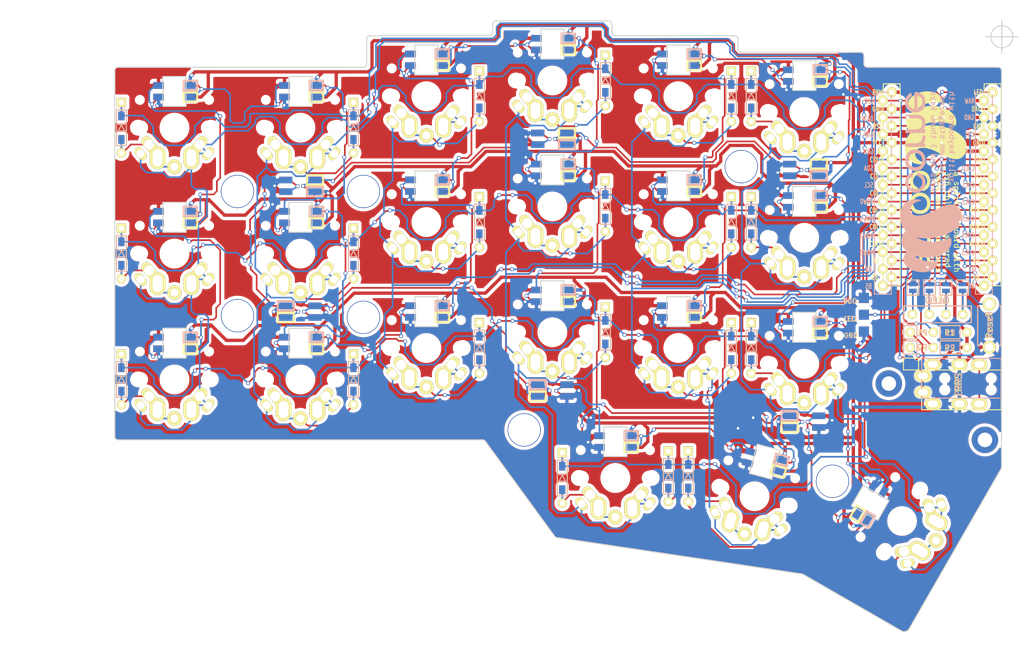
<source format=kicad_pcb>
(kicad_pcb (version 20221018) (generator pcbnew)
  (title_block (title "Crkbd") (date "2018/05/15") (rev "1.1") (company "foostan"))
  (layers (0 "F.Cu" signal) (31 "B.Cu" signal) (34 "B.Paste" user) (35 "F.Paste" user) (36 "B.SilkS" user "B.Silkscreen") (37 "F.SilkS" user "F.Silkscreen") (38 "B.Mask" user) (39 "F.Mask" user) (44 "Edge.Cuts" user))
  (net 0 "")
  (net 1 "row0")
  (net 2 "Net-(D1-Pad2)")
  (net 3 "row1")
  (net 4 "Net-(D2-Pad2)")
  (net 5 "row2")
  (net 6 "Net-(D3-Pad2)")
  (net 7 "row3")
  (net 8 "Net-(D4-Pad2)")
  (net 9 "Net-(D5-Pad2)")
  (net 10 "Net-(D6-Pad2)")
  (net 11 "Net-(D7-Pad2)")
  (net 12 "Net-(D8-Pad2)")
  (net 13 "Net-(D9-Pad2)")
  (net 14 "Net-(D10-Pad2)")
  (net 15 "Net-(D11-Pad2)")
  (net 16 "Net-(D12-Pad2)")
  (net 17 "Net-(D13-Pad2)")
  (net 18 "Net-(D14-Pad2)")
  (net 19 "Net-(D15-Pad2)")
  (net 20 "Net-(D16-Pad2)")
  (net 21 "Net-(D17-Pad2)")
  (net 22 "Net-(D18-Pad2)")
  (net 23 "Net-(D19-Pad2)")
  (net 24 "Net-(D20-Pad2)")
  (net 25 "Net-(D21-Pad2)")
  (net 26 "GND")
  (net 27 "VCC")
  (net 28 "col0")
  (net 29 "col1")
  (net 30 "col2")
  (net 31 "col3")
  (net 32 "col4")
  (net 33 "col5")
  (net 34 "LED")
  (net 35 "data")
  (net 36 "Net-(L1-Pad3)")
  (net 37 "Net-(L1-Pad1)")
  (net 38 "Net-(L3-Pad3)")
  (net 39 "Net-(L10-Pad1)")
  (net 40 "Net-(L11-Pad1)")
  (net 41 "Net-(L13-Pad1)")
  (net 42 "Net-(L14-Pad3)")
  (net 43 "Net-(L10-Pad3)")
  (net 44 "Net-(L12-Pad1)")
  (net 45 "Net-(L13-Pad3)")
  (net 46 "Net-(L15-Pad3)")
  (net 47 "Net-(L16-Pad3)")
  (net 48 "reset")
  (net 49 "SCL")
  (net 50 "SDA")
  (net 51 "Net-(L5-Pad3)")
  (net 52 "Net-(U1-Pad14)")
  (net 53 "Net-(U1-Pad13)")
  (net 54 "Net-(U1-Pad12)")
  (net 55 "Net-(U1-Pad11)")
  (net 56 "Net-(J2-Pad1)")
  (net 57 "Net-(J2-Pad2)")
  (net 58 "Net-(J2-Pad3)")
  (net 59 "Net-(J2-Pad4)")
  (net 60 "Net-(L2-Pad3)")
  (net 61 "Net-(L3-Pad1)")
  (net 62 "Net-(L11-Pad3)")
  (net 63 "Net-(L14-Pad1)")
  (net 64 "Net-(L12-Pad3)")
  (net 65 "Net-(L17-Pad1)")
  (net 66 "Net-(L18-Pad3)")
  (net 67 "Net-(L19-Pad3)")
  (net 68 "Net-(J1-PadA)")
  (net 69 "Net-(J1-PadB)")
  (net 70 "Net-(U1-Pad24)")
  (net 71 "Net-(L21-Pad3)")
  (net 72 "Net-(L22-Pad3)")
  (net 73 "Net-(L22-Pad1)")
  (net 74 "Net-(L23-Pad3)")
  (net 75 "Net-(L25-Pad1)")
  (net 76 "Net-(L26-Pad1)")
  (footprint "kbd:D3_TH_SMD" (layer "F.Cu") (at 62 77.125 -90)
    (fp_text reference "D1" hide)
    (fp_text value "D" hide)
  )
  (footprint "kbd:D3_TH_SMD" (layer "F.Cu") (at 97 77.125 -90)
    (fp_text reference "D2" hide)
    (fp_text value "D" hide)
  )
  (footprint "kbd:D3_TH_SMD" (layer "F.Cu") (at 116 72.375 -90)
    (fp_text reference "D3" hide)
    (fp_text value "D" hide)
  )
  (footprint "kbd:D3_TH_SMD" (layer "F.Cu") (at 135 70 -90)
    (fp_text reference "D4" hide)
    (fp_text value "D" hide)
  )
  (footprint "kbd:D3_TH_SMD" (layer "F.Cu") (at 154 72.375 -90)
    (fp_text reference "D5" hide)
    (fp_text value "D" hide)
  )
  (footprint "kbd:D3_TH_SMD" (layer "F.Cu") (at 157 72.375 -90)
    (fp_text reference "D6" hide)
    (fp_text value "D" hide)
  )
  (footprint "kbd:D3_TH_SMD" (layer "F.Cu") (at 62 96.125 -90)
    (fp_text reference "D7" hide)
    (fp_text value "D" hide)
  )
  (footprint "kbd:D3_TH_SMD" (layer "F.Cu") (at 97 96.125 -90)
    (fp_text reference "D8" hide)
    (fp_text value "D" hide)
  )
  (footprint "kbd:D3_TH_SMD" (layer "F.Cu") (at 116 91.375 -90)
    (fp_text reference "D9" hide)
    (fp_text value "D" hide)
  )
  (footprint "kbd:D3_TH_SMD" (layer "F.Cu") (at 135 89 -90)
    (fp_text reference "D10" hide)
    (fp_text value "D" hide)
  )
  (footprint "kbd:D3_TH_SMD" (layer "F.Cu") (at 154 91.375 -90)
    (fp_text reference "D11" hide)
    (fp_text value "D" hide)
  )
  (footprint "kbd:D3_TH_SMD" (layer "F.Cu") (at 157 91.375 -90)
    (fp_text reference "D12" hide)
    (fp_text value "D" hide)
  )
  (footprint "kbd:D3_TH_SMD" (layer "F.Cu") (at 62 115.125 -90)
    (fp_text reference "D13" hide)
    (fp_text value "D" hide)
  )
  (footprint "kbd:D3_TH_SMD" (layer "F.Cu") (at 97 115.125 -90)
    (fp_text reference "D14" hide)
    (fp_text value "D" hide)
  )
  (footprint "kbd:D3_TH_SMD" (layer "F.Cu") (at 116 110.375 -90)
    (fp_text reference "D15" hide)
    (fp_text value "D" hide)
  )
  (footprint "kbd:D3_TH_SMD" (layer "F.Cu") (at 135 108 -90)
    (fp_text reference "D16" hide)
    (fp_text value "D" hide)
  )
  (footprint "kbd:D3_TH_SMD" (layer "F.Cu") (at 154 110.375 -90)
    (fp_text reference "D17" hide)
    (fp_text value "D" hide)
  )
  (footprint "kbd:D3_TH_SMD" (layer "F.Cu") (at 157 110.375 -90)
    (fp_text reference "D18" hide)
    (fp_text value "D" hide)
  )
  (footprint "kbd:D3_TH_SMD" (layer "F.Cu") (at 128.5 130 -90)
    (fp_text reference "D19" hide)
    (fp_text value "D" hide)
  )
  (footprint "kbd:D3_TH_SMD" (layer "F.Cu") (at 144.5 129.75 -90)
    (fp_text reference "D20" hide)
    (fp_text value "D" hide)
  )
  (footprint "kbd:D3_TH_SMD" (layer "F.Cu") (at 147.5 129.75 -90)
    (fp_text reference "D21" hide)
    (fp_text value "D" hide)
  )
  (footprint "kbd:SK6812MINI_rev" (layer "F.Cu") (at 70 71.625)
    (fp_text reference "L7" hide)
    (fp_text value "SK6812MINI" hide)
  )
  (footprint "kbd:SK6812MINI_rev" (layer "F.Cu") (at 89 71.625)
    (fp_text reference "L8" hide)
    (fp_text value "SK6812MINI" hide)
  )
  (footprint "kbd:SK6812MINI_rev" (layer "F.Cu") (at 108 66.875)
    (fp_text reference "L9" hide)
    (fp_text value "SK6812MINI" hide)
  )
  (footprint "kbd:SK6812MINI_rev" (layer "F.Cu") (at 127 64.5)
    (fp_text reference "L10" hide)
    (fp_text value "SK6812MINI" hide)
  )
  (footprint "kbd:SK6812MINI_rev" (layer "F.Cu") (at 146 66.875)
    (fp_text reference "L11" hide)
    (fp_text value "SK6812MINI" hide)
  )
  (footprint "kbd:SK6812MINI_rev" (layer "F.Cu") (at 165 69.25)
    (fp_text reference "L12" hide)
    (fp_text value "SK6812MINI" hide)
  )
  (footprint "kbd:SK6812MINI_rev" (layer "F.Cu") (at 70 90.625)
    (fp_text reference "L13" hide)
    (fp_text value "SK6812MINI" hide)
  )
  (footprint "kbd:SK6812MINI_rev" (layer "F.Cu") (at 89 90.625)
    (fp_text reference "L14" hide)
    (fp_text value "SK6812MINI" hide)
  )
  (footprint "kbd:SK6812MINI_rev" (layer "F.Cu") (at 108 85.875)
    (fp_text reference "L15" hide)
    (fp_text value "SK6812MINI" hide)
  )
  (footprint "kbd:SK6812MINI_rev" (layer "F.Cu") (at 127 83.5)
    (fp_text reference "L16" hide)
    (fp_text value "SK6812MINI" hide)
  )
  (footprint "kbd:SK6812MINI_rev" (layer "F.Cu") (at 146 85.875)
    (fp_text reference "L17" hide)
    (fp_text value "SK6812MINI" hide)
  )
  (footprint "kbd:SK6812MINI_rev" (layer "F.Cu") (at 165 88.25)
    (fp_text reference "L18" hide)
    (fp_text value "SK6812MINI" hide)
  )
  (footprint "kbd:SK6812MINI_rev" (layer "F.Cu") (at 70 109.625)
    (fp_text reference "L19" hide)
    (fp_text value "SK6812MINI" hide)
  )
  (footprint "kbd:SK6812MINI_rev" (layer "F.Cu") (at 89 109.625)
    (fp_text reference "L20" hide)
    (fp_text value "SK6812MINI" hide)
  )
  (footprint "kbd:SK6812MINI_rev" (layer "F.Cu") (at 108 104.875)
    (fp_text reference "L21" hide)
    (fp_text value "SK6812MINI" hide)
  )
  (footprint "kbd:SK6812MINI_rev" (layer "F.Cu") (at 127 102.5)
    (fp_text reference "L22" hide)
    (fp_text value "SK6812MINI" hide)
  )
  (footprint "kbd:SK6812MINI_rev" (layer "F.Cu") (at 146 104.875)
    (fp_text reference "L23" hide)
    (fp_text value "SK6812MINI" hide)
  )
  (footprint "kbd:SK6812MINI_rev" (layer "F.Cu") (at 165 107.25)
    (fp_text reference "L24" hide)
    (fp_text value "SK6812MINI" hide)
  )
  (footprint "kbd:SK6812MINI_rev" (layer "F.Cu") (at 136.5 124.5)
    (fp_text reference "L25" hide)
    (fp_text value "SK6812MINI" hide)
  )
  (footprint "kbd:SK6812MINI_rev" (layer "F.Cu") (at 159 127.5 -15)
    (fp_text reference "L26" hide)
    (fp_text value "SK6812MINI" hide)
  )
  (footprint "kbd:SK6812MINI_rev" (layer "F.Cu") (at 175 133.75 -120)
    (fp_text reference "L27" hide)
    (fp_text value "SK6812MINI" hide)
  )
  (footprint "kbd:MX_ALPS_PG1350_noLed" (layer "F.Cu") (at 70 77.125 180)
    (fp_text reference "SW1" hide)
    (fp_text value "SW_PUSH" hide)
  )
  (footprint "kbd:MX_ALPS_PG1350_noLed" (layer "F.Cu") (at 89 77.125 180)
    (fp_text reference "SW2" hide)
    (fp_text value "SW_PUSH" hide)
  )
  (footprint "kbd:MX_ALPS_PG1350_noLed" (layer "F.Cu") (at 108 72.375 180)
    (fp_text reference "SW3" hide)
    (fp_text value "SW_PUSH" hide)
  )
  (footprint "kbd:MX_ALPS_PG1350_noLed" (layer "F.Cu") (at 127 70 180)
    (fp_text reference "SW4" hide)
    (fp_text value "SW_PUSH" hide)
  )
  (footprint "kbd:MX_ALPS_PG1350_noLed" (layer "F.Cu") (at 146 72.375 180)
    (fp_text reference "SW5" hide)
    (fp_text value "SW_PUSH" hide)
  )
  (footprint "kbd:MX_ALPS_PG1350_noLed" (layer "F.Cu") (at 165 74.75 180)
    (fp_text reference "SW6" hide)
    (fp_text value "SW_PUSH" hide)
  )
  (footprint "kbd:MX_ALPS_PG1350_noLed" (layer "F.Cu") (at 70 96.125 180)
    (fp_text reference "SW7" hide)
    (fp_text value "SW_PUSH" hide)
  )
  (footprint "kbd:MX_ALPS_PG1350_noLed" (layer "F.Cu") (at 89 96.125 180)
    (fp_text reference "SW8" hide)
    (fp_text value "SW_PUSH" hide)
  )
  (footprint "kbd:MX_ALPS_PG1350_noLed" (layer "F.Cu") (at 108 91.375 180)
    (fp_text reference "SW9" hide)
    (fp_text value "SW_PUSH" hide)
  )
  (footprint "kbd:MX_ALPS_PG1350_noLed" (layer "F.Cu") (at 127 89 180)
    (fp_text reference "SW10" hide)
    (fp_text value "SW_PUSH" hide)
  )
  (footprint "kbd:MX_ALPS_PG1350_noLed" (layer "F.Cu") (at 146 91.375 180)
    (fp_text reference "SW11" hide)
    (fp_text value "SW_PUSH" hide)
  )
  (footprint "kbd:MX_ALPS_PG1350_noLed" (layer "F.Cu") (at 165 93.75 180)
    (fp_text reference "SW12" hide)
    (fp_text value "SW_PUSH" hide)
  )
  (footprint "kbd:MX_ALPS_PG1350_noLed" (layer "F.Cu") (at 70 115.125 180)
    (fp_text reference "SW13" hide)
    (fp_text value "SW_PUSH" hide)
  )
  (footprint "kbd:MX_ALPS_PG1350_noLed" (layer "F.Cu") (at 89 115.125 180)
    (fp_text reference "SW14" hide)
    (fp_text value "SW_PUSH" hide)
  )
  (footprint "kbd:MX_ALPS_PG1350_noLed" (layer "F.Cu") (at 108 110.375 180)
    (fp_text reference "SW15" hide)
    (fp_text value "SW_PUSH" hide)
  )
  (footprint "kbd:MX_ALPS_PG1350_noLed" (layer "F.Cu") (at 127 108 180)
    (fp_text reference "SW16" hide)
    (fp_text value "SW_PUSH" hide)
  )
  (footprint "kbd:MX_ALPS_PG1350_noLed" (layer "F.Cu") (at 146 110.375 180)
    (fp_text reference "SW17" hide)
    (fp_text value "SW_PUSH" hide)
  )
  (footprint "kbd:MX_ALPS_PG1350_noLed" (layer "F.Cu") (at 165 112.75 180)
    (fp_text reference "SW18" hide)
    (fp_text value "SW_PUSH" hide)
  )
  (footprint "kbd:MX_ALPS_PG1350_noLed" (layer "F.Cu") (at 136.5 130 180)
    (fp_text reference "SW19" hide)
    (fp_text value "SW_PUSH" hide)
  )
  (footprint "kbd:MX_ALPS_PG1350_noLed" (layer "F.Cu") (at 157.5 132.75 165)
    (fp_text reference "SW20" hide)
    (fp_text value "SW_PUSH" hide)
  )
  (footprint "kbd:MX_ALPS_PG1350_noLed_1.75u" (layer "F.Cu") (at 179.75 136.5 -120)
    (fp_text reference "SW21" hide)
    (fp_text value "SW_PUSH" hide)
  )
  (footprint "kbd:Jumper" (layer "F.Cu") (at 188.875 101.25 -90)
    (fp_text reference "JP2" hide)
    (fp_text value " ")
  )
  (footprint "kbd:Jumper" (layer "F.Cu") (at 186.375 101.25 -90)
    (fp_text reference "JP3" hide)
    (fp_text value " ")
  )
  (footprint "kbd:Jumper" (layer "F.Cu") (at 183.875 101.25 -90)
    (fp_text reference "JP4" hide)
    (fp_text value " ")
  )
  (footprint "kbd:Jumper" (layer "F.Cu") (at 181.375 101.25 -90)
    (fp_text reference "JP5" hide)
    (fp_text value " ")
  )
  (footprint "kbd:ProMicro_v2" (layer "F.Cu") (at 185.75 86.25)
    (fp_text reference "U1" hide)
    (fp_text value "ProMicro" hide)
  )
  (footprint "kbd:R" (layer "F.Cu") (at 187 108 180)
    (fp_text reference "R1")
    (fp_text value "R" hide)
  )
  (footprint "kbd:R" (layer "F.Cu") (at 187 110.3 180)
    (fp_text reference "R2")
    (fp_text value "R" hide)
  )
  (footprint "kbd:LEGO_HOLE" (layer "F.Cu") (at 177.75 115.75)
    (fp_text reference "")
    (fp_text value "")
  )
  (footprint "kbd:LEGO_HOLE" (layer "F.Cu") (at 192.25 124.25)
    (fp_text reference "")
    (fp_text value "")
  )
  (footprint "kbd:LEGO_HOLE" (layer "F.Cu") (at 79.5 86.75)
    (fp_text reference "")
    (fp_text value "")
  )
  (footprint "kbd:LEGO_HOLE" (layer "F.Cu") (at 79.5 105.5)
    (fp_text reference "")
    (fp_text value "")
  )
  (footprint "kbd:LEGO_HOLE" (layer "F.Cu") (at 98.5 86.75)
    (fp_text reference "")
    (fp_text value "")
  )
  (footprint "kbd:LEGO_HOLE" (layer "F.Cu") (at 98.5 105.75)
    (fp_text reference "")
    (fp_text value "")
  )
  (footprint "kbd:LEGO_HOLE" (layer "F.Cu") (at 155.5 83)
    (fp_text reference "")
    (fp_text value "")
  )
  (footprint "kbd:LEGO_HOLE" (layer "F.Cu") (at 122.75 122.75)
    (fp_text reference "")
    (fp_text value "")
  )
  (footprint "kbd:LEGO_HOLE" (layer "F.Cu") (at 169.25 130.5)
    (fp_text reference "")
    (fp_text value "")
  )
  (footprint "kbd:StripLED_rev" (layer "F.Cu") (at 174 107.9 180)
    (fp_text reference "J3" hide)
    (fp_text value "LED" hide)
  )
  (footprint "kbd:JPC2" (layer "F.Cu") (at 181.1 112.8)
    (fp_text reference "JP1")
    (fp_text value " " hide)
  )
  (footprint "kbd:OLED" (layer "F.Cu") (at 181.3 105.3)
    (fp_text reference "J2")
    (fp_text value "OLED" hide)
  )
  (footprint "kbd:1pin_conn" (layer "F.Cu") (at 181 108)
    (fp_text reference "P1")
    (fp_text value "i2c-pin" hide)
  )
  (footprint "kbd:1pin_conn" (layer "F.Cu") (at 181 110.3)
    (fp_text reference "P2")
    (fp_text value "i2c-pin" hide)
  )
  (footprint "kbd:MJ-4PP-9" (layer "F.Cu") (at 194.7 116.7 -90)
    (fp_text reference "J1")
    (fp_text value "MJ-4PP-9" hide)
  )
  (footprint "kbd:ResetSW" (layer "F.Cu") (at 192.9 107 90)
    (fp_text reference "RSW1" hide)
    (fp_text value "Reset")
  )
  (footprint "kbd:SK6812MINI_underglow_rev" (layer "F.Cu") (at 89 85.9)
    (fp_text reference "L1" hide)
    (fp_text value "SK6812MINI" hide)
  )
  (footprint "kbd:SK6812MINI_underglow_rev" (layer "F.Cu") (at 127 78.8)
    (fp_text reference "L2" hide)
    (fp_text value "SK6812MINI" hide)
  )
  (footprint "kbd:SK6812MINI_underglow_rev" (layer "F.Cu") (at 165 83.5)
    (fp_text reference "L3" hide)
    (fp_text value "SK6812MINI" hide)
  )
  (footprint "kbd:SK6812MINI_underglow_rev" (layer "F.Cu") (at 89 104.9 180)
    (fp_text reference "L4" hide)
    (fp_text value "SK6812MINI" hide)
  )
  (footprint "kbd:SK6812MINI_underglow_rev" (layer "F.Cu") (at 127 116.8 180)
    (fp_text reference "L5" hide)
    (fp_text value "SK6812MINI" hide)
  )
  (footprint "kbd:SK6812MINI_underglow_rev" (layer "F.Cu") (at 165 121.5 180)
    (fp_text reference "L6" hide)
    (fp_text value "SK6812MINI" hide)
  )
  (footprint "kbd:corne" (layer "F.Cu") (at 184.725 85.325 -90)
    (fp_text reference "G***" hide)
    (fp_text value "LOGO" hide)
  )
  (footprint "kbd:Jumper" (layer "B.Cu") (at 188.875 101.25 -90)
    (fp_text reference "JP6" hide)
    (fp_text value " ")
  )
  (footprint "kbd:Jumper" (layer "B.Cu") (at 186.375 101.25 -90)
    (fp_text reference "JP7" hide)
    (fp_text value " ")
  )
  (footprint "kbd:Jumper" (layer "B.Cu") (at 183.875 101.25 -90)
    (fp_text reference "JP8" hide)
    (fp_text value " ")
  )
  (footprint "kbd:Jumper" (layer "B.Cu") (at 181.375 101.25 -90)
    (fp_text reference "JP9" hide)
    (fp_text value " ")
  )
  (footprint "kbd:corne" (layer "B.Cu") (at 184 85.25 90)
    (fp_text reference "G***" hide)
    (fp_text value "LOGO" hide)
  )
  (gr_line (start 87.25 69.4) (end 87.25 73.9) (stroke (width 0.15)) (layer "Edge.Cuts"))
  (gr_line (start 87.25 73.9) (end 90.75 73.9) (stroke (width 0.15)) (layer "Edge.Cuts"))
  (gr_line (start 90.75 73.9) (end 90.75 69.4) (stroke (width 0.15)) (layer "Edge.Cuts"))
  (gr_line (start 90.75 69.4) (end 87.25 69.4) (stroke (width 0.15)) (layer "Edge.Cuts"))
  (gr_line (start 68.25 88.4) (end 68.25 92.9) (stroke (width 0.15)) (layer "Edge.Cuts"))
  (gr_line (start 68.25 92.9) (end 71.75 92.9) (stroke (width 0.15)) (layer "Edge.Cuts"))
  (gr_line (start 71.75 92.9) (end 71.75 88.4) (stroke (width 0.15)) (layer "Edge.Cuts"))
  (gr_line (start 71.75 88.4) (end 68.25 88.4) (stroke (width 0.15)) (layer "Edge.Cuts"))
  (gr_line (start 87.25 88.4) (end 87.25 92.9) (stroke (width 0.15)) (layer "Edge.Cuts"))
  (gr_line (start 87.25 92.9) (end 90.75 92.9) (stroke (width 0.15)) (layer "Edge.Cuts"))
  (gr_line (start 90.75 92.9) (end 90.75 88.4) (stroke (width 0.15)) (layer "Edge.Cuts"))
  (gr_line (start 90.75 88.4) (end 87.25 88.4) (stroke (width 0.15)) (layer "Edge.Cuts"))
  (gr_line (start 68.25 107.4) (end 68.25 111.9) (stroke (width 0.15)) (layer "Edge.Cuts"))
  (gr_line (start 68.25 111.9) (end 71.75 111.9) (stroke (width 0.15)) (layer "Edge.Cuts"))
  (gr_line (start 71.75 111.9) (end 71.75 107.4) (stroke (width 0.15)) (layer "Edge.Cuts"))
  (gr_line (start 71.75 107.4) (end 68.25 107.4) (stroke (width 0.15)) (layer "Edge.Cuts"))
  (gr_line (start 87.25 107.4) (end 87.25 111.9) (stroke (width 0.15)) (layer "Edge.Cuts"))
  (gr_line (start 87.25 111.9) (end 90.75 111.9) (stroke (width 0.15)) (layer "Edge.Cuts"))
  (gr_line (start 90.75 111.9) (end 90.75 107.4) (stroke (width 0.15)) (layer "Edge.Cuts"))
  (gr_line (start 90.75 107.4) (end 87.25 107.4) (stroke (width 0.15)) (layer "Edge.Cuts"))
  (gr_line (start 106.25 64.65) (end 106.25 69.15) (stroke (width 0.15)) (layer "Edge.Cuts"))
  (gr_line (start 106.25 69.15) (end 109.75 69.15) (stroke (width 0.15)) (layer "Edge.Cuts"))
  (gr_line (start 109.75 69.15) (end 109.75 64.65) (stroke (width 0.15)) (layer "Edge.Cuts"))
  (gr_line (start 109.75 64.65) (end 106.25 64.65) (stroke (width 0.15)) (layer "Edge.Cuts"))
  (gr_line (start 125.25 62.25) (end 125.25 66.75) (stroke (width 0.15)) (layer "Edge.Cuts"))
  (gr_line (start 125.25 66.75) (end 128.75 66.75) (stroke (width 0.15)) (layer "Edge.Cuts"))
  (gr_line (start 128.75 66.75) (end 128.75 62.25) (stroke (width 0.15)) (layer "Edge.Cuts"))
  (gr_line (start 128.75 62.25) (end 125.25 62.25) (stroke (width 0.15)) (layer "Edge.Cuts"))
  (gr_line (start 144.25 64.65) (end 144.25 69.15) (stroke (width 0.15)) (layer "Edge.Cuts"))
  (gr_line (start 144.25 69.15) (end 147.75 69.15) (stroke (width 0.15)) (layer "Edge.Cuts"))
  (gr_line (start 147.75 69.15) (end 147.75 64.65) (stroke (width 0.15)) (layer "Edge.Cuts"))
  (gr_line (start 147.75 64.65) (end 144.25 64.65) (stroke (width 0.15)) (layer "Edge.Cuts"))
  (gr_line (start 163.25 67) (end 163.25 71.5) (stroke (width 0.15)) (layer "Edge.Cuts"))
  (gr_line (start 163.25 71.5) (end 166.75 71.5) (stroke (width 0.15)) (layer "Edge.Cuts"))
  (gr_line (start 166.75 71.5) (end 166.75 67) (stroke (width 0.15)) (layer "Edge.Cuts"))
  (gr_line (start 166.75 67) (end 163.25 67) (stroke (width 0.15)) (layer "Edge.Cuts"))
  (gr_line (start 106.25 83.65) (end 106.25 88.15) (stroke (width 0.15)) (layer "Edge.Cuts"))
  (gr_line (start 106.25 88.15) (end 109.75 88.15) (stroke (width 0.15)) (layer "Edge.Cuts"))
  (gr_line (start 109.75 88.15) (end 109.75 83.65) (stroke (width 0.15)) (layer "Edge.Cuts"))
  (gr_line (start 109.75 83.65) (end 106.25 83.65) (stroke (width 0.15)) (layer "Edge.Cuts"))
  (gr_line (start 125.25 81.25) (end 125.25 85.75) (stroke (width 0.15)) (layer "Edge.Cuts"))
  (gr_line (start 125.25 85.75) (end 128.75 85.75) (stroke (width 0.15)) (layer "Edge.Cuts"))
  (gr_line (start 128.75 85.75) (end 128.75 81.25) (stroke (width 0.15)) (layer "Edge.Cuts"))
  (gr_line (start 128.75 81.25) (end 125.25 81.25) (stroke (width 0.15)) (layer "Edge.Cuts"))
  (gr_line (start 144.25 83.65) (end 144.25 88.15) (stroke (width 0.15)) (layer "Edge.Cuts"))
  (gr_line (start 144.25 88.15) (end 147.75 88.15) (stroke (width 0.15)) (layer "Edge.Cuts"))
  (gr_line (start 147.75 88.15) (end 147.75 83.65) (stroke (width 0.15)) (layer "Edge.Cuts"))
  (gr_line (start 147.75 83.65) (end 144.25 83.65) (stroke (width 0.15)) (layer "Edge.Cuts"))
  (gr_line (start 163.25 86) (end 163.25 90.5) (stroke (width 0.15)) (layer "Edge.Cuts"))
  (gr_line (start 163.25 90.5) (end 166.75 90.5) (stroke (width 0.15)) (layer "Edge.Cuts"))
  (gr_line (start 166.75 90.5) (end 166.75 86) (stroke (width 0.15)) (layer "Edge.Cuts"))
  (gr_line (start 166.75 86) (end 163.25 86) (stroke (width 0.15)) (layer "Edge.Cuts"))
  (gr_line (start 106.25 102.65) (end 106.25 107.15) (stroke (width 0.15)) (layer "Edge.Cuts"))
  (gr_line (start 106.25 107.15) (end 109.75 107.15) (stroke (width 0.15)) (layer "Edge.Cuts"))
  (gr_line (start 109.75 107.15) (end 109.75 102.65) (stroke (width 0.15)) (layer "Edge.Cuts"))
  (gr_line (start 109.75 102.65) (end 106.25 102.65) (stroke (width 0.15)) (layer "Edge.Cuts"))
  (gr_line (start 125.25 100.25) (end 125.25 104.75) (stroke (width 0.15)) (layer "Edge.Cuts"))
  (gr_line (start 125.25 104.75) (end 128.75 104.75) (stroke (width 0.15)) (layer "Edge.Cuts"))
  (gr_line (start 128.75 104.75) (end 128.75 100.25) (stroke (width 0.15)) (layer "Edge.Cuts"))
  (gr_line (start 128.75 100.25) (end 125.25 100.25) (stroke (width 0.15)) (layer "Edge.Cuts"))
  (gr_line (start 144.25 102.65) (end 144.25 107.15) (stroke (width 0.15)) (layer "Edge.Cuts"))
  (gr_line (start 144.25 107.15) (end 147.75 107.15) (stroke (width 0.15)) (layer "Edge.Cuts"))
  (gr_line (start 147.75 107.15) (end 147.75 102.65) (stroke (width 0.15)) (layer "Edge.Cuts"))
  (gr_line (start 147.75 102.65) (end 144.25 102.65) (stroke (width 0.15)) (layer "Edge.Cuts"))
  (gr_line (start 163.25 105) (end 163.25 109.5) (stroke (width 0.15)) (layer "Edge.Cuts"))
  (gr_line (start 163.25 109.5) (end 166.75 109.5) (stroke (width 0.15)) (layer "Edge.Cuts"))
  (gr_line (start 166.75 109.5) (end 166.75 105) (stroke (width 0.15)) (layer "Edge.Cuts"))
  (gr_line (start 166.75 105) (end 163.25 105) (stroke (width 0.15)) (layer "Edge.Cuts"))
  (gr_line (start 134.75 122.3) (end 134.75 126.75) (stroke (width 0.15)) (layer "Edge.Cuts"))
  (gr_line (start 134.75 126.75) (end 138.25 126.75) (stroke (width 0.15)) (layer "Edge.Cuts"))
  (gr_line (start 138.25 126.75) (end 138.25 122.3) (stroke (width 0.15)) (layer "Edge.Cuts"))
  (gr_line (start 138.25 122.3) (end 134.75 122.3) (stroke (width 0.15)) (layer "Edge.Cuts"))
  (gr_line (start 157.9 124.9) (end 156.7 129.3) (stroke (width 0.15)) (layer "Edge.Cuts"))
  (gr_line (start 156.7 129.3) (end 160.1 130.2) (stroke (width 0.15)) (layer "Edge.Cuts"))
  (gr_line (start 160.1 130.2) (end 161.3 125.8) (stroke (width 0.15)) (layer "Edge.Cuts"))
  (gr_line (start 161.3 125.8) (end 157.9 124.9) (stroke (width 0.15)) (layer "Edge.Cuts"))
  (gr_arc (start 154.5 63.25) (mid 154.853553 63.396447) (end 155 63.75) (stroke (width 0.15)) (layer "Edge.Cuts"))
  (gr_arc (start 173.5 65.75) (mid 173.853553 65.896447) (end 174 66.25) (stroke (width 0.15)) (layer "Edge.Cuts"))
  (gr_arc (start 61.5 124.25) (mid 61.146447 124.103553) (end 61 123.75) (stroke (width 0.15)) (layer "Edge.Cuts"))
  (gr_line (start 180.8 152.8) (end 194.75 128.5) (stroke (width 0.15)) (layer "Edge.Cuts"))
  (gr_line (start 136 62.75) (end 136 61.5) (stroke (width 0.15)) (layer "Edge.Cuts"))
  (gr_arc (start 180.8 152.8) (mid 180.232635 153.169741) (end 179.57 153.03) (stroke (width 0.15)) (layer "Edge.Cuts"))
  (gr_line (start 154.5 63.25) (end 136.5 63.25) (stroke (width 0.15)) (layer "Edge.Cuts"))
  (gr_line (start 71.75 73.9) (end 71.75 69.4) (stroke (width 0.15)) (layer "Edge.Cuts"))
  (gr_line (start 173.5 65.75) (end 155.5 65.75) (stroke (width 0.15)) (layer "Edge.Cuts"))
  (gr_line (start 176.1 136.4) (end 177.8 133.4) (stroke (width 0.15)) (layer "Edge.Cuts"))
  (gr_line (start 117.5 63.25) (end 99.5 63.25) (stroke (width 0.15)) (layer "Edge.Cuts"))
  (gr_line (start 135.5 61) (end 118.5 61) (stroke (width 0.15)) (layer "Edge.Cuts"))
  (gr_line (start 116.5 124.25) (end 80.5 124.25) (stroke (width 0.15)) (layer "Edge.Cuts"))
  (gr_line (start 61.5 124.25) (end 80.5 124.25) (stroke (width 0.15)) (layer "Edge.Cuts"))
  (gr_line (start 155 65.25) (end 155 63.75) (stroke (width 0.15)) (layer "Edge.Cuts"))
  (gr_arc (start 155.5 65.75) (mid 155.146447 65.603553) (end 155 65.25) (stroke (width 0.15)) (layer "Edge.Cuts"))
  (gr_arc (start 194.25 68) (mid 194.603553 68.146447) (end 194.75 68.5) (stroke (width 0.15)) (layer "Edge.Cuts"))
  (gr_line (start 173.9 131.1) (end 172.1 134.2) (stroke (width 0.15)) (layer "Edge.Cuts"))
  (gr_line (start 172.1 134.2) (end 176.1 136.4) (stroke (width 0.15)) (layer "Edge.Cuts"))
  (gr_arc (start 99 67.5) (mid 98.853553 67.853553) (end 98.5 68) (stroke (width 0.15)) (layer "Edge.Cuts"))
  (gr_arc (start 118 61.5) (mid 118.146447 61.146447) (end 118.5 61) (stroke (width 0.15)) (layer "Edge.Cuts"))
  (gr_line (start 61 68.5) (end 61 123.75) (stroke (width 0.15)) (layer "Edge.Cuts"))
  (gr_line (start 174 66.25) (end 174 67.5) (stroke (width 0.15)) (layer "Edge.Cuts"))
  (gr_line (start 98.5 68) (end 80.5 68) (stroke (width 0.15)) (layer "Edge.Cuts"))
  (gr_arc (start 136.5 63.25) (mid 136.146447 63.103553) (end 136 62.75) (stroke (width 0.15)) (layer "Edge.Cuts"))
  (gr_arc (start 61 68.5) (mid 61.146447 68.146447) (end 61.5 68) (stroke (width 0.15)) (layer "Edge.Cuts"))
  (gr_line (start 68.25 73.9) (end 71.75 73.9) (stroke (width 0.15)) (layer "Edge.Cuts"))
  (gr_arc (start 99 63.75) (mid 99.146447 63.396447) (end 99.5 63.25) (stroke (width 0.15)) (layer "Edge.Cuts"))
  (gr_line (start 116.853553 124.396447) (end 127.398237 138.855334) (stroke (width 0.15)) (layer "Edge.Cuts"))
  (gr_line (start 194.25 68) (end 174.5 68) (stroke (width 0.15)) (layer "Edge.Cuts"))
  (gr_line (start 127.75 139) (end 164.75 144.5) (stroke (width 0.15)) (layer "Edge.Cuts"))
  (gr_line (start 164.75 144.5) (end 179.57 153.03) (stroke (width 0.15)) (layer "Edge.Cuts"))
  (gr_line (start 71.75 69.4) (end 68.25 69.4) (stroke (width 0.15)) (layer "Edge.Cuts"))
  (gr_arc (start 116.5 124.25) (mid 116.691342 124.28806) (end 116.853553 124.396447) (stroke (width 0.15)) (layer "Edge.Cuts"))
  (gr_arc (start 118 62.75) (mid 117.853553 63.103553) (end 117.5 63.25) (stroke (width 0.15)) (layer "Edge.Cuts"))
  (gr_arc (start 174.5 68) (mid 174.146447 67.853553) (end 174 67.5) (stroke (width 0.15)) (layer "Edge.Cuts"))
  (gr_arc (start 135.5 61) (mid 135.853553 61.146447) (end 136 61.5) (stroke (width 0.15)) (layer "Edge.Cuts"))
  (gr_line (start 118 61.5) (end 118 62.75) (stroke (width 0.15)) (layer "Edge.Cuts"))
  (gr_line (start 99 63.75) (end 99 67.5) (stroke (width 0.15)) (layer "Edge.Cuts"))
  (gr_line (start 194.75 68.5) (end 194.75 128.5) (stroke (width 0.15)) (layer "Edge.Cuts"))
  (gr_line (start 177.8 133.4) (end 173.9 131.1) (stroke (width 0.15)) (layer "Edge.Cuts"))
  (gr_line (start 68.25 69.4) (end 68.25 73.9) (stroke (width 0.15)) (layer "Edge.Cuts"))
  (gr_line (start 80.5 68) (end 61.5 68) (stroke (width 0.15)) (layer "Edge.Cuts"))
  (gr_arc (start 127.75 139) (mid 127.559825 138.962421) (end 127.398237 138.855334) (stroke (width 0.15)) (layer "Edge.Cuts"))
  (gr_text "GND" (at 171.9 103.3) (layer "B.SilkS") (effects (font (size 0.7 0.7) (thickness 0.125)) (justify mirror)))
  (gr_text "VCC" (at 172 108.5) (layer "B.SilkS") (effects (font (size 0.7 0.7) (thickness 0.125)) (justify mirror)))
  (gr_text "LED" (at 172 106) (layer "B.SilkS") (effects (font (size 0.7 0.7) (thickness 0.125)) (justify mirror)))
  (gr_text "OLED" (at 185.1 103.3) (layer "B.SilkS") (effects (font (size 0.8128 0.8128)) (justify mirror)))
  (gr_text "GND" (at 172 108.5) (layer "F.SilkS") (effects (font (size 0.7 0.7) (thickness 0.125))))
  (gr_text "LED" (at 171.9 106) (layer "F.SilkS") (effects (font (size 0.7 0.7) (thickness 0.125))))
  (gr_text "VCC" (at 171.9 103.3) (layer "F.SilkS") (effects (font (size 0.7 0.7) (thickness 0.125))))
  (target plus (at 194.8 63.4) (size 5) (width 0.15) (layer "Edge.Cuts"))
  (segment (start 174.8 77) (end 174.8 77.6) (width 0.25) (layer "F.Cu") (net 1))
  (segment (start 174.8 77.6) (end 174.3 78.1) (width 0.25) (layer "F.Cu") (net 1))
  (segment (start 174.3 78.1) (end 174.3 78.3) (width 0.25) (layer "F.Cu") (net 1))
  (segment (start 174.3 78.3) (end 174.1 78.5) (width 0.25) (layer "F.Cu") (net 1))
  (segment (start 174.1 80.775002) (end 173.775002 81.1) (width 0.25) (layer "F.Cu") (net 1))
  (segment (start 173.775002 81.1) (end 173.775002 87.875002) (width 0.25) (layer "F.Cu") (net 1))
  (segment (start 173.775002 87.875002) (end 174.182 88.282) (width 0.25) (layer "F.Cu") (net 1))
  (segment (start 176.86 88.282) (end 174.182 88.282) (width 0.25) (layer "F.Cu") (net 1))
  (segment (start 187.518 88.282) (end 188.788 87.012) (width 0.25) (layer "F.Cu") (net 1))
  (segment (start 188.788 87.012) (end 193.4064 87.012) (width 0.25) (layer "F.Cu") (net 1))
  (segment (start 176.86 88.282) (end 187.518 88.282) (width 0.25) (layer "F.Cu") (net 1))
  (segment (start 157 70.6) (end 157 68.565) (width 0.25) (layer "F.Cu") (net 1))
  (segment (start 154 70.6) (end 154 68.565) (width 0.25) (layer "F.Cu") (net 1))
  (segment (start 135 66.19) (end 135 68.225) (width 0.25) (layer "F.Cu") (net 1))
  (segment (start 174.1 80.2) (end 174.1 80.775002) (width 0.25) (layer "F.Cu") (net 1))
  (segment (start 97 73.315) (end 97 75.35) (width 0.25) (layer "F.Cu") (net 1))
  (segment (start 116 70.6) (end 116 68.565) (width 0.25) (layer "F.Cu") (net 1))
  (segment (start 62 73.315) (end 62 75.35) (width 0.25) (layer "F.Cu") (net 1))
  (via (at 174.1 78.5) (size 0.6) (drill 0.4) (layers "F.Cu" "B.Cu") (net 1))
  (via (at 174.1 80.2) (size 0.6) (drill 0.4) (layers "F.Cu" "B.Cu") (net 1))
  (via (at 174.8 77) (size 0.6) (drill 0.4) (layers "F.Cu" "B.Cu") (net 1))
  (segment (start 66.8 76.9) (end 66.8 78.1) (width 0.25) (layer "B.Cu") (net 1))
  (segment (start 66.8 78.1) (end 68.5 79.8) (width 0.25) (layer "B.Cu") (net 1))
  (segment (start 68.5 79.8) (end 71.4 79.8) (width 0.25) (layer "B.Cu") (net 1))
  (segment (start 71.4 79.8) (end 73.1 78.1) (width 0.25) (layer "B.Cu") (net 1))
  (segment (start 73.1 78.1) (end 73.1 76.9) (width 0.25) (layer "B.Cu") (net 1))
  (segment (start 73.1 76.9) (end 74.4 75.6) (width 0.25) (layer "B.Cu") (net 1))
  (segment (start 74.4 75.6) (end 76.2 75.6) (width 0.25) (layer "B.Cu") (net 1))
  (segment (start 76.2 75.6) (end 77.6 77) (width 0.25) (layer "B.Cu") (net 1))
  (segment (start 77.6 77) (end 80.8 77) (width 0.25) (layer "B.Cu") (net 1))
  (segment (start 80.8 77) (end 81.4 76.4) (width 0.25) (layer "B.Cu") (net 1))
  (segment (start 81.4 76.4) (end 81.4 75.2) (width 0.25) (layer "B.Cu") (net 1))
  (segment (start 81.4 75.2) (end 81.6 75) (width 0.25) (layer "B.Cu") (net 1))
  (segment (start 81.6 75) (end 87.4 75) (width 0.25) (layer "B.Cu") (net 1))
  (segment (start 87.4 75) (end 87.9 74.5) (width 0.25) (layer "B.Cu") (net 1))
  (segment (start 87.9 74.5) (end 90.2 74.5) (width 0.25) (layer "B.Cu") (net 1))
  (segment (start 90.2 74.5) (end 90.8 75.1) (width 0.25) (layer "B.Cu") (net 1))
  (segment (start 90.8 75.1) (end 95 75.1) (width 0.25) (layer "B.Cu") (net 1))
  (segment (start 95 75.1) (end 95.25 75.35) (width 0.25) (layer "B.Cu") (net 1))
  (segment (start 97 75.35) (end 95.25 75.35) (width 0.25) (layer "B.Cu") (net 1))
  (segment (start 65.2 75.3) (end 62.05 75.3) (width 0.25) (layer "B.Cu") (net 1))
  (segment (start 62.05 75.3) (end 62 75.35) (width 0.25) (layer "B.Cu") (net 1))
  (segment (start 97.85 75.35) (end 100.8 72.4) (width 0.25) (layer "B.Cu") (net 1))
  (segment (start 100.8 72.4) (end 100.8 71.4) (width 0.25) (layer "B.Cu") (net 1))
  (segment (start 100.8 71.4) (end 101.4 70.8) (width 0.25) (layer "B.Cu") (net 1))
  (segment (start 101.4 70.8) (end 103.4 70.8) (width 0.25) (layer "B.Cu") (net 1))
  (segment (start 103.4 70.8) (end 104.9 72.3) (width 0.25) (layer "B.Cu") (net 1))
  (segment (start 104.9 72.3) (end 104.9 73.2) (width 0.25) (layer "B.Cu") (net 1))
  (segment (start 104.9 73.2) (end 106.6 74.9) (width 0.25) (layer "B.Cu") (net 1))
  (segment (start 106.6 74.9) (end 109.2 74.9) (width 0.25) (layer "B.Cu") (net 1))
  (segment (start 109.2 74.9) (end 111 73.1) (width 0.25) (layer "B.Cu") (net 1))
  (segment (start 111 73.1) (end 111 71.9) (width 0.25) (layer "B.Cu") (net 1))
  (segment (start 111 71.9) (end 112.1 70.8) (width 0.25) (layer "B.Cu") (net 1))
  (segment (start 112.1 70.8) (end 115.8 70.8) (width 0.25) (layer "B.Cu") (net 1))
  (segment (start 115.8 70.8) (end 116 70.6) (width 0.25) (layer "B.Cu") (net 1))
  (segment (start 131.175 68.225) (end 129.9 69.5) (width 0.25) (layer "B.Cu") (net 1))
  (segment (start 129.9 69.5) (end 129.9 70.9) (width 0.25) (layer "B.Cu") (net 1))
  (segment (start 129.9 70.9) (end 128.2 72.6) (width 0.25) (layer "B.Cu") (net 1))
  (segment (start 128.2 72.6) (end 125.6 72.6) (width 0.25) (layer "B.Cu") (net 1))
  (segment (start 125.6 72.6) (end 123.8 70.8) (width 0.25) (layer "B.Cu") (net 1))
  (segment (start 123.8 70.8) (end 123.8 69.2) (width 0.25) (layer "B.Cu") (net 1))
  (segment (start 123.8 69.2) (end 122.7 68.1) (width 0.25) (layer "B.Cu") (net 1))
  (segment (start 122.7 68.1) (end 120.8 68.1) (width 0.25) (layer "B.Cu") (net 1))
  (segment (start 120.8 68.1) (end 119.5 69.4) (width 0.25) (layer "B.Cu") (net 1))
  (segment (start 119.5 69.4) (end 117.2 69.4) (width 0.25) (layer "B.Cu") (net 1))
  (segment (start 117.2 69.4) (end 116 70.6) (width 0.25) (layer "B.Cu") (net 1))
  (segment (start 150.3 70.6) (end 148.8 72.1) (width 0.25) (layer "B.Cu") (net 1))
  (segment (start 148.8 72.1) (end 148.8 73.3) (width 0.25) (layer "B.Cu") (net 1))
  (segment (start 148.8 73.3) (end 147.2 74.9) (width 0.25) (layer "B.Cu") (net 1))
  (segment (start 147.2 74.9) (end 144.5 74.9) (width 0.25) (layer "B.Cu") (net 1))
  (segment (start 144.5 74.9) (end 143.1 73.5) (width 0.25) (layer "B.Cu") (net 1))
  (segment (start 143.1 73.5) (end 143.1 71.5) (width 0.25) (layer "B.Cu") (net 1))
  (segment (start 143.1 71.5) (end 142.2 70.6) (width 0.25) (layer "B.Cu") (net 1))
  (segment (start 142.2 70.6) (end 137.375 70.6) (width 0.25) (layer "B.Cu") (net 1))
  (segment (start 137.375 70.6) (end 135 68.225) (width 0.25) (layer "B.Cu") (net 1))
  (segment (start 158.2 70.6) (end 161.9 74.3) (width 0.25) (layer "B.Cu") (net 1))
  (segment (start 161.9 74.3) (end 161.9 75.4) (width 0.25) (layer "B.Cu") (net 1))
  (segment (start 161.9 75.4) (end 163.8 77.3) (width 0.25) (layer "B.Cu") (net 1))
  (segment (start 163.8 77.3) (end 166.3 77.3) (width 0.25) (layer "B.Cu") (net 1))
  (segment (start 166.3 77.3) (end 168.1 75.5) (width 0.25) (layer "B.Cu") (net 1))
  (segment (start 168.1 75.5) (end 168.1 74) (width 0.25) (layer "B.Cu") (net 1))
  (segment (start 168.1 74) (end 169.1 73) (width 0.25) (layer "B.Cu") (net 1))
  (segment (start 169.1 73) (end 171.9 73) (width 0.25) (layer "B.Cu") (net 1))
  (segment (start 171.9 73) (end 173.1 74.2) (width 0.25) (layer "B.Cu") (net 1))
  (segment (start 173.1 74.2) (end 173.1 75.8) (width 0.25) (layer "B.Cu") (net 1))
  (segment (start 173.1 75.8) (end 173.5 76.2) (width 0.25) (layer "B.Cu") (net 1))
  (segment (start 174.1 78.5) (end 174.1 80.2) (width 0.25) (layer "B.Cu") (net 1))
  (segment (start 174.4 76.2) (end 174.8 76.6) (width 0.25) (layer "B.Cu") (net 1))
  (segment (start 174.8 76.6) (end 174.8 77) (width 0.25) (layer "B.Cu") (net 1))
  (segment (start 154 68.565) (end 154 70.6) (width 0.25) (layer "B.Cu") (net 1))
  (segment (start 135 68.225) (end 131.175 68.225) (width 0.25) (layer "B.Cu") (net 1))
  (segment (start 97 73.315) (end 97 75.35) (width 0.25) (layer "B.Cu") (net 1))
  (segment (start 116 70.6) (end 116 68.565) (width 0.25) (layer "B.Cu") (net 1))
  (segment (start 154 70.6) (end 150.3 70.6) (width 0.25) (layer "B.Cu") (net 1))
  (segment (start 154 70.6) (end 157 70.6) (width 0.25) (layer "B.Cu") (net 1))
  (segment (start 66.8 76.9) (end 65.2 75.3) (width 0.25) (layer "B.Cu") (net 1))
  (segment (start 158.2 70.6) (end 157 70.6) (width 0.25) (layer "B.Cu") (net 1))
  (segment (start 97 75.35) (end 97.85 75.35) (width 0.25) (layer "B.Cu") (net 1))
  (segment (start 157 68.565) (end 157 70.6) (width 0.25) (layer "B.Cu") (net 1))
  (segment (start 173.5 76.2) (end 174.4 76.2) (width 0.25) (layer "B.Cu") (net 1))
  (segment (start 135 66.19) (end 135 68.225) (width 0.25) (layer "B.Cu") (net 1))
  (segment (start 62 73.315) (end 62 75.35) (width 0.25) (layer "B.Cu") (net 1))
  (segment (start 62.165 80.935) (end 63.435 79.665) (width 0.25) (layer "F.Cu") (net 2))
  (segment (start 63.435 79.665) (end 66.19 79.665) (width 0.25) (layer "F.Cu") (net 2))
  (segment (start 62 80.935) (end 62.165 80.935) (width 0.25) (layer "F.Cu") (net 2))
  (segment (start 62 78.9) (end 62 80.935) (width 0.25) (layer "F.Cu") (net 2))
  (segment (start 68.28 83.025) (end 67.46 82.205) (width 0.25) (layer "B.Cu") (net 2))
  (segment (start 67.46 82.205) (end 67.46 80.935) (width 0.25) (layer "B.Cu") (net 2))
  (segment (start 67.46 80.935) (end 66.19 79.665) (width 0.25) (layer "B.Cu") (net 2))
  (segment (start 62 78.9) (end 62 80.935) (width 0.25) (layer "B.Cu") (net 2))
  (segment (start 70 83.025) (end 68.28 83.025) (width 0.25) (layer "B.Cu") (net 2))
  (segment (start 82.9 94.6) (end 82.3 95.2) (width 0.25) (layer "F.Cu") (net 3))
  (segment (start 82.3 95.2) (end 82.3 95.6) (width 0.25) (layer "F.Cu") (net 3))
  (segment (start 82.3 95.6) (end 80.7 97.2) (width 0.25) (layer "F.Cu") (net 3))
  (segment (start 74.3 94.8) (end 73.9 95.2) (width 0.25) (layer "F.Cu") (net 3))
  (segment (start 73.9 95.2) (end 72.9 95.2) (width 0.25) (layer "F.Cu") (net 3))
  (segment (start 102.5 89.6) (end 102.4 89.7) (width 0.25) (layer "F.Cu") (net 3))
  (segment (start 102.4 89.7) (end 101.9 89.7) (width 0.25) (layer "F.Cu") (net 3))
  (segment (start 101.9 89.7) (end 100.2 91.4) (width 0.25) (layer "F.Cu") (net 3))
  (segment (start 121 87.3) (end 119 87.3) (width 0.25) (layer "F.Cu") (net 3))
  (segment (start 139.9 89.5) (end 138.2 89.5) (width 0.25) (layer "F.Cu") (net 3))
  (segment (start 174 90.6) (end 174.222 90.822) (width 0.25) (layer "F.Cu") (net 3))
  (segment (start 174.222 90.822) (end 176.86 90.822) (width 0.25) (layer "F.Cu") (net 3))
  (segment (start 182.478 90.822) (end 183.748 89.552) (width 0.25) (layer "F.Cu") (net 3))
  (segment (start 183.748 89.552) (end 193.4064 89.552) (width 0.25) (layer "F.Cu") (net 3))
  (segment (start 157 89.6) (end 157 87.565) (width 0.25) (layer "F.Cu") (net 3))
  (segment (start 62 92.315) (end 62 94.35) (width 0.25) (layer "F.Cu") (net 3))
  (segment (start 154 89.6) (end 157 89.6) (width 0.25) (layer "F.Cu") (net 3))
  (segment (start 176.86 90.822) (end 182.478 90.822) (width 0.25) (layer "F.Cu") (net 3))
  (segment (start 154 89.6) (end 154 87.565) (width 0.25) (layer "F.Cu") (net 3))
  (segment (start 116 89.6) (end 116 87.565) (width 0.25) (layer "F.Cu") (net 3))
  (segment (start 135 87.225) (end 135 85.19) (width 0.25) (layer "F.Cu") (net 3))
  (segment (start 97 92.315) (end 97 94.35) (width 0.25) (layer "F.Cu") (net 3))
  (via (at 74.3 94.8) (size 0.6) (drill 0.4) (layers "F.Cu" "B.Cu") (net 3))
  (via (at 82.9 94.6) (size 0.6) (drill 0.4) (layers "F.Cu" "B.Cu") (net 3))
  (via (at 100.2 91.4) (size 0.6) (drill 0.4) (layers "F.Cu" "B.Cu") (net 3))
  (via (at 139.9 89.5) (size 0.6) (drill 0.4) (layers "F.Cu" "B.Cu") (net 3))
  (via (at 119 87.3) (size 0.6) (drill 0.4) (layers "F.Cu" "B.Cu") (net 3))
  (via (at 174 90.6) (size 0.6) (drill 0.4) (layers "F.Cu" "B.Cu") (net 3))
  (via (at 72.9 95.2) (size 0.6) (drill 0.4) (layers "F.Cu" "B.Cu") (net 3))
  (via (at 138.2 89.5) (size 0.6) (drill 0.4) (layers "F.Cu" "B.Cu") (net 3))
  (via (at 80.7 97.2) (size 0.6) (drill 0.4) (layers "F.Cu" "B.Cu") (net 3))
  (via (at 102.5 89.6) (size 0.6) (drill 0.4) (layers "F.Cu" "B.Cu") (net 3))
  (via (at 121 87.3) (size 0.6) (drill 0.4) (layers "F.Cu" "B.Cu") (net 3))
  (segment (start 96.65 94.35) (end 95.9 95.1) (width 0.25) (layer "B.Cu") (net 3))
  (segment (start 95.9 95.1) (end 95.7 95.1) (width 0.25) (layer "B.Cu") (net 3))
  (segment (start 95.7 95.1) (end 95.3 94.7) (width 0.25) (layer "B.Cu") (net 3))
  (segment (start 95.3 94.7) (end 93.2 94.7) (width 0.25) (layer "B.Cu") (net 3))
  (segment (start 93.2 94.7) (end 92.2 95.7) (width 0.25) (layer "B.Cu") (net 3))
  (segment (start 92.2 95.7) (end 92.2 96.7) (width 0.25) (layer "B.Cu") (net 3))
  (segment (start 92.2 96.7) (end 90.1 98.8) (width 0.25) (layer "B.Cu") (net 3))
  (segment (start 90.1 98.8) (end 87.7 98.8) (width 0.25) (layer "B.Cu") (net 3))
  (segment (start 87.7 98.8) (end 86 97.1) (width 0.25) (layer "B.Cu") (net 3))
  (segment (start 86 97.1) (end 86 95.8) (width 0.25) (layer "B.Cu") (net 3))
  (segment (start 86 95.8) (end 84.8 94.6) (width 0.25) (layer "B.Cu") (net 3))
  (segment (start 79.5 96) (end 77.8 96) (width 0.25) (layer "B.Cu") (net 3))
  (segment (start 77.8 96) (end 76.6 94.8) (width 0.25) (layer "B.Cu") (net 3))
  (segment (start 76.6 94.8) (end 74.3 94.8) (width 0.25) (layer "B.Cu") (net 3))
  (segment (start 72.9 95.2) (end 72.7 95.4) (width 0.25) (layer "B.Cu") (net 3))
  (segment (start 72.7 95.4) (end 72.7 97.2) (width 0.25) (layer "B.Cu") (net 3))
  (segment (start 72.7 97.2) (end 71.2 98.7) (width 0.25) (layer "B.Cu") (net 3))
  (segment (start 71.2 98.7) (end 68.8 98.7) (width 0.25) (layer "B.Cu") (net 3))
  (segment (start 68.8 98.7) (end 67.1 97) (width 0.25) (layer "B.Cu") (net 3))
  (segment (start 67.1 97) (end 67.1 95.8) (width 0.25) (layer "B.Cu") (net 3))
  (segment (start 67.1 95.8) (end 65.65 94.35) (width 0.25) (layer "B.Cu") (net 3))
  (segment (start 65.65 94.35) (end 62 94.35) (width 0.25) (layer "B.Cu") (net 3))
  (segment (start 115.6 89.6) (end 115.1 90.1) (width 0.25) (layer "B.Cu") (net 3))
  (segment (start 115.1 90.1) (end 114.6 90.1) (width 0.25) (layer "B.Cu") (net 3))
  (segment (start 114.6 90.1) (end 114.2 89.7) (width 0.25) (layer "B.Cu") (net 3))
  (segment (start 114.2 89.7) (end 112 89.7) (width 0.25) (layer "B.Cu") (net 3))
  (segment (start 112 89.7) (end 110.9 90.8) (width 0.25) (layer "B.Cu") (net 3))
  (segment (start 110.9 90.8) (end 110.9 92.2) (width 0.25) (layer "B.Cu") (net 3))
  (segment (start 110.9 92.2) (end 109.1 94) (width 0.25) (layer "B.Cu") (net 3))
  (segment (start 109.1 94) (end 106.8 94) (width 0.25) (layer "B.Cu") (net 3))
  (segment (start 106.8 94) (end 105.1 92.3) (width 0.25) (layer "B.Cu") (net 3))
  (segment (start 105.1 92.3) (end 105.1 90.8) (width 0.25) (layer "B.Cu") (net 3))
  (segment (start 105.1 90.8) (end 103.9 89.6) (width 0.25) (layer "B.Cu") (net 3))
  (segment (start 103.9 89.6) (end 102.5 89.6) (width 0.25) (layer "B.Cu") (net 3))
  (segment (start 100.2 91.4) (end 97.25 94.35) (width 0.25) (layer "B.Cu") (net 3))
  (segment (start 97.25 94.35) (end 97 94.35) (width 0.25) (layer "B.Cu") (net 3))
  (segment (start 134.275 87.225) (end 133.8 87.7) (width 0.25) (layer "B.Cu") (net 3))
  (segment (start 133.8 87.7) (end 133.4 87.7) (width 0.25) (layer "B.Cu") (net 3))
  (segment (start 133.4 87.7) (end 133.2 87.5) (width 0.25) (layer "B.Cu") (net 3))
  (segment (start 133.2 87.5) (end 131.4 87.5) (width 0.25) (layer "B.Cu") (net 3))
  (segment (start 131.4 87.5) (end 129.9 89) (width 0.25) (layer "B.Cu") (net 3))
  (segment (start 129.9 89) (end 129.9 89.9) (width 0.25) (layer "B.Cu") (net 3))
  (segment (start 129.9 89.9) (end 128.3 91.5) (width 0.25) (layer "B.Cu") (net 3))
  (segment (start 128.3 91.5) (end 125.7 91.5) (width 0.25) (layer "B.Cu") (net 3))
  (segment (start 125.7 91.5) (end 123.9 89.7) (width 0.25) (layer "B.Cu") (net 3))
  (segment (start 123.9 89.7) (end 123.9 88.1) (width 0.25) (layer "B.Cu") (net 3))
  (segment (start 123.9 88.1) (end 123.1 87.3) (width 0.25) (layer "B.Cu") (net 3))
  (segment (start 123.1 87.3) (end 121 87.3) (width 0.25) (layer "B.Cu") (net 3))
  (segment (start 119 87.3) (end 118.2 88.1) (width 0.25) (layer "B.Cu") (net 3))
  (segment (start 118.2 88.1) (end 118.2 89) (width 0.25) (layer "B.Cu") (net 3))
  (segment (start 118.2 89) (end 117.6 89.6) (width 0.25) (layer "B.Cu") (net 3))
  (segment (start 117.6 89.6) (end 116 89.6) (width 0.25) (layer "B.Cu") (net 3))
  (segment (start 153.3 89.6) (end 152.7 90.2) (width 0.25) (layer "B.Cu") (net 3))
  (segment (start 152.7 90.2) (end 152.6 90.2) (width 0.25) (layer "B.Cu") (net 3))
  (segment (start 152.6 90.2) (end 152 89.6) (width 0.25) (layer "B.Cu") (net 3))
  (segment (start 152 89.6) (end 149.8 89.6) (width 0.25) (layer "B.Cu") (net 3))
  (segment (start 149.8 89.6) (end 148.9 90.5) (width 0.25) (layer "B.Cu") (net 3))
  (segment (start 148.9 90.5) (end 148.9 92.3) (width 0.25) (layer "B.Cu") (net 3))
  (segment (start 148.9 92.3) (end 147.1 94.1) (width 0.25) (layer "B.Cu") (net 3))
  (segment (start 147.1 94.1) (end 144.9 94.1) (width 0.25) (layer "B.Cu") (net 3))
  (segment (start 144.9 94.1) (end 143.1 92.3) (width 0.25) (layer "B.Cu") (net 3))
  (segment (start 143.1 92.3) (end 143.1 90.4) (width 0.25) (layer "B.Cu") (net 3))
  (segment (start 143.1 90.4) (end 142.2 89.5) (width 0.25) (layer "B.Cu") (net 3))
  (segment (start 142.2 89.5) (end 139.9 89.5) (width 0.25) (layer "B.Cu") (net 3))
  (segment (start 138.2 89.5) (end 135.925 87.225) (width 0.25) (layer "B.Cu") (net 3))
  (segment (start 135.925 87.225) (end 135 87.225) (width 0.25) (layer "B.Cu") (net 3))
  (segment (start 157.7 89.6) (end 159.2 91.1) (width 0.25) (layer "B.Cu") (net 3))
  (segment (start 159.2 91.1) (end 170.1 91.1) (width 0.25) (layer "B.Cu") (net 3))
  (segment (start 170.1 91.1) (end 170.6 90.6) (width 0.25) (layer "B.Cu") (net 3))
  (segment (start 170.6 90.6) (end 174 90.6) (width 0.25) (layer "B.Cu") (net 3))
  (segment (start 80.7 97.2) (end 79.5 96) (width 0.25) (layer "B.Cu") (net 3))
  (segment (start 135 85.19) (end 135 87.225) (width 0.25) (layer "B.Cu") (net 3))
  (segment (start 154 89.6) (end 153.3 89.6) (width 0.25) (layer "B.Cu") (net 3))
  (segment (start 116 89.6) (end 116 87.565) (width 0.25) (layer "B.Cu") (net 3))
  (segment (start 84.8 94.6) (end 82.9 94.6) (width 0.25) (layer "B.Cu") (net 3))
  (segment (start 154 89.6) (end 154 87.565) (width 0.25) (layer "B.Cu") (net 3))
  (segment (start 62 92.315) (end 62 94.35) (width 0.25) (layer "B.Cu") (net 3))
  (segment (start 135 87.225) (end 134.275 87.225) (width 0.25) (layer "B.Cu") (net 3))
  (segment (start 157 89.6) (end 157.7 89.6) (width 0.25) (layer "B.Cu") (net 3))
  (segment (start 97 94.35) (end 96.65 94.35) (width 0.25) (layer "B.Cu") (net 3))
  (segment (start 157 87.565) (end 157 89.6) (width 0.25) (layer "B.Cu") (net 3))
  (segment (start 116 89.6) (end 115.6 89.6) (width 0.25) (layer "B.Cu") (net 3))
  (segment (start 97 92.315) (end 97 94.35) (width 0.25) (layer "B.Cu") (net 3))
  (segment (start 97 81.3) (end 94.3 84) (width 0.25) (layer "F.Cu") (net 4))
  (segment (start 94.3 84) (end 89.975 84) (width 0.25) (layer "F.Cu") (net 4))
  (segment (start 89.975 84) (end 89 83.025) (width 0.25) (layer "F.Cu") (net 4))
  (segment (start 97 80.935) (end 97 81.3) (width 0.25) (layer "F.Cu") (net 4))
  (segment (start 97 78.9) (end 97 80.935) (width 0.25) (layer "F.Cu") (net 4))
  (segment (start 87.28 83.025) (end 86.46 82.205) (width 0.25) (layer "B.Cu") (net 4))
  (segment (start 86.46 82.205) (end 86.46 80.935) (width 0.25) (layer "B.Cu") (net 4))
  (segment (start 86.46 80.935) (end 85.19 79.665) (width 0.25) (layer "B.Cu") (net 4))
  (segment (start 89 83.025) (end 87.28 83.025) (width 0.25) (layer "B.Cu") (net 4))
  (segment (start 97 78.9) (end 97 80.935) (width 0.25) (layer "B.Cu") (net 4))
  (segment (start 73.1 113.8) (end 73.4 113.5) (width 0.25) (layer "F.Cu") (net 5))
  (segment (start 73.4 113.5) (end 74.7 113.5) (width 0.25) (layer "F.Cu") (net 5))
  (segment (start 81.1 115.7) (end 82.1 114.7) (width 0.25) (layer "F.Cu") (net 5))
  (segment (start 82.1 114.7) (end 82.1 114) (width 0.25) (layer "F.Cu") (net 5))
  (segment (start 82.1 114) (end 82.7 113.4) (width 0.25) (layer "F.Cu") (net 5))
  (segment (start 82.7 113.4) (end 83.3 113.4) (width 0.25) (layer "F.Cu") (net 5))
  (segment (start 104.8 109.4) (end 104.7 109.3) (width 0.25) (layer "F.Cu") (net 5))
  (segment (start 104.7 109.3) (end 103.8 109.3) (width 0.25) (layer "F.Cu") (net 5))
  (segment (start 103.8 109.3) (end 103.5 109) (width 0.25) (layer "F.Cu") (net 5))
  (segment (start 103.5 109) (end 101.9 109) (width 0.25) (layer "F.Cu") (net 5))
  (segment (start 101.9 109) (end 99.4 111.5) (width 0.25) (layer "F.Cu") (net 5))
  (segment (start 121 106.3) (end 119 106.3) (width 0.25) (layer "F.Cu") (net 5))
  (segment (start 140 108.4) (end 137.9 108.4) (width 0.25) (layer "F.Cu") (net 5))
  (segment (start 174.3 111.9) (end 175.7 110.5) (width 0.25) (layer "F.Cu") (net 5))
  (segment (start 175.7 110.5) (end 175.7 108.4) (width 0.25) (layer "F.Cu") (net 5))
  (segment (start 175.7 108.4) (end 176.6 107.5) (width 0.25) (layer "F.Cu") (net 5))
  (segment (start 176.6 107.5) (end 176.6 103.9) (width 0.25) (layer "F.Cu") (net 5))
  (segment (start 176.6 103.9) (end 175.3 102.6) (width 0.25) (layer "F.Cu") (net 5))
  (segment (start 175.3 102.6) (end 175.3 102) (width 0.25) (layer "F.Cu") (net 5))
  (segment (start 175.3 102) (end 173.9 100.6) (width 0.25) (layer "F.Cu") (net 5))
  (segment (start 173.9 93.6) (end 174.138 93.362) (width 0.25) (layer "F.Cu") (net 5))
  (segment (start 174.138 93.362) (end 176.86 93.362) (width 0.25) (layer "F.Cu") (net 5))
  (segment (start 181.938 93.362) (end 183.208 92.092) (width 0.25) (layer "F.Cu") (net 5))
  (segment (start 183.208 92.092) (end 193.4064 92.092) (width 0.25) (layer "F.Cu") (net 5))
  (segment (start 154 108.6) (end 157 108.6) (width 0.25) (layer "F.Cu") (net 5))
  (segment (start 135 104.19) (end 135 106.225) (width 0.25) (layer "F.Cu") (net 5))
  (segment (start 173.9 100.6) (end 173.9 93.6) (width 0.25) (layer "F.Cu") (net 5))
  (segment (start 62 111.315) (end 62 113.35) (width 0.25) (layer "F.Cu") (net 5))
  (segment (start 157 106.565) (end 157 108.6) (width 0.25) (layer "F.Cu") (net 5))
  (segment (start 154 108.6) (end 154 106.565) (width 0.25) (layer "F.Cu") (net 5))
  (segment (start 116 108.6) (end 116 106.565) (width 0.25) (layer "F.Cu") (net 5))
  (segment (start 176.86 93.362) (end 181.938 93.362) (width 0.25) (layer "F.Cu") (net 5))
  (segment (start 97 113.35) (end 97 111.315) (width 0.25) (layer "F.Cu") (net 5))
  (via (at 174.3 111.9) (size 0.6) (drill 0.4) (layers "F.Cu" "B.Cu") (net 5))
  (via (at 81.1 115.7) (size 0.6) (drill 0.4) (layers "F.Cu" "B.Cu") (net 5))
  (via (at 137.9 108.4) (size 0.6) (drill 0.4) (layers "F.Cu" "B.Cu") (net 5))
  (via (at 83.3 113.4) (size 0.6) (drill 0.4) (layers "F.Cu" "B.Cu") (net 5))
  (via (at 99.4 111.5) (size 0.6) (drill 0.4) (layers "F.Cu" "B.Cu") (net 5))
  (via (at 104.8 109.4) (size 0.6) (drill 0.4) (layers "F.Cu" "B.Cu") (net 5))
  (via (at 73.1 113.8) (size 0.6) (drill 0.4) (layers "F.Cu" "B.Cu") (net 5))
  (via (at 74.7 113.5) (size 0.6) (drill 0.4) (layers "F.Cu" "B.Cu") (net 5))
  (via (at 119 106.3) (size 0.6) (drill 0.4) (layers "F.Cu" "B.Cu") (net 5))
  (via (at 121 106.3) (size 0.6) (drill 0.4) (layers "F.Cu" "B.Cu") (net 5))
  (via (at 140 108.4) (size 0.6) (drill 0.4) (layers "F.Cu" "B.Cu") (net 5))
  (segment (start 65.45 113.35) (end 66.9 114.8) (width 0.25) (layer "B.Cu") (net 5))
  (segment (start 66.9 114.8) (end 66.9 115.8) (width 0.25) (layer "B.Cu") (net 5))
  (segment (start 66.9 115.8) (end 68.7 117.6) (width 0.25) (layer "B.Cu") (net 5))
  (segment (start 68.7 117.6) (end 71.3 117.6) (width 0.25) (layer "B.Cu") (net 5))
  (segment (start 71.3 117.6) (end 72.7 116.2) (width 0.25) (layer "B.Cu") (net 5))
  (segment (start 72.7 116.2) (end 72.7 114.2) (width 0.25) (layer "B.Cu") (net 5))
  (segment (start 72.7 114.2) (end 73.1 113.8) (width 0.25) (layer "B.Cu") (net 5))
  (segment (start 74.7 113.5) (end 77.5 113.5) (width 0.25) (layer "B.Cu") (net 5))
  (segment (start 77.5 113.5) (end 78.5 114.5) (width 0.25) (layer "B.Cu") (net 5))
  (segment (start 78.5 114.5) (end 79.9 114.5) (width 0.25) (layer "B.Cu") (net 5))
  (segment (start 79.9 114.5) (end 81.1 115.7) (width 0.25) (layer "B.Cu") (net 5))
  (segment (start 83.3 113.4) (end 84.6 113.4) (width 0.25) (layer "B.Cu") (net 5))
  (segment (start 84.6 113.4) (end 85.9 114.7) (width 0.25) (layer "B.Cu") (net 5))
  (segment (start 85.9 114.7) (end 85.9 115.9) (width 0.25) (layer "B.Cu") (net 5))
  (segment (start 85.9 115.9) (end 87.7 117.7) (width 0.25) (layer "B.Cu") (net 5))
  (segment (start 87.7 117.7) (end 90.2 117.7) (width 0.25) (layer "B.Cu") (net 5))
  (segment (start 90.2 117.7) (end 92.1 115.8) (width 0.25) (layer "B.Cu") (net 5))
  (segment (start 92.1 115.8) (end 92.1 114.4) (width 0.25) (layer "B.Cu") (net 5))
  (segment (start 92.1 114.4) (end 93.15 113.35) (width 0.25) (layer "B.Cu") (net 5))
  (segment (start 93.15 113.35) (end 97 113.35) (width 0.25) (layer "B.Cu") (net 5))
  (segment (start 112.4 108.6) (end 110.9 110.1) (width 0.25) (layer "B.Cu") (net 5))
  (segment (start 110.9 110.1) (end 110.9 111.1) (width 0.25) (layer "B.Cu") (net 5))
  (segment (start 110.9 111.1) (end 109.1 112.9) (width 0.25) (layer "B.Cu") (net 5))
  (segment (start 109.1 112.9) (end 106.6 112.9) (width 0.25) (layer "B.Cu") (net 5))
  (segment (start 106.6 112.9) (end 104.8 111.1) (width 0.25) (layer "B.Cu") (net 5))
  (segment (start 104.8 111.1) (end 104.8 109.4) (width 0.25) (layer "B.Cu") (net 5))
  (segment (start 99.4 111.5) (end 97.55 113.35) (width 0.25) (layer "B.Cu") (net 5))
  (segment (start 97.55 113.35) (end 97 113.35) (width 0.25) (layer "B.Cu") (net 5))
  (segment (start 131.375 106.225) (end 130.1 107.5) (width 0.25) (layer "B.Cu") (net 5))
  (segment (start 130.1 107.5) (end 130.1 108.7) (width 0.25) (layer "B.Cu") (net 5))
  (segment (start 130.1 108.7) (end 128.1 110.7) (width 0.25) (layer "B.Cu") (net 5))
  (segment (start 128.1 110.7) (end 125.9 110.7) (width 0.25) (layer "B.Cu") (net 5))
  (segment (start 125.9 110.7) (end 124 108.8) (width 0.25) (layer "B.Cu") (net 5))
  (segment (start 124 108.8) (end 124 107.1) (width 0.25) (layer "B.Cu") (net 5))
  (segment (start 124 107.1) (end 123.2 106.3) (width 0.25) (layer "B.Cu") (net 5))
  (segment (start 123.2 106.3) (end 121 106.3) (width 0.25) (layer "B.Cu") (net 5))
  (segment (start 119 106.3) (end 116.7 108.6) (width 0.25) (layer "B.Cu") (net 5))
  (segment (start 116.7 108.6) (end 116 108.6) (width 0.25) (layer "B.Cu") (net 5))
  (segment (start 150.2 108.6) (end 149 109.8) (width 0.25) (layer "B.Cu") (net 5))
  (segment (start 149 109.8) (end 149 111) (width 0.25) (layer "B.Cu") (net 5))
  (segment (start 149 111) (end 147 113) (width 0.25) (layer "B.Cu") (net 5))
  (segment (start 147 113) (end 144.6 113) (width 0.25) (layer "B.Cu") (net 5))
  (segment (start 144.6 113) (end 142.9 111.3) (width 0.25) (layer "B.Cu") (net 5))
  (segment (start 142.9 111.3) (end 142.9 109.3) (width 0.25) (layer "B.Cu") (net 5))
  (segment (start 142.9 109.3) (end 142 108.4) (width 0.25) (layer "B.Cu") (net 5))
  (segment (start 142 108.4) (end 140 108.4) (width 0.25) (layer "B.Cu") (net 5))
  (segment (start 137.9 108.4) (end 135.725 106.225) (width 0.25) (layer "B.Cu") (net 5))
  (segment (start 135.725 106.225) (end 135 106.225) (width 0.25) (layer "B.Cu") (net 5))
  (segment (start 157.6 108.6) (end 159.3 110.3) (width 0.25) (layer "B.Cu") (net 5))
  (segment (start 159.3 110.3) (end 160 110.3) (width 0.25) (layer "B.Cu") (net 5))
  (segment (start 160 110.3) (end 162.1 112.4) (width 0.25) (layer "B.Cu") (net 5))
  (segment (start 162.1 112.4) (end 162.1 113.6) (width 0.25) (layer "B.Cu") (net 5))
  (segment (start 162.1 113.6) (end 163.9 115.4) (width 0.25) (layer "B.Cu") (net 5))
  (segment (start 163.9 115.4) (end 166.3 115.4) (width 0.25) (layer "B.Cu") (net 5))
  (segment (start 166.3 115.4) (end 168.1 113.6) (width 0.25) (layer "B.Cu") (net 5))
  (segment (start 168.1 113.6) (end 168.1 112.2) (width 0.25) (layer "B.Cu") (net 5))
  (segment (start 168.1 112.2) (end 169.1 111.2) (width 0.25) (layer "B.Cu") (net 5))
  (segment (start 169.1 111.2) (end 172.2 111.2) (width 0.25) (layer "B.Cu") (net 5))
  (segment (start 172.2 111.2) (end 172.9 111.9) (width 0.25) (layer "B.Cu") (net 5))
  (segment (start 172.9 111.9) (end 174.3 111.9) (width 0.25) (layer "B.Cu") (net 5))
  (segment (start 154 108.6) (end 150.2 108.6) (width 0.25) (layer "B.Cu") (net 5))
  (segment (start 62 113.35) (end 65.45 113.35) (width 0.25) (layer "B.Cu") (net 5))
  (segment (start 157 108.6) (end 157.6 108.6) (width 0.25) (layer "B.Cu") (net 5))
  (segment (start 62 111.315) (end 62 113.35) (width 0.25) (layer "B.Cu") (net 5))
  (segment (start 116 108.6) (end 116 106.565) (width 0.25) (layer "B.Cu") (net 5))
  (segment (start 135 106.225) (end 131.375 106.225) (width 0.25) (layer "B.Cu") (net 5))
  (segment (start 157 108.6) (end 157 106.565) (width 0.25) (layer "B.Cu") (net 5))
  (segment (start 135 104.19) (end 135 106.225) (width 0.25) (layer "B.Cu") (net 5))
  (segment (start 97 111.315) (end 97 113.35) (width 0.25) (layer "B.Cu") (net 5))
  (segment (start 154 106.565) (end 154 108.6) (width 0.25) (layer "B.Cu") (net 5))
  (segment (start 116 108.6) (end 112.4 108.6) (width 0.25) (layer "B.Cu") (net 5))
  (segment (start 108.575 78.275) (end 110 79.7) (width 0.25) (layer "F.Cu") (net 6))
  (segment (start 108 78.275) (end 108.575 78.275) (width 0.25) (layer "F.Cu") (net 6))
  (segment (start 116 76.185) (end 116 76.2) (width 0.25) (layer "F.Cu") (net 6))
  (segment (start 116 76.185) (end 116 74.15) (width 0.25) (layer "F.Cu") (net 6))
  (via (at 110 79.7) (size 0.6) (drill 0.4) (layers "F.Cu" "B.Cu") (net 6))
  (segment (start 106.28 78.275) (end 105.46 77.455) (width 0.25) (layer "B.Cu") (net 6))
  (segment (start 105.46 77.455) (end 105.46 76.185) (width 0.25) (layer "B.Cu") (net 6))
  (segment (start 105.46 76.185) (end 104.19 74.915) (width 0.25) (layer "B.Cu") (net 6))
  (segment (start 110 79.7) (end 110.2 79.5) (width 0.25) (layer "B.Cu") (net 6))
  (segment (start 110.2 79.5) (end 112.685 79.5) (width 0.25) (layer "B.Cu") (net 6))
  (segment (start 112.685 79.5) (end 116 76.185) (width 0.25) (layer "B.Cu") (net 6))
  (segment (start 108 78.275) (end 106.28 78.275) (width 0.25) (layer "B.Cu") (net 6))
  (segment (start 116 76.185) (end 116 74.15) (width 0.25) (layer "B.Cu") (net 6))
  (segment (start 149.9 127.9) (end 151.5 127.9) (width 0.25) (layer "F.Cu") (net 7))
  (segment (start 174.3 126.8) (end 174.1 126.6) (width 0.25) (layer "F.Cu") (net 7))
  (segment (start 174.1 126.6) (end 174.1 113.2) (width 0.25) (layer "F.Cu") (net 7))
  (segment (start 174.1 113.2) (end 176.118199 111.181801) (width 0.25) (layer "F.Cu") (net 7))
  (segment (start 176.118199 111.181801) (end 176.3 111) (width 0.25) (layer "F.Cu") (net 7))
  (segment (start 176.3 111) (end 176.3 108.6) (width 0.25) (layer "F.Cu") (net 7))
  (segment (start 176.3 108.6) (end 177.1 107.8) (width 0.25) (layer "F.Cu") (net 7))
  (segment (start 177.1 107.8) (end 177.1 103.763602) (width 0.25) (layer "F.Cu") (net 7))
  (segment (start 177.1 103.763602) (end 175.9 102.563602) (width 0.25) (layer "F.Cu") (net 7))
  (segment (start 175.9 102.563602) (end 175.9 101.949998) (width 0.25) (layer "F.Cu") (net 7))
  (segment (start 175.9 101.949998) (end 174.4 100.449998) (width 0.25) (layer "F.Cu") (net 7))
  (segment (start 174.4 100.449998) (end 174.4 96.3) (width 0.25) (layer "F.Cu") (net 7))
  (segment (start 174.4 96.3) (end 174.798 95.902) (width 0.25) (layer "F.Cu") (net 7))
  (segment (start 174.798 95.902) (end 176.86 95.902) (width 0.25) (layer "F.Cu") (net 7))
  (segment (start 181.398 95.902) (end 182.668 94.632) (width 0.25) (layer "F.Cu") (net 7))
  (segment (start 182.668 94.632) (end 193.4064 94.632) (width 0.25) (layer "F.Cu") (net 7))
  (segment (start 176.86 95.902) (end 181.398 95.902) (width 0.25) (layer "F.Cu") (net 7))
  (segment (start 147.5 127.975) (end 147.5 125.94) (width 0.25) (layer "F.Cu") (net 7))
  (segment (start 144.5 125.94) (end 144.5 127.975) (width 0.25) (layer "F.Cu") (net 7))
  (segment (start 128.5 126.19) (end 128.5 128.225) (width 0.25) (layer "F.Cu") (net 7))
  (via (at 149.9 127.9) (size 0.6) (drill 0.4) (layers "F.Cu" "B.Cu") (net 7))
  (via (at 174.3 126.8) (size 0.6) (drill 0.4) (layers "F.Cu" "B.Cu") (net 7))
  (via (at 151.5 127.9) (size 0.6) (drill 0.4) (layers "F.Cu" "B.Cu") (net 7))
  (segment (start 134.375 128.225) (end 135.1 127.5) (width 0.25) (layer "B.Cu") (net 7))
  (segment (start 135.1 127.5) (end 138 127.5) (width 0.25) (layer "B.Cu") (net 7))
  (segment (start 138 127.5) (end 138.475 127.975) (width 0.25) (layer "B.Cu") (net 7))
  (segment (start 138.475 127.975) (end 144.5 127.975) (width 0.25) (layer "B.Cu") (net 7))
  (segment (start 149.825 127.975) (end 149.9 127.9) (width 0.25) (layer "B.Cu") (net 7))
  (segment (start 151.5 127.9) (end 154.7 131.1) (width 0.25) (layer "B.Cu") (net 7))
  (segment (start 154.7 131.1) (end 154.7 134.1) (width 0.25) (layer "B.Cu") (net 7))
  (segment (start 154.7 134.1) (end 156 135.4) (width 0.25) (layer "B.Cu") (net 7))
  (segment (start 156 135.4) (end 159 135.4) (width 0.25) (layer "B.Cu") (net 7))
  (segment (start 159 135.4) (end 160.5 133.9) (width 0.25) (layer "B.Cu") (net 7))
  (segment (start 160.5 133.9) (end 160.5 132.4) (width 0.25) (layer "B.Cu") (net 7))
  (segment (start 160.5 132.4) (end 161.5 131.4) (width 0.25) (layer "B.Cu") (net 7))
  (segment (start 161.5 131.4) (end 165.2 131.4) (width 0.25) (layer "B.Cu") (net 7))
  (segment (start 165.2 131.4) (end 166.1 130.5) (width 0.25) (layer "B.Cu") (net 7))
  (segment (start 166.1 130.5) (end 166.1 128.2) (width 0.25) (layer "B.Cu") (net 7))
  (segment (start 166.1 128.2) (end 167.5 126.8) (width 0.25) (layer "B.Cu") (net 7))
  (segment (start 167.5 126.8) (end 174.3 126.8) (width 0.25) (layer "B.Cu") (net 7))
  (segment (start 144.5 127.975) (end 147.5 127.975) (width 0.25) (layer "B.Cu") (net 7))
  (segment (start 128.5 128.225) (end 134.375 128.225) (width 0.25) (layer "B.Cu") (net 7))
  (segment (start 147.5 127.975) (end 149.825 127.975) (width 0.25) (layer "B.Cu") (net 7))
  (segment (start 144.5 125.94) (end 144.5 127.975) (width 0.25) (layer "B.Cu") (net 7))
  (segment (start 147.5 125.94) (end 147.5 127.975) (width 0.25) (layer "B.Cu") (net 7))
  (segment (start 128.5 126.19) (end 128.5 128.225) (width 0.25) (layer "B.Cu") (net 7))
  (segment (start 127 75.9) (end 128 76.9) (width 0.25) (layer "F.Cu") (net 8))
  (segment (start 130.4 76.9) (end 130.6 76.7) (width 0.25) (layer "F.Cu") (net 8))
  (segment (start 128 76.9) (end 130.4 76.9) (width 0.25) (layer "F.Cu") (net 8))
  (segment (start 135 71.775) (end 135 73.81) (width 0.25) (layer "F.Cu") (net 8))
  (segment (start 135 73.81) (end 135 74.3) (width 0.25) (layer "F.Cu") (net 8))
  (via (at 130.6 76.7) (size 0.6) (drill 0.4) (layers "F.Cu" "B.Cu") (net 8))
  (segment (start 125.28 75.9) (end 124.46 75.08) (width 0.25) (layer "B.Cu") (net 8))
  (segment (start 124.46 75.08) (end 124.46 73.81) (width 0.25) (layer "B.Cu") (net 8))
  (segment (start 124.46 73.81) (end 123.19 72.54) (width 0.25) (layer "B.Cu") (net 8))
  (segment (start 130.6 76.7) (end 132.2 76.7) (width 0.25) (layer "B.Cu") (net 8))
  (segment (start 132.2 76.7) (end 135 73.9) (width 0.25) (layer "B.Cu") (net 8))
  (segment (start 135 73.9) (end 135 73.81) (width 0.25) (layer "B.Cu") (net 8))
  (segment (start 127 75.9) (end 125.28 75.9) (width 0.25) (layer "B.Cu") (net 8))
  (segment (start 135 71.775) (end 135 73.81) (width 0.25) (layer "B.Cu") (net 8))
  (segment (start 148.4 79.4) (end 147.2 79.4) (width 0.25) (layer "F.Cu") (net 9))
  (segment (start 147.2 79.4) (end 146.075 78.275) (width 0.25) (layer "F.Cu") (net 9))
  (segment (start 146.075 78.275) (end 146 78.275) (width 0.25) (layer "F.Cu") (net 9))
  (segment (start 154 74.15) (end 154 76.185) (width 0.25) (layer "F.Cu") (net 9))
  (via (at 148.4 79.4) (size 0.6) (drill 0.4) (layers "F.Cu" "B.Cu") (net 9))
  (segment (start 144.28 78.275) (end 143.46 77.455) (width 0.25) (layer "B.Cu") (net 9))
  (segment (start 143.46 77.455) (end 143.46 76.185) (width 0.25) (layer "B.Cu") (net 9))
  (segment (start 143.46 76.185) (end 142.19 74.915) (width 0.25) (layer "B.Cu") (net 9))
  (segment (start 154 76.8) (end 151.4 79.4) (width 0.25) (layer "B.Cu") (net 9))
  (segment (start 151.4 79.4) (end 148.4 79.4) (width 0.25) (layer "B.Cu") (net 9))
  (segment (start 154 76.185) (end 154 76.8) (width 0.25) (layer "B.Cu") (net 9))
  (segment (start 154 76.185) (end 154 74.15) (width 0.25) (layer "B.Cu") (net 9))
  (segment (start 146 78.275) (end 144.28 78.275) (width 0.25) (layer "B.Cu") (net 9))
  (segment (start 160.085 76.185) (end 161.19 77.29) (width 0.25) (layer "F.Cu") (net 10))
  (segment (start 157 76.185) (end 157 74.15) (width 0.25) (layer "F.Cu") (net 10))
  (segment (start 157 76.185) (end 160.085 76.185) (width 0.25) (layer "F.Cu") (net 10))
  (segment (start 163.28 80.65) (end 162.46 79.83) (width 0.25) (layer "B.Cu") (net 10))
  (segment (start 162.46 79.83) (end 162.46 78.56) (width 0.25) (layer "B.Cu") (net 10))
  (segment (start 162.46 78.56) (end 161.19 77.29) (width 0.25) (layer "B.Cu") (net 10))
  (segment (start 165 80.65) (end 163.28 80.65) (width 0.25) (layer "B.Cu") (net 10))
  (segment (start 157 74.15) (end 157 76.185) (width 0.25) (layer "B.Cu") (net 10))
  (segment (start 62.065 99.935) (end 63.335 98.665) (width 0.25) (layer "F.Cu") (net 11))
  (segment (start 63.335 98.665) (end 66.19 98.665) (width 0.25) (layer "F.Cu") (net 11))
  (segment (start 62 99.935) (end 62.065 99.935) (width 0.25) (layer "F.Cu") (net 11))
  (segment (start 62 97.9) (end 62 99.935) (width 0.25) (layer "F.Cu") (net 11))
  (segment (start 68.28 102.025) (end 67.46 101.205) (width 0.25) (layer "B.Cu") (net 11))
  (segment (start 67.46 101.205) (end 67.46 99.935) (width 0.25) (layer "B.Cu") (net 11))
  (segment (start 67.46 99.935) (end 66.19 98.665) (width 0.25) (layer "B.Cu") (net 11))
  (segment (start 62 97.9) (end 62 99.935) (width 0.25) (layer "B.Cu") (net 11))
  (segment (start 70 102.025) (end 68.28 102.025) (width 0.25) (layer "B.Cu") (net 11))
  (segment (start 97 100) (end 94 103) (width 0.25) (layer "F.Cu") (net 12))
  (segment (start 94 103) (end 89.975 103) (width 0.25) (layer "F.Cu") (net 12))
  (segment (start 89.975 103) (end 89 102.025) (width 0.25) (layer "F.Cu") (net 12))
  (segment (start 97 97.9) (end 97 99.935) (width 0.25) (layer "F.Cu") (net 12))
  (segment (start 97 99.935) (end 97 100) (width 0.25) (layer "F.Cu") (net 12))
  (segment (start 87.28 102.025) (end 86.46 101.205) (width 0.25) (layer "B.Cu") (net 12))
  (segment (start 86.46 101.205) (end 86.46 99.935) (width 0.25) (layer "B.Cu") (net 12))
  (segment (start 86.46 99.935) (end 85.19 98.665) (width 0.25) (layer "B.Cu") (net 12))
  (segment (start 97 97.9) (end 97 99.935) (width 0.25) (layer "B.Cu") (net 12))
  (segment (start 89 102.025) (end 87.28 102.025) (width 0.25) (layer "B.Cu") (net 12))
  (segment (start 110.5 98.4) (end 109.1 98.4) (width 0.25) (layer "F.Cu") (net 13))
  (segment (start 109.1 98.4) (end 108 97.3) (width 0.25) (layer "F.Cu") (net 13))
  (segment (start 108 97.3) (end 108 97.275) (width 0.25) (layer "F.Cu") (net 13))
  (segment (start 116 95.185) (end 116 95.5) (width 0.25) (layer "F.Cu") (net 13))
  (segment (start 116 95.185) (end 116 93.15) (width 0.25) (layer "F.Cu") (net 13))
  (via (at 110.5 98.4) (size 0.6) (drill 0.4) (layers "F.Cu" "B.Cu") (net 13))
  (segment (start 106.28 97.275) (end 105.46 96.455) (width 0.25) (layer "B.Cu") (net 13))
  (segment (start 105.46 96.455) (end 105.46 95.185) (width 0.25) (layer "B.Cu") (net 13))
  (segment (start 105.46 95.185) (end 104.19 93.915) (width 0.25) (layer "B.Cu") (net 13))
  (segment (start 116 95.3) (end 112.9 98.4) (width 0.25) (layer "B.Cu") (net 13))
  (segment (start 112.9 98.4) (end 110.5 98.4) (width 0.25) (layer "B.Cu") (net 13))
  (segment (start 108 97.275) (end 106.28 97.275) (width 0.25) (layer "B.Cu") (net 13))
  (segment (start 116 95.185) (end 116 93.15) (width 0.25) (layer "B.Cu") (net 13))
  (segment (start 116 95.185) (end 116 95.3) (width 0.25) (layer "B.Cu") (net 13))
  (segment (start 127 94.9) (end 128.2 96.1) (width 0.25) (layer "F.Cu") (net 14))
  (segment (start 135 90.775) (end 135 92.81) (width 0.25) (layer "F.Cu") (net 14))
  (segment (start 135 92.81) (end 134.89 92.81) (width 0.25) (layer "F.Cu") (net 14))
  (segment (start 128.2 96.1) (end 129.7 96.1) (width 0.25) (layer "F.Cu") (net 14))
  (via (at 129.7 96.1) (size 0.6) (drill 0.4) (layers "F.Cu" "B.Cu") (net 14))
  (segment (start 125.28 94.9) (end 124.46 94.08) (width 0.25) (layer "B.Cu") (net 14))
  (segment (start 124.46 94.08) (end 124.46 92.81) (width 0.25) (layer "B.Cu") (net 14))
  (segment (start 124.46 92.81) (end 123.19 91.54) (width 0.25) (layer "B.Cu") (net 14))
  (segment (start 129.7 96.1) (end 132.3 96.1) (width 0.25) (layer "B.Cu") (net 14))
  (segment (start 132.3 96.1) (end 135 93.4) (width 0.25) (layer "B.Cu") (net 14))
  (segment (start 135 93.4) (end 135 92.81) (width 0.25) (layer "B.Cu") (net 14))
  (segment (start 135 90.775) (end 135 92.81) (width 0.25) (layer "B.Cu") (net 14))
  (segment (start 127 94.9) (end 125.28 94.9) (width 0.25) (layer "B.Cu") (net 14))
  (segment (start 146.075 97.275) (end 147.3 98.5) (width 0.25) (layer "F.Cu") (net 15))
  (segment (start 147.3 98.5) (end 148.3 98.5) (width 0.25) (layer "F.Cu") (net 15))
  (segment (start 154 95.185) (end 154 95.6) (width 0.25) (layer "F.Cu") (net 15))
  (segment (start 154 95.185) (end 154 93.15) (width 0.25) (layer "F.Cu") (net 15))
  (segment (start 146 97.275) (end 146.075 97.275) (width 0.25) (layer "F.Cu") (net 15))
  (via (at 148.3 98.5) (size 0.6) (drill 0.4) (layers "F.Cu" "B.Cu") (net 15))
  (segment (start 144.28 97.275) (end 143.46 96.455) (width 0.25) (layer "B.Cu") (net 15))
  (segment (start 143.46 96.455) (end 143.46 95.185) (width 0.25) (layer "B.Cu") (net 15))
  (segment (start 143.46 95.185) (end 142.19 93.915) (width 0.25) (layer "B.Cu") (net 15))
  (segment (start 148.3 98.5) (end 151.5 98.5) (width 0.25) (layer "B.Cu") (net 15))
  (segment (start 151.5 98.5) (end 154 96) (width 0.25) (layer "B.Cu") (net 15))
  (segment (start 154 96) (end 154 95.185) (width 0.25) (layer "B.Cu") (net 15))
  (segment (start 154 95.185) (end 154 93.15) (width 0.25) (layer "B.Cu") (net 15))
  (segment (start 146 97.275) (end 144.28 97.275) (width 0.25) (layer "B.Cu") (net 15))
  (segment (start 160.085 95.185) (end 161.19 96.29) (width 0.25) (layer "F.Cu") (net 16))
  (segment (start 157 95.185) (end 160.085 95.185) (width 0.25) (layer "F.Cu") (net 16))
  (segment (start 157 93.15) (end 157 95.185) (width 0.25) (layer "F.Cu") (net 16))
  (segment (start 163.28 99.65) (end 162.46 98.83) (width 0.25) (layer "B.Cu") (net 16))
  (segment (start 162.46 98.83) (end 162.46 97.56) (width 0.25) (layer "B.Cu") (net 16))
  (segment (start 162.46 97.56) (end 161.19 96.29) (width 0.25) (layer "B.Cu") (net 16))
  (segment (start 157 93.15) (end 157 95.185) (width 0.25) (layer "B.Cu") (net 16))
  (segment (start 165 99.65) (end 163.28 99.65) (width 0.25) (layer "B.Cu") (net 16))
  (segment (start 62.165 118.935) (end 63.435 117.665) (width 0.25) (layer "F.Cu") (net 17))
  (segment (start 63.435 117.665) (end 66.19 117.665) (width 0.25) (layer "F.Cu") (net 17))
  (segment (start 62 116.9) (end 62 118.935) (width 0.25) (layer "F.Cu") (net 17))
  (segment (start 62 118.935) (end 62.165 118.935) (width 0.25) (layer "F.Cu") (net 17))
  (segment (start 68.28 121.025) (end 67.46 120.205) (width 0.25) (layer "B.Cu") (net 17))
  (segment (start 67.46 120.205) (end 67.46 118.935) (width 0.25) (layer "B.Cu") (net 17))
  (segment (start 67.46 118.935) (end 66.19 117.665) (width 0.25) (layer "B.Cu") (net 17))
  (segment (start 70 121.025) (end 68.28 121.025) (width 0.25) (layer "B.Cu") (net 17))
  (segment (start 62 116.9) (end 62 118.935) (width 0.25) (layer "B.Cu") (net 17))
  (segment (start 97 119) (end 93.9 122.1) (width 0.25) (layer "F.Cu") (net 18))
  (segment (start 93.9 122.1) (end 90.075 122.1) (width 0.25) (layer "F.Cu") (net 18))
  (segment (start 90.075 122.1) (end 89 121.025) (width 0.25) (layer "F.Cu") (net 18))
  (segment (start 97 116.9) (end 97 118.935) (width 0.25) (layer "F.Cu") (net 18))
  (segment (start 97 118.935) (end 97 119) (width 0.25) (layer "F.Cu") (net 18))
  (segment (start 87.28 121.025) (end 86.46 120.205) (width 0.25) (layer "B.Cu") (net 18))
  (segment (start 86.46 120.205) (end 86.46 118.935) (width 0.25) (layer "B.Cu") (net 18))
  (segment (start 86.46 118.935) (end 85.19 117.665) (width 0.25) (layer "B.Cu") (net 18))
  (segment (start 97 116.9) (end 97 118.935) (width 0.25) (layer "B.Cu") (net 18))
  (segment (start 89 121.025) (end 87.28 121.025) (width 0.25) (layer "B.Cu") (net 18))
  (segment (start 108 116.3) (end 109.2 117.5) (width 0.25) (layer "F.Cu") (net 19))
  (segment (start 109.2 117.5) (end 110.8 117.5) (width 0.25) (layer "F.Cu") (net 19))
  (segment (start 116 114.185) (end 116 114.4) (width 0.25) (layer "F.Cu") (net 19))
  (segment (start 116 114.185) (end 116 112.15) (width 0.25) (layer "F.Cu") (net 19))
  (segment (start 108 116.275) (end 108 116.3) (width 0.25) (layer "F.Cu") (net 19))
  (via (at 110.8 117.5) (size 0.6) (drill 0.4) (layers "F.Cu" "B.Cu") (net 19))
  (segment (start 106.28 116.275) (end 105.46 115.455) (width 0.25) (layer "B.Cu") (net 19))
  (segment (start 105.46 115.455) (end 105.46 114.185) (width 0.25) (layer "B.Cu") (net 19))
  (segment (start 105.46 114.185) (end 104.19 112.915) (width 0.25) (layer "B.Cu") (net 19))
  (segment (start 110.8 117.5) (end 112.8 117.5) (width 0.25) (layer "B.Cu") (net 19))
  (segment (start 112.8 117.5) (end 116 114.3) (width 0.25) (layer "B.Cu") (net 19))
  (segment (start 116 114.3) (end 116 114.185) (width 0.25) (layer "B.Cu") (net 19))
  (segment (start 116 114.185) (end 116 112.15) (width 0.25) (layer "B.Cu") (net 19))
  (segment (start 108 116.275) (end 106.28 116.275) (width 0.25) (layer "B.Cu") (net 19))
  (segment (start 127 113.9) (end 128 114.9) (width 0.25) (layer "F.Cu") (net 20))
  (segment (start 135 109.775) (end 135 111.81) (width 0.25) (layer "F.Cu") (net 20))
  (segment (start 128 114.9) (end 129.4 114.9) (width 0.25) (layer "F.Cu") (net 20))
  (segment (start 135 111.81) (end 134.99 111.81) (width 0.25) (layer "F.Cu") (net 20))
  (via (at 129.4 114.9) (size 0.6) (drill 0.4) (layers "F.Cu" "B.Cu") (net 20))
  (segment (start 125.28 113.9) (end 124.46 113.08) (width 0.25) (layer "B.Cu") (net 20))
  (segment (start 124.46 113.08) (end 124.46 111.81) (width 0.25) (layer "B.Cu") (net 20))
  (segment (start 124.46 111.81) (end 123.19 110.54) (width 0.25) (layer "B.Cu") (net 20))
  (segment (start 129.4 114.9) (end 129.5 115) (width 0.25) (layer "B.Cu") (net 20))
  (segment (start 129.5 115) (end 131.81 115) (width 0.25) (layer "B.Cu") (net 20))
  (segment (start 131.81 115) (end 135 111.81) (width 0.25) (layer "B.Cu") (net 20))
  (segment (start 135 109.775) (end 135 111.81) (width 0.25) (layer "B.Cu") (net 20))
  (segment (start 127 113.9) (end 125.28 113.9) (width 0.25) (layer "B.Cu") (net 20))
  (segment (start 147.225 117.5) (end 147.2125 117.4875) (width 0.25) (layer "F.Cu") (net 21))
  (segment (start 147.2125 117.4875) (end 146 116.275) (width 0.25) (layer "F.Cu") (net 21))
  (segment (start 148.3875 117.4875) (end 148.4 117.5) (width 0.25) (layer "F.Cu") (net 21))
  (segment (start 147.2125 117.4875) (end 148.3875 117.4875) (width 0.25) (layer "F.Cu") (net 21))
  (segment (start 154 114.185) (end 154 114.5) (width 0.25) (layer "F.Cu") (net 21))
  (segment (start 154 114.185) (end 154 112.15) (width 0.25) (layer "F.Cu") (net 21))
  (via (at 148.4 117.5) (size 0.6) (drill 0.4) (layers "F.Cu" "B.Cu") (net 21))
  (segment (start 144.28 116.275) (end 143.46 115.455) (width 0.25) (layer "B.Cu") (net 21))
  (segment (start 143.46 115.455) (end 143.46 114.185) (width 0.25) (layer "B.Cu") (net 21))
  (segment (start 143.46 114.185) (end 142.19 112.915) (width 0.25) (layer "B.Cu") (net 21))
  (segment (start 148.4 117.5) (end 151 117.5) (width 0.25) (layer "B.Cu") (net 21))
  (segment (start 151 117.5) (end 154 114.5) (width 0.25) (layer "B.Cu") (net 21))
  (segment (start 154 114.5) (end 154 114.185) (width 0.25) (layer "B.Cu") (net 21))
  (segment (start 146 116.275) (end 144.28 116.275) (width 0.25) (layer "B.Cu") (net 21))
  (segment (start 154 112.15) (end 154 114.185) (width 0.25) (layer "B.Cu") (net 21))
  (segment (start 160.085 114.185) (end 161.19 115.29) (width 0.25) (layer "F.Cu") (net 22))
  (segment (start 157 114.185) (end 160.085 114.185) (width 0.25) (layer "F.Cu") (net 22))
  (segment (start 157 112.15) (end 157 114.185) (width 0.25) (layer "F.Cu") (net 22))
  (segment (start 163.28 118.65) (end 162.46 117.83) (width 0.25) (layer "B.Cu") (net 22))
  (segment (start 162.46 117.83) (end 162.46 116.56) (width 0.25) (layer "B.Cu") (net 22))
  (segment (start 162.46 116.56) (end 161.19 115.29) (width 0.25) (layer "B.Cu") (net 22))
  (segment (start 165 118.65) (end 163.28 118.65) (width 0.25) (layer "B.Cu") (net 22))
  (segment (start 157 114.185) (end 157 112.15) (width 0.25) (layer "B.Cu") (net 22))
  (segment (start 128.5 133.7) (end 129.66 132.54) (width 0.25) (layer "F.Cu") (net 23))
  (segment (start 129.66 132.54) (end 132.69 132.54) (width 0.25) (layer "F.Cu") (net 23))
  (segment (start 128.5 133.81) (end 128.5 133.7) (width 0.25) (layer "F.Cu") (net 23))
  (segment (start 128.5 131.775) (end 128.5 133.81) (width 0.25) (layer "F.Cu") (net 23))
  (segment (start 134.78 135.9) (end 133.96 135.08) (width 0.25) (layer "B.Cu") (net 23))
  (segment (start 133.96 135.08) (end 133.96 133.81) (width 0.25) (layer "B.Cu") (net 23))
  (segment (start 133.96 133.81) (end 132.69 132.54) (width 0.25) (layer "B.Cu") (net 23))
  (segment (start 136.5 135.9) (end 134.78 135.9) (width 0.25) (layer "B.Cu") (net 23))
  (segment (start 128.5 131.775) (end 128.5 133.81) (width 0.25) (layer "B.Cu") (net 23))
  (segment (start 144.74 133.56) (end 146.1 132.2) (width 0.25) (layer "F.Cu") (net 24))
  (segment (start 146.1 132.2) (end 146.1 130.5) (width 0.25) (layer "F.Cu") (net 24))
  (segment (start 146.1 130.5) (end 146.8 129.8) (width 0.25) (layer "F.Cu") (net 24))
  (segment (start 146.8 129.8) (end 148 129.8) (width 0.25) (layer "F.Cu") (net 24))
  (segment (start 148 129.8) (end 148.8 130.6) (width 0.25) (layer "F.Cu") (net 24))
  (segment (start 148.8 130.6) (end 148.8 132.2) (width 0.25) (layer "F.Cu") (net 24))
  (segment (start 148.8 132.2) (end 150.1 133.5) (width 0.25) (layer "F.Cu") (net 24))
  (segment (start 150.1 133.5) (end 152.445071 133.5) (width 0.25) (layer "F.Cu") (net 24))
  (segment (start 152.445071 133.5) (end 153.162422 134.217351) (width 0.25) (layer "F.Cu") (net 24))
  (segment (start 144.5 131.525) (end 144.5 133.56) (width 0.25) (layer "F.Cu") (net 24))
  (segment (start 144.5 133.56) (end 144.74 133.56) (width 0.25) (layer "F.Cu") (net 24))
  (segment (start 155.181207 138.448962) (end 154.011272 137.279027) (width 0.25) (layer "B.Cu") (net 24))
  (segment (start 154.011272 137.279027) (end 154.011272 135.066201) (width 0.25) (layer "B.Cu") (net 24))
  (segment (start 154.011272 135.066201) (end 153.162422 134.217351) (width 0.25) (layer "B.Cu") (net 24))
  (segment (start 144.5 131.525) (end 144.5 133.56) (width 0.25) (layer "B.Cu") (net 24))
  (segment (start 155.972968 138.448962) (end 155.181207 138.448962) (width 0.25) (layer "B.Cu") (net 24))
  (segment (start 147.5 134.2) (end 153.7 140.4) (width 0.25) (layer "F.Cu") (net 25))
  (segment (start 153.7 140.4) (end 160.7 140.4) (width 0.25) (layer "F.Cu") (net 25))
  (segment (start 160.7 140.4) (end 163.4 137.7) (width 0.25) (layer "F.Cu") (net 25))
  (segment (start 163.4 137.7) (end 170.8 137.7) (width 0.25) (layer "F.Cu") (net 25))
  (segment (start 170.8 137.7) (end 176.1 143) (width 0.25) (layer "F.Cu") (net 25))
  (segment (start 176.1 143) (end 178.114262 143) (width 0.25) (layer "F.Cu") (net 25))
  (segment (start 178.114262 143) (end 180.044705 141.069557) (width 0.25) (layer "F.Cu") (net 25))
  (segment (start 147.5 133.56) (end 147.5 134.2) (width 0.25) (layer "F.Cu") (net 25))
  (segment (start 147.5 133.56) (end 147.5 131.525) (width 0.25) (layer "F.Cu") (net 25))
  (segment (start 184.669114 139.45) (end 182.879409 141.239705) (width 0.25) (layer "B.Cu") (net 25))
  (segment (start 182.879409 141.239705) (end 182.484102 141.239705) (width 0.25) (layer "B.Cu") (net 25))
  (segment (start 182.484102 141.239705) (end 181.944102 140.699705) (width 0.25) (layer "B.Cu") (net 25))
  (segment (start 181.944102 140.699705) (end 180.414557 140.699705) (width 0.25) (layer "B.Cu") (net 25))
  (segment (start 180.414557 140.699705) (end 180.044705 141.069557) (width 0.25) (layer "B.Cu") (net 25))
  (segment (start 147.5 131.525) (end 147.5 133.56) (width 0.25) (layer "B.Cu") (net 25))
  (segment (start 184.85955 139.45) (end 184.669114 139.45) (width 0.25) (layer "B.Cu") (net 25))
  (segment (start 143.1 66) (end 143.6 66) (width 0.5) (layer "F.Cu") (net 26))
  (segment (start 105 66) (end 105.6 66) (width 0.5) (layer "F.Cu") (net 26))
  (segment (start 67.05 70.75) (end 67.6 70.75) (width 0.5) (layer "F.Cu") (net 26))
  (segment (start 161.925 106.375) (end 161.7 106.375) (width 0.5) (layer "F.Cu") (net 26))
  (segment (start 123.875 101.625) (end 124.6 101.625) (width 0.5) (layer "F.Cu") (net 26))
  (segment (start 85.95 108.75) (end 86.6 108.75) (width 0.5) (layer "F.Cu") (net 26))
  (segment (start 67.05 108.75) (end 65.8 110) (width 0.5) (layer "F.Cu") (net 26))
  (segment (start 66.65 70.75) (end 65.8 71.6) (width 0.5) (layer "F.Cu") (net 26))
  (segment (start 65.8 71.6) (end 65.8 73.9) (width 0.5) (layer "F.Cu") (net 26))
  (segment (start 65.8 73.9) (end 66.3 74.4) (width 0.5) (layer "F.Cu") (net 26))
  (segment (start 66.3 74.4) (end 68.2 74.4) (width 0.5) (layer "F.Cu") (net 26))
  (segment (start 94.6 74.4) (end 95.5 73.5) (width 0.5) (layer "F.Cu") (net 26))
  (segment (start 95.5 73.5) (end 95.5 70.4) (width 0.5) (layer "F.Cu") (net 26))
  (segment (start 95.5 70.4) (end 96.2 69.7) (width 0.5) (layer "F.Cu") (net 26))
  (segment (start 96.2 69.7) (end 103 69.7) (width 0.5) (layer "F.Cu") (net 26))
  (segment (start 113.7 69.7) (end 114.5 68.9) (width 0.5) (layer "F.Cu") (net 26))
  (segment (start 114.5 68.9) (end 114.5 67.7) (width 0.5) (layer "F.Cu") (net 26))
  (segment (start 114.5 67.7) (end 114.9 67.3) (width 0.5) (layer "F.Cu") (net 26))
  (segment (start 114.9 67.3) (end 122.2 67.3) (width 0.5) (layer "F.Cu") (net 26))
  (segment (start 132.5 67.3) (end 133.5 66.3) (width 0.5) (layer "F.Cu") (net 26))
  (segment (start 133.5 66.3) (end 133.5 65.2) (width 0.5) (layer "F.Cu") (net 26))
  (segment (start 133.5 65.2) (end 134 64.7) (width 0.5) (layer "F.Cu") (net 26))
  (segment (start 134 64.7) (end 136 64.7) (width 0.5) (layer "F.Cu") (net 26))
  (segment (start 136 64.7) (end 136.3 65) (width 0.5) (layer "F.Cu") (net 26))
  (segment (start 136.3 65) (end 136.3 66.2) (width 0.5) (layer "F.Cu") (net 26))
  (segment (start 136.3 66.2) (end 137 66.9) (width 0.5) (layer "F.Cu") (net 26))
  (segment (start 137 66.9) (end 141.1 66.9) (width 0.5) (layer "F.Cu") (net 26))
  (segment (start 141.1 66.9) (end 141.8 67.6) (width 0.5) (layer "F.Cu") (net 26))
  (segment (start 141.8 67.6) (end 141.8 68.9) (width 0.5) (layer "F.Cu") (net 26))
  (segment (start 141.8 68.9) (end 142.6 69.7) (width 0.5) (layer "F.Cu") (net 26))
  (segment (start 142.6 69.7) (end 143.9 69.7) (width 0.5) (layer "F.Cu") (net 26))
  (segment (start 151.4 69.7) (end 152.6 68.5) (width 0.5) (layer "F.Cu") (net 26))
  (segment (start 158.4 68.8) (end 159.1 69.5) (width 0.5) (layer "F.Cu") (net 26))
  (segment (start 159.1 69.5) (end 160.2 69.5) (width 0.5) (layer "F.Cu") (net 26))
  (segment (start 160.2 69.5) (end 161.2 70.5) (width 0.5) (layer "F.Cu") (net 26))
  (segment (start 161.2 70.5) (end 161.2 71.6) (width 0.5) (layer "F.Cu") (net 26))
  (segment (start 161.2 71.6) (end 161.7 72.1) (width 0.5) (layer "F.Cu") (net 26))
  (segment (start 161.7 72.1) (end 163 72.1) (width 0.5) (layer "F.Cu") (net 26))
  (segment (start 143.6 66) (end 142.1 66) (width 0.5) (layer "F.Cu") (net 26))
  (segment (start 122.2 67.3) (end 125 67.3) (width 0.5) (layer "F.Cu") (net 26))
  (segment (start 104.8 66) (end 103.8 67) (width 0.5) (layer "F.Cu") (net 26))
  (segment (start 103.8 67) (end 103.8 68.9) (width 0.5) (layer "F.Cu") (net 26))
  (segment (start 103.8 68.9) (end 103 69.7) (width 0.5) (layer "F.Cu") (net 26))
  (segment (start 103 69.7) (end 106 69.7) (width 0.5) (layer "F.Cu") (net 26))
  (segment (start 85.75 70.75) (end 84.8 71.7) (width 0.5) (layer "F.Cu") (net 26))
  (segment (start 84.8 71.7) (end 84.8 73.8) (width 0.5) (layer "F.Cu") (net 26))
  (segment (start 84.2 74.4) (end 86.8 74.4) (width 0.5) (layer "F.Cu") (net 26))
  (segment (start 85.75 70.75) (end 86.6 70.75) (width 0.5) (layer "F.Cu") (net 26))
  (segment (start 68 74.4) (end 67.4 73.8) (width 0.5) (layer "F.Cu") (net 26))
  (segment (start 86.8 74.3) (end 86.8 74.4) (width 0.5) (layer "F.Cu") (net 26))
  (segment (start 86.8 74.4) (end 94.6 74.4) (width 0.5) (layer "F.Cu") (net 26))
  (segment (start 106 69.7) (end 113.7 69.7) (width 0.5) (layer "F.Cu") (net 26))
  (segment (start 106 69.6) (end 105.4 69) (width 0.5) (layer "F.Cu") (net 26))
  (segment (start 124.3 66.6) (end 125 67.3) (width 0.5) (layer "F.Cu") (net 26))
  (segment (start 125 67.3) (end 125 67.4) (width 0.5) (layer "F.Cu") (net 26))
  (segment (start 125 67.4) (end 125 67.3) (width 0.5) (layer "F.Cu") (net 26))
  (segment (start 125 67.3) (end 132.5 67.3) (width 0.5) (layer "F.Cu") (net 26))
  (segment (start 143.9 69.7) (end 151.4 69.7) (width 0.5) (layer "F.Cu") (net 26))
  (segment (start 143.9 69.5) (end 143.4 69) (width 0.5) (layer "F.Cu") (net 26))
  (segment (start 162.3 71.4) (end 163 72.1) (width 0.5) (layer "F.Cu") (net 26))
  (segment (start 163 72.1) (end 170.9 72.1) (width 0.5) (layer "F.Cu") (net 26))
  (segment (start 173.2 80.7) (end 173.2 91.4) (width 0.5) (layer "F.Cu") (net 26))
  (segment (start 173.3 111.1) (end 173.4 111.2) (width 0.5) (layer "F.Cu") (net 26))
  (segment (start 173.4 111.2) (end 173.4 120.3) (width 0.5) (layer "F.Cu") (net 26))
  (segment (start 173.4 128.6) (end 174.3 129.5) (width 0.5) (layer "F.Cu") (net 26))
  (segment (start 175 109.4) (end 175 108.9) (width 0.5) (layer "F.Cu") (net 26))
  (segment (start 175 108.9) (end 174 107.9) (width 0.5) (layer "F.Cu") (net 26))
  (segment (start 173.2 91.4) (end 173.2 100.2) (width 0.5) (layer "F.Cu") (net 26))
  (segment (start 170.8 91.4) (end 170.4 91.1) (width 0.5) (layer "F.Cu") (net 26))
  (segment (start 170.4 91.1) (end 162.9 91.1) (width 0.5) (layer "F.Cu") (net 26))
  (segment (start 161.8 91.1) (end 161.3 90.6) (width 0.5) (layer "F.Cu") (net 26))
  (segment (start 159 86.2) (end 153.1 86.2) (width 0.5) (layer "F.Cu") (net 26))
  (segment (start 153.1 86.2) (end 152.5 86.8) (width 0.5) (layer "F.Cu") (net 26))
  (segment (start 152.5 86.8) (end 152.5 88.1) (width 0.5) (layer "F.Cu") (net 26))
  (segment (start 152.5 88.1) (end 151.9 88.7) (width 0.5) (layer "F.Cu") (net 26))
  (segment (start 144 88.7) (end 151.9 88.7) (width 0.5) (layer "F.Cu") (net 26))
  (segment (start 142.7 88.7) (end 142 88) (width 0.5) (layer "F.Cu") (net 26))
  (segment (start 142 88) (end 142 86.9) (width 0.5) (layer "F.Cu") (net 26))
  (segment (start 142 86.9) (end 141.1 86) (width 0.5) (layer "F.Cu") (net 26))
  (segment (start 138.8 83.7) (end 134.1 83.7) (width 0.5) (layer "F.Cu") (net 26))
  (segment (start 134.1 83.7) (end 133.5 84.3) (width 0.5) (layer "F.Cu") (net 26))
  (segment (start 133.5 84.3) (end 133.5 85.6) (width 0.5) (layer "F.Cu") (net 26))
  (segment (start 133.5 85.6) (end 132.8 86.3) (width 0.5) (layer "F.Cu") (net 26))
  (segment (start 132.8 86.3) (end 125.1 86.3) (width 0.5) (layer "F.Cu") (net 26))
  (segment (start 117.4 86.3) (end 117 85.9) (width 0.5) (layer "F.Cu") (net 26))
  (segment (start 117 85.9) (end 114.7 85.9) (width 0.5) (layer "F.Cu") (net 26))
  (segment (start 114.7 85.9) (end 114.4 86.2) (width 0.5) (layer "F.Cu") (net 26))
  (segment (start 114.4 86.2) (end 114.4 88.3) (width 0.5) (layer "F.Cu") (net 26))
  (segment (start 114.4 88.3) (end 114 88.7) (width 0.5) (layer "F.Cu") (net 26))
  (segment (start 114 88.7) (end 106.3 88.7) (width 0.5) (layer "F.Cu") (net 26))
  (segment (start 101.3 88.7) (end 99.1 90.9) (width 0.5) (layer "F.Cu") (net 26))
  (segment (start 99.1 90.9) (end 96.1 90.9) (width 0.5) (layer "F.Cu") (net 26))
  (segment (start 96.1 90.9) (end 95.6 91.4) (width 0.5) (layer "F.Cu") (net 26))
  (segment (start 95.6 91.4) (end 95.6 93.2) (width 0.5) (layer "F.Cu") (net 26))
  (segment (start 95.6 93.2) (end 95.3 93.5) (width 0.5) (layer "F.Cu") (net 26))
  (segment (start 95.3 93.5) (end 86.9 93.5) (width 0.5) (layer "F.Cu") (net 26))
  (segment (start 66.95 89.75) (end 67.6 89.75) (width 0.5) (layer "F.Cu") (net 26))
  (segment (start 66.5 93.5) (end 68 93.5) (width 0.5) (layer "F.Cu") (net 26))
  (segment (start 68 93.3) (end 67.5 92.8) (width 0.5) (layer "F.Cu") (net 26))
  (segment (start 86.4 92.7) (end 86.9 93.2) (width 0.5) (layer "F.Cu") (net 26))
  (segment (start 86.9 93.2) (end 86.9 93.5) (width 0.5) (layer "F.Cu") (net 26))
  (segment (start 86.9 93.5) (end 85.4 93.5) (width 0.5) (layer "F.Cu") (net 26))
  (segment (start 84.8 92.9) (end 84.8 90.4) (width 0.5) (layer "F.Cu") (net 26))
  (segment (start 84.8 90.4) (end 85.45 89.75) (width 0.5) (layer "F.Cu") (net 26))
  (segment (start 85.45 89.75) (end 86.6 89.75) (width 0.5) (layer "F.Cu") (net 26))
  (segment (start 104.5 88.7) (end 103.9 88.7) (width 0.5) (layer "F.Cu") (net 26))
  (segment (start 106.3 88.7) (end 104.5 88.7) (width 0.5) (layer "F.Cu") (net 26))
  (segment (start 106.1 88.7) (end 105.4 88) (width 0.5) (layer "F.Cu") (net 26))
  (segment (start 125.1 86.3) (end 123.7 86.3) (width 0.5) (layer "F.Cu") (net 26))
  (segment (start 123.7 86.3) (end 117.4 86.3) (width 0.5) (layer "F.Cu") (net 26))
  (segment (start 144 88.7) (end 142.7 88.7) (width 0.5) (layer "F.Cu") (net 26))
  (segment (start 162.3 90.3) (end 162.9 90.9) (width 0.5) (layer "F.Cu") (net 26))
  (segment (start 162.9 90.9) (end 162.9 91.1) (width 0.5) (layer "F.Cu") (net 26))
  (segment (start 161.8 91.1) (end 162.9 91.1) (width 0.5) (layer "F.Cu") (net 26))
  (segment (start 161.425 87.375) (end 161.5 87.375) (width 0.5) (layer "F.Cu") (net 26))
  (segment (start 161.5 87.375) (end 162.6 87.375) (width 0.5) (layer "F.Cu") (net 26))
  (segment (start 161.475 87.375) (end 161 86.9) (width 0.5) (layer "F.Cu") (net 26))
  (segment (start 161 86.9) (end 161 86.3) (width 0.5) (layer "F.Cu") (net 26))
  (segment (start 171 110.2) (end 170.9 110.1) (width 0.5) (layer "F.Cu") (net 26))
  (segment (start 170.9 110.1) (end 162.3 110.1) (width 0.5) (layer "F.Cu") (net 26))
  (segment (start 162.2 110.1) (end 161.3 109.2) (width 0.5) (layer "F.Cu") (net 26))
  (segment (start 158.6 105.1) (end 153.2 105.1) (width 0.5) (layer "F.Cu") (net 26))
  (segment (start 153.2 105.1) (end 152.4 105.9) (width 0.5) (layer "F.Cu") (net 26))
  (segment (start 152.4 105.9) (end 152.4 107.1) (width 0.5) (layer "F.Cu") (net 26))
  (segment (start 152.4 107.1) (end 151.8 107.7) (width 0.5) (layer "F.Cu") (net 26))
  (segment (start 143.7 107.7) (end 151.8 107.7) (width 0.5) (layer "F.Cu") (net 26))
  (segment (start 142.9 107.7) (end 142 106.8) (width 0.5) (layer "F.Cu") (net 26))
  (segment (start 142 106.8) (end 142 105.7) (width 0.5) (layer "F.Cu") (net 26))
  (segment (start 142 105.7) (end 140.8 104.5) (width 0.5) (layer "F.Cu") (net 26))
  (segment (start 139.1 102.8) (end 134 102.8) (width 0.5) (layer "F.Cu") (net 26))
  (segment (start 134 102.8) (end 133.4 103.4) (width 0.5) (layer "F.Cu") (net 26))
  (segment (start 133.4 103.4) (end 133.4 104.6) (width 0.5) (layer "F.Cu") (net 26))
  (segment (start 133.4 104.6) (end 132.7 105.3) (width 0.5) (layer "F.Cu") (net 26))
  (segment (start 132.7 105.3) (end 123.7 105.3) (width 0.5) (layer "F.Cu") (net 26))
  (segment (start 117.2 105.3) (end 117 105.1) (width 0.5) (layer "F.Cu") (net 26))
  (segment (start 117 105.1) (end 114.9 105.1) (width 0.5) (layer "F.Cu") (net 26))
  (segment (start 114.9 105.1) (end 114.4 105.6) (width 0.5) (layer "F.Cu") (net 26))
  (segment (start 114.4 105.6) (end 114.4 107) (width 0.5) (layer "F.Cu") (net 26))
  (segment (start 114.4 107) (end 113.7 107.7) (width 0.5) (layer "F.Cu") (net 26))
  (segment (start 113.7 107.7) (end 105.6 107.7) (width 0.5) (layer "F.Cu") (net 26))
  (segment (start 101.4 107.7) (end 99.2 109.9) (width 0.5) (layer "F.Cu") (net 26))
  (segment (start 99.2 109.9) (end 96.1 109.9) (width 0.5) (layer "F.Cu") (net 26))
  (segment (start 66.3 112.5) (end 65.8 112) (width 0.5) (layer "F.Cu") (net 26))
  (segment (start 65.8 112) (end 65.8 110) (width 0.5) (layer "F.Cu") (net 26))
  (segment (start 104.7 107.7) (end 103.8 107.7) (width 0.5) (layer "F.Cu") (net 26))
  (segment (start 123.7 105.3) (end 117.2 105.3) (width 0.5) (layer "F.Cu") (net 26))
  (segment (start 143.7 107.7) (end 142.9 107.7) (width 0.5) (layer "F.Cu") (net 26))
  (segment (start 143.7 107.3) (end 143.4 107) (width 0.5) (layer "F.Cu") (net 26))
  (segment (start 162.6 109.3) (end 162.3 109.6) (width 0.5) (layer "F.Cu") (net 26))
  (segment (start 162.3 109.6) (end 162.3 110.1) (width 0.5) (layer "F.Cu") (net 26))
  (segment (start 162.2 110.1) (end 162.3 110.1) (width 0.5) (layer "F.Cu") (net 26))
  (segment (start 161.7 106.375) (end 162.6 106.375) (width 0.5) (layer "F.Cu") (net 26))
  (segment (start 173.4 122.9) (end 173.4 128.6) (width 0.5) (layer "F.Cu") (net 26))
  (segment (start 172.4 123.9) (end 169.2 123.9) (width 0.5) (layer "F.Cu") (net 26))
  (segment (start 160.3 123.9) (end 157.3 120.9) (width 0.5) (layer "F.Cu") (net 26))
  (segment (start 157.3 120.9) (end 132.8 120.9) (width 0.5) (layer "F.Cu") (net 26))
  (segment (start 167.6 123.9) (end 163.2 123.9) (width 0.5) (layer "F.Cu") (net 26))
  (segment (start 169.2 123.9) (end 167.6 123.9) (width 0.5) (layer "F.Cu") (net 26))
  (segment (start 163.2 123.9) (end 160.3 123.9) (width 0.5) (layer "F.Cu") (net 26))
  (segment (start 155 125.4) (end 155.633649 126.033649) (width 0.5) (layer "F.Cu") (net 26))
  (segment (start 155.633649 126.033649) (end 156.908245 126.033649) (width 0.5) (layer "F.Cu") (net 26))
  (segment (start 155 125.4) (end 155 122.5) (width 0.5) (layer "F.Cu") (net 26))
  (segment (start 90.775 104.025) (end 91.4 104.025) (width 0.25) (layer "F.Cu") (net 26))
  (segment (start 132.4 124.6) (end 133.375 123.625) (width 0.5) (layer "F.Cu") (net 26))
  (segment (start 133.375 123.625) (end 134.1 123.625) (width 0.5) (layer "F.Cu") (net 26))
  (segment (start 128.775 115.925) (end 129.4 115.925) (width 0.25) (layer "F.Cu") (net 26))
  (segment (start 176 129.5) (end 176.8 130.3) (width 0.5) (layer "F.Cu") (net 26))
  (segment (start 177.4 130.9) (end 177.4 131.666811) (width 0.5) (layer "F.Cu") (net 26))
  (segment (start 177.4 131.666811) (end 176.957772 132.109039) (width 0.5) (layer "F.Cu") (net 26))
  (segment (start 161.3 108.4) (end 159.45 106.55) (width 0.5) (layer "F.Cu") (net 26))
  (segment (start 159.45 106.55) (end 159.45 105.95) (width 0.5) (layer "F.Cu") (net 26))
  (segment (start 159.45 105.95) (end 158.6 105.1) (width 0.5) (layer "F.Cu") (net 26))
  (segment (start 159.875 106.375) (end 159.45 105.95) (width 0.5) (layer "F.Cu") (net 26))
  (segment (start 161.3 89.5) (end 160.1 88.3) (width 0.5) (layer "F.Cu") (net 26))
  (segment (start 160.1 88.3) (end 160.1 87.3) (width 0.5) (layer "F.Cu") (net 26))
  (segment (start 160.1 87.3) (end 160.05 87.25) (width 0.5) (layer "F.Cu") (net 26))
  (segment (start 160.05 87.25) (end 159 86.2) (width 0.5) (layer "F.Cu") (net 26))
  (segment (start 160.65 87.25) (end 161 86.9) (width 0.5) (layer "F.Cu") (net 26))
  (segment (start 173.788 74.312) (end 173.2 74.9) (width 0.5) (layer "F.Cu") (net 26))
  (segment (start 173.2 74.9) (end 173.2 78.1) (width 0.5) (layer "F.Cu") (net 26))
  (segment (start 173.2 72.5) (end 173.2 73.7) (width 0.5) (layer "F.Cu") (net 26))
  (segment (start 173.2 73.7) (end 173.812 74.312) (width 0.5) (layer "F.Cu") (net 26))
  (segment (start 173.812 74.312) (end 173.788 74.312) (width 0.5) (layer "F.Cu") (net 26))
  (segment (start 161.325 68.375) (end 160.2 69.5) (width 0.5) (layer "F.Cu") (net 26))
  (segment (start 158.4 67.8) (end 158 67.4) (width 0.5) (layer "F.Cu") (net 26))
  (segment (start 158 67.4) (end 153 67.4) (width 0.5) (layer "F.Cu") (net 26))
  (segment (start 153 67.4) (end 152.6 67.8) (width 0.5) (layer "F.Cu") (net 26))
  (segment (start 152.6 67.8) (end 152.6 68.5) (width 0.5) (layer "F.Cu") (net 26))
  (segment (start 142 66) (end 141.1 66.9) (width 0.5) (layer "F.Cu") (net 26))
  (segment (start 142.1 85) (end 141.1 86) (width 0.5) (layer "F.Cu") (net 26))
  (segment (start 141.1 86) (end 138.8 83.7) (width 0.5) (layer "F.Cu") (net 26))
  (segment (start 141.3 104) (end 140.8 104.5) (width 0.5) (layer "F.Cu") (net 26))
  (segment (start 140.8 104.5) (end 139.1 102.8) (width 0.5) (layer "F.Cu") (net 26))
  (segment (start 122.9 103.4) (end 122.9 104.5) (width 0.5) (layer "F.Cu") (net 26))
  (segment (start 122.9 104.5) (end 123.7 105.3) (width 0.5) (layer "F.Cu") (net 26))
  (segment (start 122.2 102.7) (end 122.2 102) (width 0.5) (layer "F.Cu") (net 26))
  (segment (start 122.2 102) (end 122.575 101.625) (width 0.5) (layer "F.Cu") (net 26))
  (segment (start 122.575 101.625) (end 123.875 101.625) (width 0.5) (layer "F.Cu") (net 26))
  (segment (start 123.875 101.625) (end 124.6 101.625) (width 0.5) (layer "F.Cu") (net 26))
  (segment (start 123 81.9) (end 122.4 82.5) (width 0.5) (layer "F.Cu") (net 26))
  (segment (start 122.4 82.5) (end 122.4 83.7) (width 0.5) (layer "F.Cu") (net 26))
  (segment (start 122.4 83.7) (end 123 84.3) (width 0.5) (layer "F.Cu") (net 26))
  (segment (start 123 84.3) (end 123 85.6) (width 0.5) (layer "F.Cu") (net 26))
  (segment (start 123.575 81.6) (end 124.6 82.625) (width 0.5) (layer "F.Cu") (net 26))
  (segment (start 122.975 63.625) (end 122.2 64.4) (width 0.5) (layer "F.Cu") (net 26))
  (segment (start 122.2 64.4) (end 122.2 64.8) (width 0.5) (layer "F.Cu") (net 26))
  (segment (start 122.2 64.8) (end 122.8 65.4) (width 0.5) (layer "F.Cu") (net 26))
  (segment (start 122.8 65.4) (end 122.8 66.7) (width 0.5) (layer "F.Cu") (net 26))
  (segment (start 122.8 66.7) (end 122.2 67.3) (width 0.5) (layer "F.Cu") (net 26))
  (segment (start 103.3 85) (end 103 85.3) (width 0.5) (layer "F.Cu") (net 26))
  (segment (start 103 85.3) (end 103 85.7) (width 0.5) (layer "F.Cu") (net 26))
  (segment (start 103 85.7) (end 103.9 86.6) (width 0.5) (layer "F.Cu") (net 26))
  (segment (start 103.9 86.6) (end 103.9 88.7) (width 0.5) (layer "F.Cu") (net 26))
  (segment (start 103.9 88.7) (end 101.3 88.7) (width 0.5) (layer "F.Cu") (net 26))
  (segment (start 105.6 106.9) (end 105.6 107.7) (width 0.5) (layer "F.Cu") (net 26))
  (segment (start 105.6 107.7) (end 105.6 107.6) (width 0.5) (layer "F.Cu") (net 26))
  (segment (start 105.6 107.6) (end 105.6 107.7) (width 0.5) (layer "F.Cu") (net 26))
  (segment (start 105.6 107.7) (end 104.7 107.7) (width 0.5) (layer "F.Cu") (net 26))
  (segment (start 104.1 104) (end 103.3 104.8) (width 0.5) (layer "F.Cu") (net 26))
  (segment (start 103.3 104.8) (end 103.3 105.2) (width 0.5) (layer "F.Cu") (net 26))
  (segment (start 103.3 105.2) (end 103.8 105.7) (width 0.5) (layer "F.Cu") (net 26))
  (segment (start 103.8 105.7) (end 103.8 107.7) (width 0.5) (layer "F.Cu") (net 26))
  (segment (start 103.8 107.7) (end 101.4 107.7) (width 0.5) (layer "F.Cu") (net 26))
  (segment (start 85.2 111.9) (end 84.7 112.4) (width 0.5) (layer "F.Cu") (net 26))
  (segment (start 85.1 110.5) (end 84.4 109.8) (width 0.5) (layer "F.Cu") (net 26))
  (segment (start 84.4 109.8) (end 84.4 109.1) (width 0.5) (layer "F.Cu") (net 26))
  (segment (start 84.4 109.1) (end 84.75 108.75) (width 0.5) (layer "F.Cu") (net 26))
  (segment (start 84.75 108.75) (end 86.6 108.75) (width 0.5) (layer "F.Cu") (net 26))
  (segment (start 66.65 89.75) (end 65.8 90.6) (width 0.5) (layer "F.Cu") (net 26))
  (segment (start 65.8 90.6) (end 65.8 92.8) (width 0.5) (layer "F.Cu") (net 26))
  (segment (start 65.8 92.8) (end 66.5 93.5) (width 0.5) (layer "F.Cu") (net 26))
  (segment (start 67.9 112.5) (end 66.3 112.5) (width 0.5) (layer "F.Cu") (net 26))
  (segment (start 188.95 112.85) (end 191.55 110.25) (width 0.5) (layer "F.Cu") (net 26))
  (segment (start 191.55 110.25) (end 192.9 110.25) (width 0.5) (layer "F.Cu") (net 26))
  (segment (start 173.4 120.3) (end 173.4 122.9) (width 0.5) (layer "F.Cu") (net 26))
  (segment (start 183.6 98.2) (end 186.4 98.2) (width 0.5) (layer "F.Cu") (net 26))
  (segment (start 186.4 98.2) (end 188.875 100.675) (width 0.5) (layer "F.Cu") (net 26))
  (segment (start 188.875 100.675) (end 188.875 100.74962) (width 0.5) (layer "F.Cu") (net 26))
  (segment (start 189.74962 100.74962) (end 191.1 102.1) (width 0.5) (layer "F.Cu") (net 26))
  (segment (start 191.1 102.1) (end 191.1 108.45) (width 0.5) (layer "F.Cu") (net 26))
  (segment (start 191.1 108.45) (end 192.9 110.25) (width 0.5) (layer "F.Cu") (net 26))
  (segment (start 184.422 78.122) (end 185.692 79.392) (width 0.5) (layer "F.Cu") (net 26))
  (segment (start 185.692 79.392) (end 193.4064 79.392) (width 0.5) (layer "F.Cu") (net 26))
  (segment (start 184.812 74.312) (end 186.082 75.582) (width 0.5) (layer "F.Cu") (net 26))
  (segment (start 186.1 75.582) (end 192.1 75.582) (width 0.5) (layer "F.Cu") (net 26))
  (segment (start 185.7 79.4) (end 185.7 79.392) (width 0.5) (layer "F.Cu") (net 26))
  (segment (start 185.7 79.392) (end 185.692 79.392) (width 0.5) (layer "F.Cu") (net 26))
  (segment (start 161.475 84.375) (end 161 83.9) (width 0.5) (layer "F.Cu") (net 26))
  (segment (start 162.6 84.375) (end 161.475 84.375) (width 0.5) (layer "F.Cu") (net 26))
  (segment (start 123 78.5) (end 124.175 79.675) (width 0.5) (layer "F.Cu") (net 26))
  (segment (start 124.175 79.675) (end 124.6 79.675) (width 0.5) (layer "F.Cu") (net 26))
  (segment (start 85.1 85.9) (end 85.975 86.775) (width 0.5) (layer "F.Cu") (net 26))
  (segment (start 85.975 86.775) (end 86.6 86.775) (width 0.5) (layer "F.Cu") (net 26))
  (segment (start 95.2 109) (end 95.2 107.7) (width 0.5) (layer "F.Cu") (net 26))
  (segment (start 92.9 105) (end 91.925 104.025) (width 0.5) (layer "F.Cu") (net 26))
  (segment (start 91.925 104.025) (end 91.4 104.025) (width 0.5) (layer "F.Cu") (net 26))
  (segment (start 131 119.1) (end 131 116.8) (width 0.5) (layer "F.Cu") (net 26))
  (segment (start 130.125 115.925) (end 129.4 115.925) (width 0.5) (layer "F.Cu") (net 26))
  (segment (start 130.95 116.75) (end 130.125 115.925) (width 0.5) (layer "F.Cu") (net 26))
  (segment (start 169.2 121.3) (end 168.525 120.625) (width 0.5) (layer "F.Cu") (net 26))
  (segment (start 168.525 120.625) (end 167.4 120.625) (width 0.5) (layer "F.Cu") (net 26))
  (segment (start 129.4 115.925) (end 129.825002 115.925) (width 0.25) (layer "F.Cu") (net 26))
  (segment (start 158.4 68.8) (end 158.4 67.8) (width 0.5) (layer "F.Cu") (net 26))
  (segment (start 169.2 123.9) (end 169.2 121.3) (width 0.5) (layer "F.Cu") (net 26))
  (segment (start 122.9 103.4) (end 122.2 102.7) (width 0.5) (layer "F.Cu") (net 26))
  (segment (start 86.6 70.75) (end 85.75 70.75) (width 0.5) (layer "F.Cu") (net 26))
  (segment (start 80.939339 93.5) (end 68 93.5) (width 0.5) (layer "F.Cu") (net 26))
  (segment (start 162.6 68.375) (end 161.325 68.375) (width 0.5) (layer "F.Cu") (net 26))
  (segment (start 85.4 93.5) (end 84.8 92.9) (width 0.5) (layer "F.Cu") (net 26))
  (segment (start 67.6 89.75) (end 66.95 89.75) (width 0.5) (layer "F.Cu") (net 26))
  (segment (start 143.7 107.7) (end 143.7 107.3) (width 0.5) (layer "F.Cu") (net 26))
  (segment (start 84.8 112.5) (end 84.7 112.4) (width 0.5) (layer "F.Cu") (net 26))
  (segment (start 162.6 68.375) (end 161.925 68.375) (width 0.5) (layer "F.Cu") (net 26))
  (segment (start 143.6 85) (end 142.5 85) (width 0.5) (layer "F.Cu") (net 26))
  (segment (start 130.95 116.75) (end 131 116.8) (width 0.5) (layer "F.Cu") (net 26))
  (segment (start 161.5 87.375) (end 161.475 87.375) (width 0.5) (layer "F.Cu") (net 26))
  (segment (start 86.54 74.14) (end 86.54 73.73) (width 0.5) (layer "F.Cu") (net 26))
  (segment (start 105.6 104) (end 104.1 104) (width 0.5) (layer "F.Cu") (net 26))
  (segment (start 67.72499 112.117466) (end 67.9 112.292476) (width 0.5) (layer "F.Cu") (net 26))
  (segment (start 173.3 111.1) (end 175 109.4) (width 0.5) (layer "F.Cu") (net 26))
  (segment (start 86.7 74.3) (end 86.8 74.3) (width 0.5) (layer "F.Cu") (net 26))
  (segment (start 105.6 85) (end 103.3 85) (width 0.5) (layer "F.Cu") (net 26))
  (segment (start 124.4 85.5) (end 124.4 85.54) (width 0.5) (layer "F.Cu") (net 26))
  (segment (start 105.6 104) (end 105 104) (width 0.5) (layer "F.Cu") (net 26))
  (segment (start 143.9 69.7) (end 143.9 69.5) (width 0.5) (layer "F.Cu") (net 26))
  (segment (start 176.8 130.3) (end 177.4 130.9) (width 0.5) (layer "F.Cu") (net 26))
  (segment (start 123.7 86.3) (end 123 85.6) (width 0.5) (layer "F.Cu") (net 26))
  (segment (start 160.05 87.25) (end 160.65 87.25) (width 0.5) (layer "F.Cu") (net 26))
  (segment (start 67.72499 111.72499) (end 67.72499 112.117466) (width 0.5) (layer "F.Cu") (net 26))
  (segment (start 105.6 66) (end 104.8 66) (width 0.5) (layer "F.Cu") (net 26))
  (segment (start 86.6 70.75) (end 85.95 70.75) (width 0.5) (layer "F.Cu") (net 26))
  (segment (start 106.3 88.7) (end 106.1 88.7) (width 0.5) (layer "F.Cu") (net 26))
  (segment (start 86.54 74.14) (end 86.7 74.3) (width 0.5) (layer "F.Cu") (net 26))
  (segment (start 142.1 66) (end 142 66) (width 0.5) (layer "F.Cu") (net 26))
  (segment (start 68 93.5) (end 68 93.3) (width 0.5) (layer "F.Cu") (net 26))
  (segment (start 124.6 63.625) (end 122.975 63.625) (width 0.5) (layer "F.Cu") (net 26))
  (segment (start 124.4 85.54) (end 124.72499 85.86499) (width 0.5) (layer "F.Cu") (net 26))
  (segment (start 81.089339 93.65) (end 80.939339 93.5) (width 0.5) (layer "F.Cu") (net 26))
  (segment (start 67.6 108.75) (end 67.05 108.75) (width 0.5) (layer "F.Cu") (net 26))
  (segment (start 95.5 111.7) (end 94.7 112.5) (width 0.5) (layer "F.Cu") (net 26))
  (segment (start 174.3 129.5) (end 176 129.5) (width 0.5) (layer "F.Cu") (net 26))
  (segment (start 81.860661 93.5) (end 81.710661 93.65) (width 0.5) (layer "F.Cu") (net 26))
  (segment (start 186.1 75.582) (end 186.082 75.582) (width 0.5) (layer "F.Cu") (net 26))
  (segment (start 123 81.6) (end 123 81.9) (width 0.5) (layer "F.Cu") (net 26))
  (segment (start 173.4 122.9) (end 172.4 123.9) (width 0.5) (layer "F.Cu") (net 26))
  (segment (start 132.8 120.9) (end 131 119.1) (width 0.5) (layer "F.Cu") (net 26))
  (segment (start 161.3 109.2) (end 161.3 108.4) (width 0.5) (layer "F.Cu") (net 26))
  (segment (start 142.5 85) (end 142.1 85) (width 0.5) (layer "F.Cu") (net 26))
  (segment (start 68.2 74.4) (end 68 74.4) (width 0.5) (layer "F.Cu") (net 26))
  (segment (start 84.7 112.4) (end 84.6 112.5) (width 0.5) (layer "F.Cu") (net 26))
  (segment (start 188.4 112.85) (end 188.95 112.85) (width 0.5) (layer "F.Cu") (net 26))
  (segment (start 125.1 86.27501) (end 125.1 86.3) (width 0.5) (layer "F.Cu") (net 26))
  (segment (start 85.2 110.5) (end 85.1 110.5) (width 0.5) (layer "F.Cu") (net 26))
  (segment (start 105.6 104) (end 104.9 104) (width 0.5) (layer "F.Cu") (net 26))
  (segment (start 124.72499 85.86499) (end 124.72499 85.967466) (width 0.5) (layer "F.Cu") (net 26))
  (segment (start 67.9 112.292476) (end 67.9 112.5) (width 0.5) (layer "F.Cu") (net 26))
  (segment (start 68.2 74.4) (end 84.2 74.4) (width 0.5) (layer "F.Cu") (net 26))
  (segment (start 124.6 63.625) (end 123.975 63.625) (width 0.5) (layer "F.Cu") (net 26))
  (segment (start 84.2 74.4) (end 84.8 73.8) (width 0.5) (layer "F.Cu") (net 26))
  (segment (start 178.1864 74.312) (end 184.812 74.312) (width 0.5) (layer "F.Cu") (net 26))
  (segment (start 188.875 100.74962) (end 189.74962 100.74962) (width 0.5) (layer "F.Cu") (net 26))
  (segment (start 84.8 90.4) (end 84.8 88.7) (width 0.5) (layer "F.Cu") (net 26))
  (segment (start 125.032534 86.27501) (end 125.1 86.27501) (width 0.5) (layer "F.Cu") (net 26))
  (segment (start 188.4 112.85) (end 188.4 118.8) (width 0.5) (layer "F.Cu") (net 26))
  (segment (start 67.6 89.75) (end 66.65 89.75) (width 0.5) (layer "F.Cu") (net 26))
  (segment (start 67.7 111.7) (end 67.72499 111.72499) (width 0.5) (layer "F.Cu") (net 26))
  (segment (start 96.1 109.9) (end 95.5 110.5) (width 0.5) (layer "F.Cu") (net 26))
  (segment (start 84.6 112.5) (end 67.9 112.5) (width 0.5) (layer "F.Cu") (net 26))
  (segment (start 81.710661 93.65) (end 81.089339 93.65) (width 0.5) (layer "F.Cu") (net 26))
  (segment (start 94.7 112.5) (end 84.8 112.5) (width 0.5) (layer "F.Cu") (net 26))
  (segment (start 161.3 90.6) (end 161.3 89.5) (width 0.5) (layer "F.Cu") (net 26))
  (segment (start 143.6 104) (end 141.3 104) (width 0.5) (layer "F.Cu") (net 26))
  (segment (start 106 69.7) (end 106 69.6) (width 0.5) (layer "F.Cu") (net 26))
  (segment (start 95.5 110.5) (end 95.5 111.7) (width 0.5) (layer "F.Cu") (net 26))
  (segment (start 124.72499 85.967466) (end 125.032534 86.27501) (width 0.5) (layer "F.Cu") (net 26))
  (segment (start 86.8 74.4) (end 86.54 74.14) (width 0.5) (layer "F.Cu") (net 26))
  (segment (start 161.7 106.375) (end 159.875 106.375) (width 0.5) (layer "F.Cu") (net 26))
  (segment (start 67.6 70.75) (end 66.65 70.75) (width 0.5) (layer "F.Cu") (net 26))
  (segment (start 178.1864 74.312) (end 173.788 74.312) (width 0.5) (layer "F.Cu") (net 26))
  (segment (start 96.1 109.9) (end 95.2 109) (width 0.5) (layer "F.Cu") (net 26))
  (segment (start 162.6 87.375) (end 162.025 87.375) (width 0.5) (layer "F.Cu") (net 26))
  (segment (start 143.6 104) (end 142.9 104) (width 0.5) (layer "F.Cu") (net 26))
  (segment (start 85.4 93.5) (end 81.860661 93.5) (width 0.5) (layer "F.Cu") (net 26))
  (segment (start 86.6 89.75) (end 86.05 89.75) (width 0.5) (layer "F.Cu") (net 26))
  (segment (start 85.2 110.5) (end 85.2 111.9) (width 0.5) (layer "F.Cu") (net 26))
  (segment (start 123 81.6) (end 123.575 81.6) (width 0.5) (layer "F.Cu") (net 26))
  (segment (start 144 88.7) (end 143.3 88) (width 0.5) (layer "F.Cu") (net 26))
  (segment (start 176.86 78.122) (end 184.422 78.122) (width 0.5) (layer "F.Cu") (net 26))
  (segment (start 162.6 68.375) (end 162.6 68.1) (width 0.25) (layer "F.Cu") (net 26))
  (via (at 85.2 110.5) (size 0.6) (drill 0.4) (layers "F.Cu" "B.Cu") (net 26))
  (via (at 105.4 69) (size 0.6) (drill 0.4) (layers "F.Cu" "B.Cu") (net 26))
  (via (at 173.2 80.7) (size 0.6) (drill 0.4) (layers "F.Cu" "B.Cu") (net 26))
  (via (at 85.1 85.9) (size 0.6) (drill 0.4) (layers "F.Cu" "B.Cu") (net 26))
  (via (at 92.9 105) (size 0.6) (drill 0.4) (layers "F.Cu" "B.Cu") (net 26))
  (via (at 99.2 109.9) (size 0.6) (drill 0.4) (layers "F.Cu" "B.Cu") (net 26))
  (via (at 86.54 73.73) (size 0.6) (drill 0.4) (layers "F.Cu" "B.Cu") (net 26))
  (via (at 173.2 91.4) (size 0.6) (drill 0.4) (layers "F.Cu" "B.Cu") (net 26))
  (via (at 173.2 72.5) (size 0.6) (drill 0.4) (layers "F.Cu" "B.Cu") (net 26))
  (via (at 171 110.2) (size 0.6) (drill 0.4) (layers "F.Cu" "B.Cu") (net 26))
  (via (at 124.3 66.6) (size 0.6) (drill 0.4) (layers "F.Cu" "B.Cu") (net 26))
  (via (at 86.4 92.7) (size 0.6) (drill 0.4) (layers "F.Cu" "B.Cu") (net 26))
  (via (at 173.4 120.3) (size 0.6) (drill 0.4) (layers "F.Cu" "B.Cu") (net 26))
  (via (at 67.7 111.7) (size 0.6) (drill 0.4) (layers "F.Cu" "B.Cu") (net 26))
  (via (at 186.082 75.582) (size 0.6) (drill 0.4) (layers "F.Cu" "B.Cu") (net 26))
  (via (at 143.4 69) (size 0.6) (drill 0.4) (layers "F.Cu" "B.Cu") (net 26))
  (via (at 132.8 120.9) (size 0.6) (drill 0.4) (layers "F.Cu" "B.Cu") (net 26))
  (via (at 67.4 73.8) (size 0.6) (drill 0.4) (layers "F.Cu" "B.Cu") (net 26))
  (via (at 185.7 79.4) (size 0.6) (drill 0.4) (layers "F.Cu" "B.Cu") (net 26))
  (via (at 95.2 107.7) (size 0.6) (drill 0.4) (layers "F.Cu" "B.Cu") (net 26))
  (via (at 143.4 107) (size 0.6) (drill 0.4) (layers "F.Cu" "B.Cu") (net 26))
  (via (at 143.3 88) (size 0.6) (drill 0.4) (layers "F.Cu" "B.Cu") (net 26))
  (via (at 170.8 91.4) (size 0.6) (drill 0.4) (layers "F.Cu" "B.Cu") (net 26))
  (via (at 170.9 72.1) (size 0.6) (drill 0.4) (layers "F.Cu" "B.Cu") (net 26))
  (via (at 161 86.3) (size 0.6) (drill 0.4) (layers "F.Cu" "B.Cu") (net 26))
  (via (at 124.4 85.5) (size 0.6) (drill 0.4) (layers "F.Cu" "B.Cu") (net 26))
  (via (at 123 81.6) (size 0.6) (drill 0.4) (layers "F.Cu" "B.Cu") (net 26))
  (via (at 155 125.4) (size 0.6) (drill 0.4) (layers "F.Cu" "B.Cu") (net 26))
  (via (at 183.6 98.2) (size 0.6) (drill 0.4) (layers "F.Cu" "B.Cu") (net 26))
  (via (at 84.8 88.7) (size 0.6) (drill 0.4) (layers "F.Cu" "B.Cu") (net 26))
  (via (at 173.2 78.1) (size 0.6) (drill 0.4) (layers "F.Cu" "B.Cu") (net 26))
  (via (at 105.6 106.9) (size 0.6) (drill 0.4) (layers "F.Cu" "B.Cu") (net 26))
  (via (at 157.3 120.9) (size 0.6) (drill 0.4) (layers "F.Cu" "B.Cu") (net 26))
  (via (at 173.3 111.1) (size 0.6) (drill 0.4) (layers "F.Cu" "B.Cu") (net 26))
  (via (at 155 122.5) (size 0.6) (drill 0.4) (layers "F.Cu" "B.Cu") (net 26))
  (via (at 131 116.8) (size 0.6) (drill 0.4) (layers "F.Cu" "B.Cu") (net 26))
  (via (at 162.3 71.4) (size 0.6) (drill 0.4) (layers "F.Cu" "B.Cu") (net 26))
  (via (at 162.6 109.3) (size 0.6) (drill 0.4) (layers "F.Cu" "B.Cu") (net 26))
  (via (at 161 83.9) (size 0.6) (drill 0.4) (layers "F.Cu" "B.Cu") (net 26))
  (via (at 123 78.5) (size 0.6) (drill 0.4) (layers "F.Cu" "B.Cu") (net 26))
  (via (at 67.5 92.8) (size 0.6) (drill 0.4) (layers "F.Cu" "B.Cu") (net 26))
  (via (at 162.3 90.3) (size 0.6) (drill 0.4) (layers "F.Cu" "B.Cu") (net 26))
  (via (at 173.2 100.2) (size 0.6) (drill 0.4) (layers "F.Cu" "B.Cu") (net 26))
  (via (at 100.2 112.5) (size 0.6) (drill 0.4) (layers "F.Cu" "B.Cu") (net 26))
  (via (at 105.4 88) (size 0.6) (drill 0.4) (layers "F.Cu" "B.Cu") (net 26))
  (via (at 169.2 121.3) (size 0.6) (drill 0.4) (layers "F.Cu" "B.Cu") (net 26))
  (via (at 176.8 130.3) (size 0.6) (drill 0.4) (layers "F.Cu" "B.Cu") (net 26))
  (via (at 122.9 103.4) (size 0.6) (drill 0.4) (layers "F.Cu" "B.Cu") (net 26))
  (via (at 132.4 124.6) (size 0.6) (drill 0.4) (layers "F.Cu" "B.Cu") (net 26))
  (segment (start 162.025 70.125) (end 162.6 70.125) (width 0.5) (layer "B.Cu") (net 26))
  (segment (start 123.975 65.375) (end 124.6 65.375) (width 0.5) (layer "B.Cu") (net 26))
  (segment (start 67 91.5) (end 67.6 91.5) (width 0.5) (layer "B.Cu") (net 26))
  (segment (start 67.4 73.8) (end 67.6 73.6) (width 0.5) (layer "B.Cu") (net 26))
  (segment (start 67.6 73.6) (end 67.6 72.5) (width 0.5) (layer "B.Cu") (net 26))
  (segment (start 105.4 69) (end 105.6 68.8) (width 0.5) (layer "B.Cu") (net 26))
  (segment (start 105.6 68.8) (end 105.6 67.75) (width 0.5) (layer "B.Cu") (net 26))
  (segment (start 124.6 66.3) (end 124.3 66.6) (width 0.5) (layer "B.Cu") (net 26))
  (segment (start 143.4 69) (end 143.6 68.8) (width 0.5) (layer "B.Cu") (net 26))
  (segment (start 143.6 68.8) (end 143.6 67.75) (width 0.5) (layer "B.Cu") (net 26))
  (segment (start 162.6 71.1) (end 162.3 71.4) (width 0.5) (layer "B.Cu") (net 26))
  (segment (start 173.2 78.1) (end 173.2 80.7) (width 0.5) (layer "B.Cu") (net 26))
  (segment (start 173.2 100.2) (end 172.4 101) (width 0.5) (layer "B.Cu") (net 26))
  (segment (start 172.4 101) (end 172.4 102.3) (width 0.5) (layer "B.Cu") (net 26))
  (segment (start 172.4 110.2) (end 173.3 111.1) (width 0.5) (layer "B.Cu") (net 26))
  (segment (start 175.034039 131.234039) (end 175.442228 131.234039) (width 0.5) (layer "B.Cu") (net 26))
  (segment (start 172.4 102.3) (end 172.4 110.2) (width 0.5) (layer "B.Cu") (net 26))
  (segment (start 172.4 102.4) (end 172.82 102.82) (width 0.5) (layer "B.Cu") (net 26))
  (segment (start 172.82 102.82) (end 174 102.82) (width 0.5) (layer "B.Cu") (net 26))
  (segment (start 170.8 91.4) (end 173.2 91.4) (width 0.5) (layer "B.Cu") (net 26))
  (segment (start 67.5 92.8) (end 67.6 92.7) (width 0.5) (layer "B.Cu") (net 26))
  (segment (start 67.6 92.7) (end 67.6 91.5) (width 0.5) (layer "B.Cu") (net 26))
  (segment (start 86.6 92.5) (end 86.4 92.7) (width 0.5) (layer "B.Cu") (net 26))
  (segment (start 105.4 88) (end 105.6 87.8) (width 0.5) (layer "B.Cu") (net 26))
  (segment (start 105.6 87.8) (end 105.6 86.75) (width 0.5) (layer "B.Cu") (net 26))
  (segment (start 124.6 85.3) (end 124.4 85.5) (width 0.5) (layer "B.Cu") (net 26))
  (segment (start 143.3 88) (end 143.6 87.7) (width 0.5) (layer "B.Cu") (net 26))
  (segment (start 143.6 87.7) (end 143.6 86.75) (width 0.5) (layer "B.Cu") (net 26))
  (segment (start 162.6 90) (end 162.3 90.3) (width 0.5) (layer "B.Cu") (net 26))
  (segment (start 161 86.3) (end 161 83.9) (width 0.5) (layer "B.Cu") (net 26))
  (segment (start 85.2 110.5) (end 86.6 110.5) (width 0.5) (layer "B.Cu") (net 26))
  (segment (start 143.4 107) (end 143.6 106.8) (width 0.5) (layer "B.Cu") (net 26))
  (segment (start 143.6 106.8) (end 143.6 105.75) (width 0.5) (layer "B.Cu") (net 26))
  (segment (start 155.924019 127.724019) (end 155 126.8) (width 0.5) (layer "B.Cu") (net 26))
  (segment (start 155 126.8) (end 155 125.4) (width 0.5) (layer "B.Cu") (net 26))
  (segment (start 155.7 122.5) (end 157.3 120.9) (width 0.5) (layer "B.Cu") (net 26))
  (segment (start 155.7 122.5) (end 155 122.5) (width 0.5) (layer "B.Cu") (net 26))
  (segment (start 132.4 121.3) (end 132.8 120.9) (width 0.5) (layer "B.Cu") (net 26))
  (segment (start 132.4 121.3) (end 132.4 124.6) (width 0.5) (layer "B.Cu") (net 26))
  (segment (start 132.4 124.6) (end 133.175 125.375) (width 0.5) (layer "B.Cu") (net 26))
  (segment (start 134.1 125.375) (end 133.175 125.375) (width 0.5) (layer "B.Cu") (net 26))
  (segment (start 176.8 130.3) (end 175.865961 131.234039) (width 0.5) (layer "B.Cu") (net 26))
  (segment (start 175.865961 131.234039) (end 175.442228 131.234039) (width 0.5) (layer "B.Cu") (net 26))
  (segment (start 172.8 72.1) (end 173.2 72.5) (width 0.5) (layer "B.Cu") (net 26))
  (segment (start 122.925 103.375) (end 122.9 103.4) (width 0.5) (layer "B.Cu") (net 26))
  (segment (start 124.275 84.375) (end 124.6 84.375) (width 0.25) (layer "B.Cu") (net 26))
  (segment (start 67.6 111.6) (end 67.7 111.7) (width 0.5) (layer "B.Cu") (net 26))
  (segment (start 173.7 120.6) (end 173.4 120.3) (width 0.5) (layer "B.Cu") (net 26))
  (segment (start 173.7 120.6) (end 186.6 120.6) (width 0.5) (layer "B.Cu") (net 26))
  (segment (start 188.4 118.8) (end 186.6 120.6) (width 0.5) (layer "B.Cu") (net 26))
  (segment (start 181.375 100.425) (end 183.6 98.2) (width 0.5) (layer "B.Cu") (net 26))
  (segment (start 183.6 98.2) (end 183.6 98.2) (width 0.5) (layer "B.Cu") (net 26))
  (segment (start 186.082 75.582) (end 185.7 75.964) (width 0.5) (layer "B.Cu") (net 26))
  (segment (start 185.7 75.964) (end 185.7 79.4) (width 0.5) (layer "B.Cu") (net 26))
  (segment (start 161 83.2) (end 161.575 82.625) (width 0.5) (layer "B.Cu") (net 26))
  (segment (start 161.575 82.625) (end 162.6 82.625) (width 0.5) (layer "B.Cu") (net 26))
  (segment (start 123 78.5) (end 123.575 77.925) (width 0.5) (layer "B.Cu") (net 26))
  (segment (start 123.575 77.925) (end 124.6 77.925) (width 0.5) (layer "B.Cu") (net 26))
  (segment (start 85.975 85.025) (end 85.1 85.9) (width 0.5) (layer "B.Cu") (net 26))
  (segment (start 84.8 88.7) (end 84.8 87) (width 0.5) (layer "B.Cu") (net 26))
  (segment (start 84.8 87) (end 85.1 86.7) (width 0.5) (layer "B.Cu") (net 26))
  (segment (start 85.1 86.7) (end 85.1 85.9) (width 0.5) (layer "B.Cu") (net 26))
  (segment (start 95.2 107.7) (end 92.9 105.4) (width 0.5) (layer "B.Cu") (net 26))
  (segment (start 92.9 105.4) (end 92.9 105) (width 0.5) (layer "B.Cu") (net 26))
  (segment (start 92.3 105.6) (end 91.575 105.6) (width 0.5) (layer "B.Cu") (net 26))
  (segment (start 91.575 105.6) (end 91.4 105.775) (width 0.5) (layer "B.Cu") (net 26))
  (segment (start 131 116.8) (end 130.125 117.675) (width 0.5) (layer "B.Cu") (net 26))
  (segment (start 130.125 117.675) (end 129.4 117.675) (width 0.5) (layer "B.Cu") (net 26))
  (segment (start 168.125 122.375) (end 169.2 121.3) (width 0.5) (layer "B.Cu") (net 26))
  (segment (start 100.2 110.9) (end 99.2 109.9) (width 0.5) (layer "B.Cu") (net 26))
  (segment (start 100.2 112.5) (end 100.2 110.9) (width 0.5) (layer "B.Cu") (net 26))
  (segment (start 124.6 103.375) (end 122.925 103.375) (width 0.5) (layer "B.Cu") (net 26))
  (segment (start 86.6 72.5) (end 86.6 73.67) (width 0.5) (layer "B.Cu") (net 26))
  (segment (start 170.9 72.1) (end 172.8 72.1) (width 0.5) (layer "B.Cu") (net 26))
  (segment (start 176.86 80.662) (end 176.86 78.122) (width 0.5) (layer "B.Cu") (net 26))
  (segment (start 156.455311 127.724019) (end 155.924019 127.724019) (width 0.5) (layer "B.Cu") (net 26))
  (segment (start 86.6 85.025) (end 85.975 85.025) (width 0.5) (layer "B.Cu") (net 26))
  (segment (start 105.6 105.75) (end 105.6 106.9) (width 0.5) (layer "B.Cu") (net 26))
  (segment (start 124.6 84.375) (end 124.6 85.3) (width 0.5) (layer "B.Cu") (net 26))
  (segment (start 124.6 103.375) (end 123.875 103.375) (width 0.5) (layer "B.Cu") (net 26))
  (segment (start 123 81.6) (end 123 78.5) (width 0.5) (layer "B.Cu") (net 26))
  (segment (start 105.6 67.75) (end 104.95 67.75) (width 0.5) (layer "B.Cu") (net 26))
  (segment (start 92.9 105) (end 92.3 105.6) (width 0.5) (layer "B.Cu") (net 26))
  (segment (start 162.6 108.125) (end 162.6 109.3) (width 0.5) (layer "B.Cu") (net 26))
  (segment (start 167.4 122.375) (end 168.125 122.375) (width 0.5) (layer "B.Cu") (net 26))
  (segment (start 161 83.9) (end 161 83.2) (width 0.5) (layer "B.Cu") (net 26))
  (segment (start 86.6 110.5) (end 85.8 110.5) (width 0.5) (layer "B.Cu") (net 26))
  (segment (start 86.6 91.5) (end 86.6 92.5) (width 0.5) (layer "B.Cu") (net 26))
  (segment (start 143.6 67.75) (end 143.05 67.75) (width 0.5) (layer "B.Cu") (net 26))
  (segment (start 162.6 89.125) (end 162.6 90) (width 0.5) (layer "B.Cu") (net 26))
  (segment (start 129.4 117.675) (end 128.775 117.675) (width 0.25) (layer "B.Cu") (net 26))
  (segment (start 172.4 110.2) (end 171 110.2) (width 0.5) (layer "B.Cu") (net 26))
  (segment (start 124.6 65.375) (end 124.6 66.3) (width 0.5) (layer "B.Cu") (net 26))
  (segment (start 181.375 100.74962) (end 181.375 100.425) (width 0.5) (layer "B.Cu") (net 26))
  (segment (start 67.6 110.5) (end 67.6 111.6) (width 0.5) (layer "B.Cu") (net 26))
  (segment (start 86.6 73.67) (end 86.54 73.73) (width 0.5) (layer "B.Cu") (net 26))
  (segment (start 162.6 70.125) (end 162.6 71.1) (width 0.5) (layer "B.Cu") (net 26))
  (segment (start 172.4 102.3) (end 172.4 102.4) (width 0.5) (layer "B.Cu") (net 26))
  (segment (start 154.3 64.6) (end 153.6 63.9) (width 0.5) (layer "F.Cu") (net 27))
  (segment (start 153.6 63.9) (end 151.2 63.9) (width 0.5) (layer "F.Cu") (net 27))
  (segment (start 135.8 63.9) (end 135.2 63.3) (width 0.5) (layer "F.Cu") (net 27))
  (segment (start 135.2 63.3) (end 135.2 62.1) (width 0.5) (layer "F.Cu") (net 27))
  (segment (start 135.2 62.1) (end 134.8 61.7) (width 0.5) (layer "F.Cu") (net 27))
  (segment (start 134.8 61.7) (end 132.2 61.7) (width 0.5) (layer "F.Cu") (net 27))
  (segment (start 119.2 61.7) (end 118.9 62) (width 0.5) (layer "F.Cu") (net 27))
  (segment (start 118.9 62) (end 118.9 63.4) (width 0.5) (layer "F.Cu") (net 27))
  (segment (start 118.9 63.4) (end 118.3 64) (width 0.5) (layer "F.Cu") (net 27))
  (segment (start 118.3 64) (end 113.5 64) (width 0.5) (layer "F.Cu") (net 27))
  (segment (start 100.1 64) (end 99.8 64.3) (width 0.5) (layer "F.Cu") (net 27))
  (segment (start 99.8 64.3) (end 99.8 68.2) (width 0.5) (layer "F.Cu") (net 27))
  (segment (start 99.8 68.2) (end 99.3 68.7) (width 0.5) (layer "F.Cu") (net 27))
  (segment (start 99.3 68.7) (end 94.4 68.7) (width 0.5) (layer "F.Cu") (net 27))
  (segment (start 73.1 68.7) (end 72.6 69.2) (width 0.5) (layer "F.Cu") (net 27))
  (segment (start 75.1 68.7) (end 73.1 68.7) (width 0.5) (layer "F.Cu") (net 27))
  (segment (start 94.4 68.7) (end 92.4 68.7) (width 0.5) (layer "F.Cu") (net 27))
  (segment (start 111.45 67.75) (end 112.5 66.7) (width 0.5) (layer "F.Cu") (net 27))
  (segment (start 112.5 66.7) (end 112.5 65) (width 0.5) (layer "F.Cu") (net 27))
  (segment (start 112.5 65) (end 113.5 64) (width 0.5) (layer "F.Cu") (net 27))
  (segment (start 113.5 64) (end 111.7 64) (width 0.5) (layer "F.Cu") (net 27))
  (segment (start 111.7 64) (end 100.1 64) (width 0.5) (layer "F.Cu") (net 27))
  (segment (start 111.4 64) (end 110.6 64.8) (width 0.5) (layer "F.Cu") (net 27))
  (segment (start 129.7 62.5) (end 130.5 61.7) (width 0.5) (layer "F.Cu") (net 27))
  (segment (start 130.5 61.7) (end 119.2 61.7) (width 0.5) (layer "F.Cu") (net 27))
  (segment (start 132.2 61.7) (end 130.5 61.7) (width 0.5) (layer "F.Cu") (net 27))
  (segment (start 149.75 67.75) (end 150.7 66.8) (width 0.5) (layer "F.Cu") (net 27))
  (segment (start 150.7 66.8) (end 150.7 64.4) (width 0.5) (layer "F.Cu") (net 27))
  (segment (start 150.7 64.4) (end 151.2 63.9) (width 0.5) (layer "F.Cu") (net 27))
  (segment (start 151.2 63.9) (end 149.4 63.9) (width 0.5) (layer "F.Cu") (net 27))
  (segment (start 149.4 63.9) (end 135.8 63.9) (width 0.5) (layer "F.Cu") (net 27))
  (segment (start 168.775 70.125) (end 169.6 69.3) (width 0.5) (layer "F.Cu") (net 27))
  (segment (start 173.392 79.408) (end 172.4 80.4) (width 0.5) (layer "F.Cu") (net 27))
  (segment (start 172.4 80.4) (end 172.4 81.5) (width 0.5) (layer "F.Cu") (net 27))
  (segment (start 139.8 121.7) (end 139.2 122.3) (width 0.5) (layer "F.Cu") (net 27))
  (segment (start 152.7 121.7) (end 140.6 121.7) (width 0.5) (layer "F.Cu") (net 27))
  (segment (start 156.908245 122.108245) (end 156.5 121.7) (width 0.5) (layer "F.Cu") (net 27))
  (segment (start 156.5 121.7) (end 152.7 121.7) (width 0.5) (layer "F.Cu") (net 27))
  (segment (start 172.009039 135.390961) (end 171 136.4) (width 0.5) (layer "F.Cu") (net 27))
  (segment (start 173.5 109.7) (end 173.1 110.1) (width 0.5) (layer "F.Cu") (net 27))
  (segment (start 173.1 110.1) (end 172.4 110.1) (width 0.5) (layer "F.Cu") (net 27))
  (segment (start 172.4 110.1) (end 172.4 118.9) (width 0.5) (layer "F.Cu") (net 27))
  (segment (start 172.4 101) (end 172.4 103.9) (width 0.5) (layer "F.Cu") (net 27))
  (segment (start 173.4 101) (end 174 101.6) (width 0.5) (layer "F.Cu") (net 27))
  (segment (start 174 101.6) (end 174 102.82) (width 0.5) (layer "F.Cu") (net 27))
  (segment (start 172.4 86.3) (end 172.4 101) (width 0.5) (layer "F.Cu") (net 27))
  (segment (start 114.7 83) (end 113.5 83) (width 0.5) (layer "F.Cu") (net 27))
  (segment (start 97.2 83) (end 94.05 86.15) (width 0.5) (layer "F.Cu") (net 27))
  (segment (start 73.1 88) (end 72.6 88.5) (width 0.5) (layer "F.Cu") (net 27))
  (segment (start 73.8 91.5) (end 74.8 90.5) (width 0.5) (layer "F.Cu") (net 27))
  (segment (start 74.8 90.5) (end 74.8 88.4) (width 0.5) (layer "F.Cu") (net 27))
  (segment (start 74.8 88.4) (end 75.2 88) (width 0.5) (layer "F.Cu") (net 27))
  (segment (start 75.2 88) (end 73.1 88) (width 0.5) (layer "F.Cu") (net 27))
  (segment (start 92.8 91.5) (end 93.8 90.5) (width 0.5) (layer "F.Cu") (net 27))
  (segment (start 93.8 90.5) (end 93.8 87.6) (width 0.5) (layer "F.Cu") (net 27))
  (segment (start 93.8 87.6) (end 93.2 87) (width 0.5) (layer "F.Cu") (net 27))
  (segment (start 93.2 87) (end 92.5 87.7) (width 0.5) (layer "F.Cu") (net 27))
  (segment (start 110.7 83.8) (end 111.5 83) (width 0.5) (layer "F.Cu") (net 27))
  (segment (start 111.5 83) (end 97.2 83) (width 0.5) (layer "F.Cu") (net 27))
  (segment (start 111.85 86.75) (end 112.8 85.8) (width 0.5) (layer "F.Cu") (net 27))
  (segment (start 112.8 85.8) (end 112.8 83.7) (width 0.5) (layer "F.Cu") (net 27))
  (segment (start 112.8 83.7) (end 113.5 83) (width 0.5) (layer "F.Cu") (net 27))
  (segment (start 113.5 83) (end 111.5 83) (width 0.5) (layer "F.Cu") (net 27))
  (segment (start 148.6 83.8) (end 149.4 83) (width 0.5) (layer "F.Cu") (net 27))
  (segment (start 149.4 83) (end 149.4 82.9) (width 0.5) (layer "F.Cu") (net 27))
  (segment (start 149.4 82.9) (end 138.5 82.9) (width 0.5) (layer "F.Cu") (net 27))
  (segment (start 172.4 103.9) (end 172.4 110.1) (width 0.5) (layer "F.Cu") (net 27))
  (segment (start 172.3 103.9) (end 171.9 104.3) (width 0.5) (layer "F.Cu") (net 27))
  (segment (start 171.9 104.3) (end 170.4 104.3) (width 0.5) (layer "F.Cu") (net 27))
  (segment (start 155.4 104.3) (end 153.1 102) (width 0.5) (layer "F.Cu") (net 27))
  (segment (start 153.1 102) (end 151.5 102) (width 0.5) (layer "F.Cu") (net 27))
  (segment (start 137.4 102) (end 135.1 99.7) (width 0.5) (layer "F.Cu") (net 27))
  (segment (start 135.1 99.7) (end 130.3 99.7) (width 0.5) (layer "F.Cu") (net 27))
  (segment (start 119.3 99.7) (end 116.9 102.1) (width 0.5) (layer "F.Cu") (net 27))
  (segment (start 116.9 102.1) (end 113.8 102.1) (width 0.5) (layer "F.Cu") (net 27))
  (segment (start 97.1 102.1) (end 93.85 105.35) (width 0.5) (layer "F.Cu") (net 27))
  (segment (start 73.1 106.9) (end 72.6 107.4) (width 0.5) (layer "F.Cu") (net 27))
  (segment (start 73.6 110.5) (end 74.8 109.3) (width 0.5) (layer "F.Cu") (net 27))
  (segment (start 74.8 109.3) (end 74.8 107.6) (width 0.5) (layer "F.Cu") (net 27))
  (segment (start 74.8 107.6) (end 75.5 106.9) (width 0.5) (layer "F.Cu") (net 27))
  (segment (start 75.5 106.9) (end 73.1 106.9) (width 0.5) (layer "F.Cu") (net 27))
  (segment (start 92.8 110.5) (end 94.2 109.1) (width 0.5) (layer "F.Cu") (net 27))
  (segment (start 94.2 109.1) (end 94.2 105.7) (width 0.5) (layer "F.Cu") (net 27))
  (segment (start 94.2 105.7) (end 93.85 105.35) (width 0.5) (layer "F.Cu") (net 27))
  (segment (start 93.85 105.35) (end 91.4 107.7) (width 0.5) (layer "F.Cu") (net 27))
  (segment (start 110.8 102.9) (end 111.6 102.1) (width 0.5) (layer "F.Cu") (net 27))
  (segment (start 111.6 102.1) (end 97.1 102.1) (width 0.5) (layer "F.Cu") (net 27))
  (segment (start 111.75 105.75) (end 113.1 104.4) (width 0.5) (layer "F.Cu") (net 27))
  (segment (start 113.1 104.4) (end 113.1 102.8) (width 0.5) (layer "F.Cu") (net 27))
  (segment (start 113.1 102.8) (end 113.8 102.1) (width 0.5) (layer "F.Cu") (net 27))
  (segment (start 113.8 102.1) (end 111.6 102.1) (width 0.5) (layer "F.Cu") (net 27))
  (segment (start 149.85 105.75) (end 150.9 104.7) (width 0.5) (layer "F.Cu") (net 27))
  (segment (start 150.9 104.7) (end 150.9 102.6) (width 0.5) (layer "F.Cu") (net 27))
  (segment (start 150.9 102.6) (end 151.5 102) (width 0.5) (layer "F.Cu") (net 27))
  (segment (start 151.5 102) (end 149.5 102) (width 0.5) (layer "F.Cu") (net 27))
  (segment (start 149.5 102) (end 137.4 102) (width 0.5) (layer "F.Cu") (net 27))
  (segment (start 149.3 102) (end 148.6 102.7) (width 0.5) (layer "F.Cu") (net 27))
  (segment (start 167.6 105.1) (end 168.4 104.3) (width 0.5) (layer "F.Cu") (net 27))
  (segment (start 168.4 104.3) (end 155.4 104.3) (width 0.5) (layer "F.Cu") (net 27))
  (segment (start 168.675 108.125) (end 169.8 107) (width 0.5) (layer "F.Cu") (net 27))
  (segment (start 169.8 107) (end 169.8 104.9) (width 0.5) (layer "F.Cu") (net 27))
  (segment (start 169.8 104.9) (end 170.4 104.3) (width 0.5) (layer "F.Cu") (net 27))
  (segment (start 170.4 104.3) (end 168.4 104.3) (width 0.5) (layer "F.Cu") (net 27))
  (segment (start 159.8 85.1) (end 158.6 83.9) (width 0.5) (layer "F.Cu") (net 27))
  (segment (start 158.6 83.9) (end 158.6 81.2) (width 0.5) (layer "F.Cu") (net 27))
  (segment (start 158.6 81.2) (end 157.2 79.8) (width 0.5) (layer "F.Cu") (net 27))
  (segment (start 157.2 79.8) (end 153.8 79.8) (width 0.5) (layer "F.Cu") (net 27))
  (segment (start 153.8 79.8) (end 152.4 81.2) (width 0.5) (layer "F.Cu") (net 27))
  (segment (start 152.4 81.2) (end 152.4 82.2) (width 0.5) (layer "F.Cu") (net 27))
  (segment (start 152.4 82.2) (end 151.7 82.9) (width 0.5) (layer "F.Cu") (net 27))
  (segment (start 151.7 82.9) (end 151.3 82.9) (width 0.5) (layer "F.Cu") (net 27))
  (segment (start 149.55 86.75) (end 150.7 85.6) (width 0.5) (layer "F.Cu") (net 27))
  (segment (start 150.7 85.6) (end 150.7 83.5) (width 0.5) (layer "F.Cu") (net 27))
  (segment (start 150.7 83.5) (end 151.3 82.9) (width 0.5) (layer "F.Cu") (net 27))
  (segment (start 151.3 82.9) (end 149.4 82.9) (width 0.5) (layer "F.Cu") (net 27))
  (segment (start 169.7 86.3) (end 168.9 85.5) (width 0.5) (layer "F.Cu") (net 27))
  (segment (start 168.9 85.5) (end 168.8 85.5) (width 0.5) (layer "F.Cu") (net 27))
  (segment (start 160.2 85.5) (end 159.8 85.1) (width 0.5) (layer "F.Cu") (net 27))
  (segment (start 169.7 88.1) (end 168.675 89.125) (width 0.5) (layer "F.Cu") (net 27))
  (segment (start 168.675 89.125) (end 167.4 89.125) (width 0.5) (layer "F.Cu") (net 27))
  (segment (start 168.8 85.5) (end 160.2 85.5) (width 0.5) (layer "F.Cu") (net 27))
  (segment (start 168.8 86) (end 168.4 86.4) (width 0.5) (layer "F.Cu") (net 27))
  (segment (start 172.4 81.5) (end 172.4 86.3) (width 0.5) (layer "F.Cu") (net 27))
  (segment (start 172.4 81.6) (end 171.6 82.4) (width 0.5) (layer "F.Cu") (net 27))
  (segment (start 171.6 82.4) (end 169 82.4) (width 0.5) (layer "F.Cu") (net 27))
  (segment (start 136.3 80.7) (end 132 80.7) (width 0.5) (layer "F.Cu") (net 27))
  (segment (start 117 80.7) (end 114.7 83) (width 0.5) (layer "F.Cu") (net 27))
  (segment (start 131.2 80.7) (end 130.3 80.7) (width 0.5) (layer "F.Cu") (net 27))
  (segment (start 130.3 80.7) (end 129.8 80.7) (width 0.5) (layer "F.Cu") (net 27))
  (segment (start 130.3 81.1) (end 129.9 81.5) (width 0.5) (layer "F.Cu") (net 27))
  (segment (start 129.8 80.7) (end 117 80.7) (width 0.5) (layer "F.Cu") (net 27))
  (segment (start 130.3 99.7) (end 119.3 99.7) (width 0.5) (layer "F.Cu") (net 27))
  (segment (start 172.4 125) (end 172.4 132.2) (width 0.5) (layer "F.Cu") (net 27))
  (segment (start 172.4 132.2) (end 171 133.6) (width 0.5) (layer "F.Cu") (net 27))
  (segment (start 171 133.6) (end 171 136.4) (width 0.5) (layer "F.Cu") (net 27))
  (segment (start 159.6 124.8) (end 162.2 124.8) (width 0.5) (layer "F.Cu") (net 27))
  (segment (start 172.2 124.8) (end 172.4 125) (width 0.5) (layer "F.Cu") (net 27))
  (segment (start 162.2 124.8) (end 164.5 124.8) (width 0.5) (layer "F.Cu") (net 27))
  (segment (start 164.5 124.8) (end 172.2 124.8) (width 0.5) (layer "F.Cu") (net 27))
  (segment (start 171.6 136.4) (end 172.4 137.2) (width 0.5) (layer "F.Cu") (net 27))
  (segment (start 173.392 79.4) (end 173.392 79.408) (width 0.5) (layer "F.Cu") (net 27))
  (segment (start 173.2 79.4) (end 172.4 78.6) (width 0.5) (layer "F.Cu") (net 27))
  (segment (start 172.4 78.6) (end 172.4 67.5) (width 0.5) (layer "F.Cu") (net 27))
  (segment (start 171.1 66.2) (end 168.9 66.2) (width 0.5) (layer "F.Cu") (net 27))
  (segment (start 155 66.2) (end 154.3 65.5) (width 0.5) (layer "F.Cu") (net 27))
  (segment (start 154.3 65.5) (end 154.3 64.6) (width 0.5) (layer "F.Cu") (net 27))
  (segment (start 169.6 66.9) (end 168.9 66.2) (width 0.5) (layer "F.Cu") (net 27))
  (segment (start 168.9 66.2) (end 166.9 66.2) (width 0.5) (layer "F.Cu") (net 27))
  (segment (start 168.8 67.3) (end 166.9 66.2) (width 0.5) (layer "F.Cu") (net 27))
  (segment (start 166.9 66.2) (end 155 66.2) (width 0.5) (layer "F.Cu") (net 27))
  (segment (start 164.5 128.3) (end 163.833649 128.966351) (width 0.5) (layer "F.Cu") (net 27))
  (segment (start 163.833649 128.966351) (end 161.091755 128.966351) (width 0.5) (layer "F.Cu") (net 27))
  (segment (start 162.1 124.9) (end 162.2 124.8) (width 0.5) (layer "F.Cu") (net 27))
  (segment (start 140.6 121.7) (end 139.8 121.7) (width 0.5) (layer "F.Cu") (net 27))
  (segment (start 140.525 125.375) (end 141.4 124.5) (width 0.5) (layer "F.Cu") (net 27))
  (segment (start 141.4 124.5) (end 141.4 122.5) (width 0.5) (layer "F.Cu") (net 27))
  (segment (start 141.4 122.5) (end 140.6 121.7) (width 0.5) (layer "F.Cu") (net 27))
  (segment (start 130.3 100.2) (end 131.8 101.7) (width 0.5) (layer "F.Cu") (net 27))
  (segment (start 131.8 101.7) (end 131.8 102.6) (width 0.5) (layer "F.Cu") (net 27))
  (segment (start 131.8 102.6) (end 131.025 103.375) (width 0.5) (layer "F.Cu") (net 27))
  (segment (start 131.025 103.375) (end 129.4 103.375) (width 0.5) (layer "F.Cu") (net 27))
  (segment (start 131.125 84.375) (end 132 83.5) (width 0.5) (layer "F.Cu") (net 27))
  (segment (start 132 83.5) (end 132 80.7) (width 0.5) (layer "F.Cu") (net 27))
  (segment (start 132 80.7) (end 131.2 80.7) (width 0.5) (layer "F.Cu") (net 27))
  (segment (start 132.2 63.5) (end 131.7 64) (width 0.5) (layer "F.Cu") (net 27))
  (segment (start 131.7 64) (end 131.7 64.7) (width 0.5) (layer "F.Cu") (net 27))
  (segment (start 131.7 64.7) (end 131.025 65.375) (width 0.5) (layer "F.Cu") (net 27))
  (segment (start 131.025 65.375) (end 129.4 65.375) (width 0.5) (layer "F.Cu") (net 27))
  (segment (start 94.4 71) (end 92.9 72.5) (width 0.5) (layer "F.Cu") (net 27))
  (segment (start 92.9 72.5) (end 91.4 72.5) (width 0.5) (layer "F.Cu") (net 27))
  (segment (start 75.1 71.4) (end 74 72.5) (width 0.5) (layer "F.Cu") (net 27))
  (segment (start 74 72.5) (end 72.4 72.5) (width 0.5) (layer "F.Cu") (net 27))
  (segment (start 184.4 113.1) (end 185 113.7) (width 0.5) (layer "F.Cu") (net 27))
  (segment (start 185 113.7) (end 185 118.2) (width 0.5) (layer "F.Cu") (net 27))
  (segment (start 185 118.2) (end 184.4 118.8) (width 0.5) (layer "F.Cu") (net 27))
  (segment (start 185.15 112.85) (end 187.7 110.3) (width 0.5) (layer "F.Cu") (net 27))
  (segment (start 187.7 110.3) (end 189.54 110.3) (width 0.5) (layer "F.Cu") (net 27))
  (segment (start 184.192 79.392) (end 185.462 80.662) (width 0.5) (layer "F.Cu") (net 27))
  (segment (start 185.462 80.662) (end 192.1 80.662) (width 0.5) (layer "F.Cu") (net 27))
  (segment (start 172.4 118.9) (end 172.4 122.1) (width 0.5) (layer "F.Cu") (net 27))
  (segment (start 185.1 100.7) (end 185.14962 100.74962) (width 0.5) (layer "F.Cu") (net 27))
  (segment (start 185.14962 100.74962) (end 186.375 100.74962) (width 0.5) (layer "F.Cu") (net 27))
  (segment (start 187.04962 100.74962) (end 187.7 101.4) (width 0.5) (layer "F.Cu") (net 27))
  (segment (start 187.7 101.4) (end 187.7 106.16) (width 0.5) (layer "F.Cu") (net 27))
  (segment (start 187.7 106.16) (end 189.54 108) (width 0.5) (layer "F.Cu") (net 27))
  (segment (start 167.625 82.4) (end 167.4 82.625) (width 0.5) (layer "F.Cu") (net 27))
  (segment (start 131.2 78.7) (end 130.425 77.925) (width 0.5) (layer "F.Cu") (net 27))
  (segment (start 130.425 77.925) (end 129.4 77.925) (width 0.5) (layer "F.Cu") (net 27))
  (segment (start 94.05 86.15) (end 93.2 87) (width 0.5) (layer "F.Cu") (net 27))
  (segment (start 93.65 86.15) (end 92.525 85.025) (width 0.5) (layer "F.Cu") (net 27))
  (segment (start 92.525 85.025) (end 91.4 85.025) (width 0.5) (layer "F.Cu") (net 27))
  (segment (start 85.7 105.6) (end 86.425 105.6) (width 0.5) (layer "F.Cu") (net 27))
  (segment (start 86.425 105.6) (end 86.6 105.775) (width 0.5) (layer "F.Cu") (net 27))
  (segment (start 161.975 122.375) (end 161.1 121.5) (width 0.5) (layer "F.Cu") (net 27))
  (segment (start 161.975 122.375) (end 162.6 122.375) (width 0.5) (layer "F.Cu") (net 27))
  (segment (start 94.05 86.15) (end 93.65 86.15) (width 0.5) (layer "F.Cu") (net 27))
  (segment (start 125.525 117.675) (end 124.6 117.675) (width 0.5) (layer "F.Cu") (net 27))
  (segment (start 148.4 86.75) (end 149.55 86.75) (width 0.5) (layer "F.Cu") (net 27))
  (segment (start 172.4 101) (end 173.4 101) (width 0.5) (layer "F.Cu") (net 27))
  (segment (start 72.4 110.5) (end 73.6 110.5) (width 0.5) (layer "F.Cu") (net 27))
  (segment (start 91.1 107) (end 91.092476 107) (width 0.5) (layer "F.Cu") (net 27))
  (segment (start 92.5 87.7) (end 91.7 88.5) (width 0.5) (layer "F.Cu") (net 27))
  (segment (start 172.4 81.6) (end 172.4 81.5) (width 0.5) (layer "F.Cu") (net 27))
  (segment (start 148.4 105.75) (end 149.85 105.75) (width 0.5) (layer "F.Cu") (net 27))
  (segment (start 130.3 99.7) (end 130.3 100.2) (width 0.5) (layer "F.Cu") (net 27))
  (segment (start 91.7 88.5) (end 91.1 87.9) (width 0.5) (layer "F.Cu") (net 27))
  (segment (start 184.4 112.85) (end 185.15 112.85) (width 0.5) (layer "F.Cu") (net 27))
  (segment (start 148.4 67.75) (end 149.75 67.75) (width 0.5) (layer "F.Cu") (net 27))
  (segment (start 138.9 125.375) (end 140.525 125.375) (width 0.5) (layer "F.Cu") (net 27))
  (segment (start 186.375 100.74962) (end 187.04962 100.74962) (width 0.5) (layer "F.Cu") (net 27))
  (segment (start 168.8 67.5) (end 168.8 67.3) (width 0.5) (layer "F.Cu") (net 27))
  (segment (start 167.4 108.125) (end 168.675 108.125) (width 0.5) (layer "F.Cu") (net 27))
  (segment (start 164.5 124.8) (end 164.5 128.3) (width 0.5) (layer "F.Cu") (net 27))
  (segment (start 169.7 86.3) (end 169.7 88.1) (width 0.5) (layer "F.Cu") (net 27))
  (segment (start 162.1 126.3) (end 162.1 124.9) (width 0.5) (layer "F.Cu") (net 27))
  (segment (start 132.2 61.7) (end 132.2 63.5) (width 0.5) (layer "F.Cu") (net 27))
  (segment (start 92.4 68.7) (end 75.1 68.7) (width 0.5) (layer "F.Cu") (net 27))
  (segment (start 169.6 69.3) (end 169.6 66.9) (width 0.5) (layer "F.Cu") (net 27))
  (segment (start 178.1864 79.392) (end 173.392 79.392) (width 0.5) (layer "F.Cu") (net 27))
  (segment (start 92.4 68.7) (end 91.6 69.5) (width 0.5) (layer "F.Cu") (net 27))
  (segment (start 77.82 109.22) (end 75.5 106.9) (width 0.5) (layer "F.Cu") (net 27))
  (segment (start 110.4 67.75) (end 111.45 67.75) (width 0.5) (layer "F.Cu") (net 27))
  (segment (start 72.4 91.5) (end 73.8 91.5) (width 0.5) (layer "F.Cu") (net 27))
  (segment (start 138.5 82.9) (end 136.3 80.7) (width 0.5) (layer "F.Cu") (net 27))
  (segment (start 129.9 119.2) (end 132.4 121.7) (width 0.5) (layer "F.Cu") (net 27))
  (segment (start 85 104.9) (end 85.7 105.6) (width 0.5) (layer "F.Cu") (net 27))
  (segment (start 91.4 107.3) (end 91.1 107) (width 0.5) (layer "F.Cu") (net 27))
  (segment (start 167.4 70.125) (end 168.775 70.125) (width 0.5) (layer "F.Cu") (net 27))
  (segment (start 110.4 105.75) (end 111.75 105.75) (width 0.5) (layer "F.Cu") (net 27))
  (segment (start 178.1864 79.392) (end 184.192 79.392) (width 0.5) (layer "F.Cu") (net 27))
  (segment (start 91.4 110.5) (end 92.8 110.5) (width 0.5) (layer "F.Cu") (net 27))
  (segment (start 85 107) (end 82.6 107) (width 0.5) (layer "F.Cu") (net 27))
  (segment (start 75.1 68.7) (end 75.1 71.4) (width 0.5) (layer "F.Cu") (net 27))
  (segment (start 80.38 109.22) (end 77.82 109.22) (width 0.5) (layer "F.Cu") (net 27))
  (segment (start 167.4 82.625) (end 167.4 82.5) (width 0.25) (layer "F.Cu") (net 27))
  (segment (start 85 107) (end 85 104.9) (width 0.5) (layer "F.Cu") (net 27))
  (segment (start 132.4 121.7) (end 139.8 121.7) (width 0.5) (layer "F.Cu") (net 27))
  (segment (start 126.575 116.825) (end 125.525 117.675) (width 0.5) (layer "F.Cu") (net 27))
  (segment (start 149.5 102) (end 149.3 102) (width 0.5) (layer "F.Cu") (net 27))
  (segment (start 156.908245 122.108245) (end 159.6 124.8) (width 0.5) (layer "F.Cu") (net 27))
  (segment (start 110.4 86.75) (end 111.85 86.75) (width 0.5) (layer "F.Cu") (net 27))
  (segment (start 130.3 80.7) (end 130.3 81.1) (width 0.5) (layer "F.Cu") (net 27))
  (segment (start 111.7 64) (end 111.4 64) (width 0.5) (layer "F.Cu") (net 27))
  (segment (start 90.967466 106.87499) (end 85.12501 106.87499) (width 0.5) (layer "F.Cu") (net 27))
  (segment (start 126.575 116.825) (end 126.575 117.6) (width 0.5) (layer "F.Cu") (net 27))
  (segment (start 82.6 107) (end 80.38 109.22) (width 0.5) (layer "F.Cu") (net 27))
  (segment (start 94.4 68.7) (end 94.4 71) (width 0.5) (layer "F.Cu") (net 27))
  (segment (start 77.526084 90.326084) (end 75.2 88) (width 0.5) (layer "F.Cu") (net 27))
  (segment (start 184.4 112.85) (end 184.4 113.1) (width 0.5) (layer "F.Cu") (net 27))
  (segment (start 80.673916 90.326084) (end 77.526084 90.326084) (width 0.5) (layer "F.Cu") (net 27))
  (segment (start 91.092476 107) (end 90.967466 106.87499) (width 0.5) (layer "F.Cu") (net 27))
  (segment (start 85.12501 106.87499) (end 85 107) (width 0.5) (layer "F.Cu") (net 27))
  (segment (start 149.4 63.9) (end 148.6 64.9) (width 0.5) (layer "F.Cu") (net 27))
  (segment (start 173.392 79.392) (end 173.392 79.4) (width 0.5) (layer "F.Cu") (net 27))
  (segment (start 173.042228 135.390961) (end 172.009039 135.390961) (width 0.5) (layer "F.Cu") (net 27))
  (segment (start 168.8 85.5) (end 168.8 86) (width 0.5) (layer "F.Cu") (net 27))
  (segment (start 131.2 80.7) (end 131.2 78.7) (width 0.5) (layer "F.Cu") (net 27))
  (segment (start 129.4 84.375) (end 131.125 84.375) (width 0.5) (layer "F.Cu") (net 27))
  (segment (start 171 136.4) (end 171.6 136.4) (width 0.5) (layer "F.Cu") (net 27))
  (segment (start 189.54 110.3) (end 189.54 108) (width 0.5) (layer "F.Cu") (net 27))
  (segment (start 126.575 117.6) (end 128.175 119.2) (width 0.5) (layer "F.Cu") (net 27))
  (segment (start 128.175 119.2) (end 129.9 119.2) (width 0.5) (layer "F.Cu") (net 27))
  (segment (start 167.625 82.4) (end 169 82.4) (width 0.5) (layer "F.Cu") (net 27))
  (segment (start 91.4 91.5) (end 92.8 91.5) (width 0.5) (layer "F.Cu") (net 27))
  (segment (start 91.4 107.7) (end 91.4 107.3) (width 0.5) (layer "F.Cu") (net 27))
  (segment (start 172.4 86.3) (end 169.7 86.3) (width 0.5) (layer "F.Cu") (net 27))
  (segment (start 83.1 87.9) (end 80.673916 90.326084) (width 0.5) (layer "F.Cu") (net 27))
  (segment (start 172.4 67.5) (end 171.1 66.2) (width 0.5) (layer "F.Cu") (net 27))
  (segment (start 91.1 87.9) (end 83.1 87.9) (width 0.5) (layer "F.Cu") (net 27))
  (segment (start 172.4 103.9) (end 172.3 103.9) (width 0.5) (layer "F.Cu") (net 27))
  (segment (start 173.392 79.4) (end 173.2 79.4) (width 0.5) (layer "F.Cu") (net 27))
  (via (at 72.6 69.2) (size 0.6) (drill 0.4) (layers "F.Cu" "B.Cu") (net 27))
  (via (at 126.575 116.825) (size 0.6) (drill 0.4) (layers "F.Cu" "B.Cu") (net 27))
  (via (at 148.6 83.8) (size 0.6) (drill 0.4) (layers "F.Cu" "B.Cu") (net 27))
  (via (at 168.4 86.4) (size 0.6) (drill 0.4) (layers "F.Cu" "B.Cu") (net 27))
  (via (at 110.6 64.8) (size 0.6) (drill 0.4) (layers "F.Cu" "B.Cu") (net 27))
  (via (at 110.7 83.8) (size 0.6) (drill 0.4) (layers "F.Cu" "B.Cu") (net 27))
  (via (at 169 82.4) (size 0.6) (drill 0.4) (layers "F.Cu" "B.Cu") (net 27))
  (via (at 129.9 81.5) (size 0.6) (drill 0.4) (layers "F.Cu" "B.Cu") (net 27))
  (via (at 91.4 107.7) (size 0.6) (drill 0.4) (layers "F.Cu" "B.Cu") (net 27))
  (via (at 148.6 102.7) (size 0.6) (drill 0.4) (layers "F.Cu" "B.Cu") (net 27))
  (via (at 91.7 88.5) (size 0.6) (drill 0.4) (layers "F.Cu" "B.Cu") (net 27))
  (via (at 72.6 107.4) (size 0.6) (drill 0.4) (layers "F.Cu" "B.Cu") (net 27))
  (via (at 129.7 62.5) (size 0.6) (drill 0.4) (layers "F.Cu" "B.Cu") (net 27))
  (via (at 139.2 122.3) (size 0.6) (drill 0.4) (layers "F.Cu" "B.Cu") (net 27))
  (via (at 131.7 101.6) (size 0.6) (drill 0.4) (layers "F.Cu" "B.Cu") (net 27))
  (via (at 185.1 100.7) (size 0.6) (drill 0.4) (layers "F.Cu" "B.Cu") (net 27))
  (via (at 168.8 67.5) (size 0.6) (drill 0.4) (layers "F.Cu" "B.Cu") (net 27))
  (via (at 161.1 121.5) (size 0.6) (drill 0.4) (layers "F.Cu" "B.Cu") (net 27))
  (via (at 172.4 118.9) (size 0.6) (drill 0.4) (layers "F.Cu" "B.Cu") (net 27))
  (via (at 110.8 102.9) (size 0.6) (drill 0.4) (layers "F.Cu" "B.Cu") (net 27))
  (via (at 91.6 69.5) (size 0.6) (drill 0.4) (layers "F.Cu" "B.Cu") (net 27))
  (via (at 72.6 88.5) (size 0.6) (drill 0.4) (layers "F.Cu" "B.Cu") (net 27))
  (via (at 167.6 105.1) (size 0.6) (drill 0.4) (layers "F.Cu" "B.Cu") (net 27))
  (via (at 173.5 109.7) (size 0.6) (drill 0.4) (layers "F.Cu" "B.Cu") (net 27))
  (via (at 162.1 124.9) (size 0.6) (drill 0.4) (layers "F.Cu" "B.Cu") (net 27))
  (via (at 172.4 137.2) (size 0.6) (drill 0.4) (layers "F.Cu" "B.Cu") (net 27))
  (via (at 131.2 78.7) (size 0.6) (drill 0.4) (layers "F.Cu" "B.Cu") (net 27))
  (via (at 148.6 64.9) (size 0.6) (drill 0.4) (layers "F.Cu" "B.Cu") (net 27))
  (via (at 172.4 122.1) (size 0.6) (drill 0.4) (layers "F.Cu" "B.Cu") (net 27))
  (via (at 172.4 125) (size 0.6) (drill 0.4) (layers "F.Cu" "B.Cu") (net 27))
  (via (at 85 104.9) (size 0.6) (drill 0.4) (layers "F.Cu" "B.Cu") (net 27))
  (via (at 93.2 87) (size 0.6) (drill 0.4) (layers "F.Cu" "B.Cu") (net 27))
  (via (at 162.1 126.3) (size 0.6) (drill 0.4) (layers "F.Cu" "B.Cu") (net 27))
  (segment (start 72.6 69.2) (end 72.4 69.4) (width 0.5) (layer "B.Cu") (net 27))
  (segment (start 72.4 69.4) (end 72.4 70.75) (width 0.5) (layer "B.Cu") (net 27))
  (segment (start 91.6 69.5) (end 91.4 69.7) (width 0.5) (layer "B.Cu") (net 27))
  (segment (start 91.4 69.7) (end 91.4 70.75) (width 0.5) (layer "B.Cu") (net 27))
  (segment (start 110.6 64.8) (end 110.4 65) (width 0.5) (layer "B.Cu") (net 27))
  (segment (start 110.4 65) (end 110.4 66) (width 0.5) (layer "B.Cu") (net 27))
  (segment (start 129.4 62.8) (end 129.7 62.5) (width 0.5) (layer "B.Cu") (net 27))
  (segment (start 148.6 64.9) (end 148.4 65.1) (width 0.5) (layer "B.Cu") (net 27))
  (segment (start 148.4 65.1) (end 148.4 66) (width 0.5) (layer "B.Cu") (net 27))
  (segment (start 167.4 67.5) (end 168.8 67.5) (width 0.5) (layer "B.Cu") (net 27))
  (segment (start 139.2 122.3) (end 138.9 122.6) (width 0.5) (layer "B.Cu") (net 27))
  (segment (start 138.9 122.6) (end 138.9 123.625) (width 0.5) (layer "B.Cu") (net 27))
  (segment (start 174.334039 136.265961) (end 174.557772 136.265961) (width 0.5) (layer "B.Cu") (net 27))
  (segment (start 174 109.2) (end 173.5 109.7) (width 0.5) (layer "B.Cu") (net 27))
  (segment (start 72.6 88.5) (end 72.4 88.7) (width 0.5) (layer "B.Cu") (net 27))
  (segment (start 72.4 88.7) (end 72.4 89.75) (width 0.5) (layer "B.Cu") (net 27))
  (segment (start 91.7 88.5) (end 91.4 88.8) (width 0.5) (layer "B.Cu") (net 27))
  (segment (start 91.4 88.8) (end 91.4 89.75) (width 0.5) (layer "B.Cu") (net 27))
  (segment (start 110.4 84.1) (end 110.7 83.8) (width 0.5) (layer "B.Cu") (net 27))
  (segment (start 148.4 84) (end 148.6 83.8) (width 0.5) (layer "B.Cu") (net 27))
  (segment (start 72.6 107.4) (end 72.4 107.6) (width 0.5) (layer "B.Cu") (net 27))
  (segment (start 72.4 107.6) (end 72.4 108.75) (width 0.5) (layer "B.Cu") (net 27))
  (segment (start 91.4 107.7) (end 91.4 108.75) (width 0.5) (layer "B.Cu") (net 27))
  (segment (start 110.4 103.3) (end 110.8 102.9) (width 0.5) (layer "B.Cu") (net 27))
  (segment (start 148.6 102.7) (end 148.4 102.9) (width 0.5) (layer "B.Cu") (net 27))
  (segment (start 148.4 102.9) (end 148.4 104) (width 0.5) (layer "B.Cu") (net 27))
  (segment (start 167.4 105.3) (end 167.6 105.1) (width 0.5) (layer "B.Cu") (net 27))
  (segment (start 168.4 86.4) (end 167.425 87.375) (width 0.5) (layer "B.Cu") (net 27))
  (segment (start 167.425 87.375) (end 167.4 87.375) (width 0.5) (layer "B.Cu") (net 27))
  (segment (start 129.9 81.5) (end 129.4 82) (width 0.5) (layer "B.Cu") (net 27))
  (segment (start 129.4 82) (end 129.4 82.625) (width 0.5) (layer "B.Cu") (net 27))
  (segment (start 131.7 101.6) (end 131.675 101.625) (width 0.5) (layer "B.Cu") (net 27))
  (segment (start 131.675 101.625) (end 129.4 101.625) (width 0.5) (layer "B.Cu") (net 27))
  (segment (start 172.4 122.1) (end 172.4 125) (width 0.5) (layer "B.Cu") (net 27))
  (segment (start 161.544689 126.855311) (end 162.1 126.3) (width 0.5) (layer "B.Cu") (net 27))
  (segment (start 161.544689 126.855311) (end 161.544689 127.275981) (width 0.5) (layer "B.Cu") (net 27))
  (segment (start 172.4 137.2) (end 173.6 137.2) (width 0.5) (layer "B.Cu") (net 27))
  (segment (start 173.6 137.2) (end 174.534039 136.265961) (width 0.5) (layer "B.Cu") (net 27))
  (segment (start 174.534039 136.265961) (end 174.557772 136.265961) (width 0.5) (layer "B.Cu") (net 27))
  (segment (start 172.8 119.3) (end 172.4 118.9) (width 0.5) (layer "B.Cu") (net 27))
  (segment (start 183.9 119.3) (end 172.8 119.3) (width 0.5) (layer "B.Cu") (net 27))
  (segment (start 183.9 119.3) (end 184.4 118.8) (width 0.5) (layer "B.Cu") (net 27))
  (segment (start 185.05038 100.74962) (end 185.1 100.7) (width 0.5) (layer "B.Cu") (net 27))
  (segment (start 169 83.7) (end 168.325 84.375) (width 0.5) (layer "B.Cu") (net 27))
  (segment (start 168.325 84.375) (end 167.4 84.375) (width 0.5) (layer "B.Cu") (net 27))
  (segment (start 130.225 79.675) (end 131.2 78.7) (width 0.5) (layer "B.Cu") (net 27))
  (segment (start 129.4 79.675) (end 130.225 79.675) (width 0.5) (layer "B.Cu") (net 27))
  (segment (start 92.975 86.775) (end 93.2 87) (width 0.5) (layer "B.Cu") (net 27))
  (segment (start 91.4 86.775) (end 92.975 86.775) (width 0.5) (layer "B.Cu") (net 27))
  (segment (start 85 104.9) (end 85.875 104.025) (width 0.5) (layer "B.Cu") (net 27))
  (segment (start 85.875 104.025) (end 86.6 104.025) (width 0.5) (layer "B.Cu") (net 27))
  (segment (start 161.1 123.9) (end 162.1 124.9) (width 0.5) (layer "B.Cu") (net 27))
  (segment (start 161.1 123.9) (end 161.1 121.5) (width 0.5) (layer "B.Cu") (net 27))
  (segment (start 161.1 121.2) (end 161.675 120.625) (width 0.5) (layer "B.Cu") (net 27))
  (segment (start 161.675 120.625) (end 162.6 120.625) (width 0.5) (layer "B.Cu") (net 27))
  (segment (start 110.4 85) (end 110.4 84.1) (width 0.5) (layer "B.Cu") (net 27))
  (segment (start 125.325 115.925) (end 124.6 115.925) (width 0.5) (layer "B.Cu") (net 27))
  (segment (start 183.875 100.74962) (end 185.05038 100.74962) (width 0.5) (layer "B.Cu") (net 27))
  (segment (start 148.4 85) (end 148.4 84) (width 0.5) (layer "B.Cu") (net 27))
  (segment (start 110.4 104) (end 110.4 103.3) (width 0.5) (layer "B.Cu") (net 27))
  (segment (start 129.4 63.625) (end 129.4 62.8) (width 0.5) (layer "B.Cu") (net 27))
  (segment (start 174 107.9) (end 174 109.2) (width 0.5) (layer "B.Cu") (net 27))
  (segment (start 167.4 106.375) (end 167.4 105.3) (width 0.5) (layer "B.Cu") (net 27))
  (segment (start 161.1 121.5) (end 161.1 121.2) (width 0.5) (layer "B.Cu") (net 27))
  (segment (start 169 82.4) (end 169 83.7) (width 0.5) (layer "B.Cu") (net 27))
  (segment (start 126.575 116.825) (end 125.325 115.925) (width 0.5) (layer "B.Cu") (net 27))
  (segment (start 167.4 68.375) (end 167.4 67.5) (width 0.5) (layer "B.Cu") (net 27))
  (segment (start 99.4 74.8) (end 99.2 74.6) (width 0.25) (layer "F.Cu") (net 28))
  (segment (start 99.2 74.6) (end 99.2 73.1) (width 0.25) (layer "F.Cu") (net 28))
  (segment (start 184.032 81.932) (end 184.2 82.1) (width 0.25) (layer "F.Cu") (net 28))
  (segment (start 185 83.3) (end 185.5 82.8) (width 0.25) (layer "F.Cu") (net 28))
  (segment (start 185.5 82.8) (end 191.698 82.8) (width 0.25) (layer "F.Cu") (net 28))
  (segment (start 191.698 82.8) (end 192.1 83.202) (width 0.25) (layer "F.Cu") (net 28))
  (segment (start 178.1864 81.932) (end 184.032 81.932) (width 0.25) (layer "F.Cu") (net 28))
  (via (at 99.4 74.8) (size 0.6) (drill 0.4) (layers "F.Cu" "B.Cu") (net 28))
  (via (at 185 83.3) (size 0.6) (drill 0.4) (layers "F.Cu" "B.Cu") (net 28))
  (via (at 184.2 82.1) (size 0.6) (drill 0.4) (layers "F.Cu" "B.Cu") (net 28))
  (via (at 99.2 73.1) (size 0.6) (drill 0.4) (layers "F.Cu" "B.Cu") (net 28))
  (segment (start 73.81 79.735) (end 75.1 81.025) (width 0.25) (layer "B.Cu") (net 28))
  (segment (start 75.1 81.025) (end 73.72 81.025) (width 0.25) (layer "B.Cu") (net 28))
  (segment (start 73.72 81.025) (end 72.54 82.205) (width 0.25) (layer "B.Cu") (net 28))
  (segment (start 72.54 83.06) (end 71 84.6) (width 0.25) (layer "B.Cu") (net 28))
  (segment (start 71 84.6) (end 69 84.6) (width 0.25) (layer "B.Cu") (net 28))
  (segment (start 69 84.6) (end 68.3 83.9) (width 0.25) (layer "B.Cu") (net 28))
  (segment (start 68.3 83.9) (end 65.8 83.9) (width 0.25) (layer "B.Cu") (net 28))
  (segment (start 65.8 83.9) (end 64.9 83) (width 0.25) (layer "B.Cu") (net 28))
  (segment (start 64.9 83) (end 64.9 81.025) (width 0.25) (layer "B.Cu") (net 28))
  (segment (start 73.81 98.735) (end 75.1 100.025) (width 0.25) (layer "B.Cu") (net 28))
  (segment (start 75.1 100.025) (end 73.72 100.025) (width 0.25) (layer "B.Cu") (net 28))
  (segment (start 73.72 100.025) (end 72.54 101.205) (width 0.25) (layer "B.Cu") (net 28))
  (segment (start 72.54 101.96) (end 70.8 103.7) (width 0.25) (layer "B.Cu") (net 28))
  (segment (start 70.8 103.7) (end 69.2 103.7) (width 0.25) (layer "B.Cu") (net 28))
  (segment (start 69.2 103.7) (end 68.4 102.9) (width 0.25) (layer "B.Cu") (net 28))
  (segment (start 68.4 102.9) (end 65.9 102.9) (width 0.25) (layer "B.Cu") (net 28))
  (segment (start 65.9 102.9) (end 64.9 101.9) (width 0.25) (layer "B.Cu") (net 28))
  (segment (start 64.9 101.9) (end 64.9 100.025) (width 0.25) (layer "B.Cu") (net 28))
  (segment (start 73.81 117.735) (end 75.1 119.025) (width 0.25) (layer "B.Cu") (net 28))
  (segment (start 75.1 119.025) (end 73.72 119.025) (width 0.25) (layer "B.Cu") (net 28))
  (segment (start 73.72 119.025) (end 72.54 120.205) (width 0.25) (layer "B.Cu") (net 28))
  (segment (start 72.54 121.26) (end 71.1 122.7) (width 0.25) (layer "B.Cu") (net 28))
  (segment (start 71.1 122.7) (end 68.9 122.7) (width 0.25) (layer "B.Cu") (net 28))
  (segment (start 68.9 122.7) (end 68.2 122) (width 0.25) (layer "B.Cu") (net 28))
  (segment (start 68.2 122) (end 65.8 122) (width 0.25) (layer "B.Cu") (net 28))
  (segment (start 65.8 122) (end 64.9 121.1) (width 0.25) (layer "B.Cu") (net 28))
  (segment (start 64.9 121.1) (end 64.9 119.025) (width 0.25) (layer "B.Cu") (net 28))
  (segment (start 72.54 85.84) (end 73.1 86.4) (width 0.25) (layer "B.Cu") (net 28))
  (segment (start 73.1 86.4) (end 74.6 86.4) (width 0.25) (layer "B.Cu") (net 28))
  (segment (start 74.6 86.4) (end 74.9 86.7) (width 0.25) (layer "B.Cu") (net 28))
  (segment (start 74.9 86.7) (end 74.9 90.4) (width 0.25) (layer "B.Cu") (net 28))
  (segment (start 74.9 90.4) (end 73.6 91.7) (width 0.25) (layer "B.Cu") (net 28))
  (segment (start 73.6 91.7) (end 73.6 98.865) (width 0.25) (layer "B.Cu") (net 28))
  (segment (start 72.54 104.74) (end 73.1 105.3) (width 0.25) (layer "B.Cu") (net 28))
  (segment (start 73.1 105.3) (end 74.6 105.3) (width 0.25) (layer "B.Cu") (net 28))
  (segment (start 74.6 105.3) (end 75.1 105.8) (width 0.25) (layer "B.Cu") (net 28))
  (segment (start 75.1 105.8) (end 75.1 109.5) (width 0.25) (layer "B.Cu") (net 28))
  (segment (start 75.1 109.5) (end 73.81 110.79) (width 0.25) (layer "B.Cu") (net 28))
  (segment (start 73.81 110.79) (end 73.81 117.665) (width 0.25) (layer "B.Cu") (net 28))
  (segment (start 75.635 79.665) (end 77.7 77.6) (width 0.25) (layer "B.Cu") (net 28))
  (segment (start 77.7 77.6) (end 81.1 77.6) (width 0.25) (layer "B.Cu") (net 28))
  (segment (start 81.1 77.6) (end 82.2 76.5) (width 0.25) (layer "B.Cu") (net 28))
  (segment (start 82.2 76.5) (end 82.2 76) (width 0.25) (layer "B.Cu") (net 28))
  (segment (start 82.2 76) (end 82.749998 75.450002) (width 0.25) (layer "B.Cu") (net 28))
  (segment (start 82.749998 75.450002) (end 84.950002 75.450002) (width 0.25) (layer "B.Cu") (net 28))
  (segment (start 84.950002 75.450002) (end 85.9 76.4) (width 0.25) (layer "B.Cu") (net 28))
  (segment (start 85.9 76.4) (end 85.9 78.1) (width 0.25) (layer "B.Cu") (net 28))
  (segment (start 85.9 78.1) (end 87.4 79.6) (width 0.25) (layer "B.Cu") (net 28))
  (segment (start 87.4 79.6) (end 90.5 79.6) (width 0.25) (layer "B.Cu") (net 28))
  (segment (start 90.5 79.6) (end 92.3 77.8) (width 0.25) (layer "B.Cu") (net 28))
  (segment (start 92.3 77.8) (end 92.3 76.4) (width 0.25) (layer "B.Cu") (net 28))
  (segment (start 92.3 76.4) (end 93.1 75.6) (width 0.25) (layer "B.Cu") (net 28))
  (segment (start 93.1 75.6) (end 94.8 75.6) (width 0.25) (layer "B.Cu") (net 28))
  (segment (start 94.8 75.6) (end 95.1 75.9) (width 0.25) (layer "B.Cu") (net 28))
  (segment (start 95.1 75.9) (end 95.7 75.9) (width 0.25) (layer "B.Cu") (net 28))
  (segment (start 95.7 75.9) (end 96 76.2) (width 0.25) (layer "B.Cu") (net 28))
  (segment (start 96 76.2) (end 96 76.7) (width 0.25) (layer "B.Cu") (net 28))
  (segment (start 96 76.7) (end 96.3 77) (width 0.25) (layer "B.Cu") (net 28))
  (segment (start 96.3 77) (end 97.5 77) (width 0.25) (layer "B.Cu") (net 28))
  (segment (start 97.5 77) (end 99.35 75.15) (width 0.25) (layer "B.Cu") (net 28))
  (segment (start 99.35 75.15) (end 99.4 75.1) (width 0.25) (layer "B.Cu") (net 28))
  (segment (start 99.35 74.85) (end 99.4 74.8) (width 0.25) (layer "B.Cu") (net 28))
  (segment (start 99.2 73.1) (end 99.4 72.9) (width 0.25) (layer "B.Cu") (net 28))
  (segment (start 99.4 72.9) (end 99.4 69) (width 0.25) (layer "B.Cu") (net 28))
  (segment (start 99.4 68.8) (end 100.4 67.8) (width 0.25) (layer "B.Cu") (net 28))
  (segment (start 100.4 67.8) (end 100.4 64.6) (width 0.25) (layer "B.Cu") (net 28))
  (segment (start 100.4 64.6) (end 101.350002 63.649998) (width 0.25) (layer "B.Cu") (net 28))
  (segment (start 101.350002 63.649998) (end 118.050002 63.649998) (width 0.25) (layer "B.Cu") (net 28))
  (segment (start 118.050002 63.649998) (end 118.6 63.1) (width 0.25) (layer "B.Cu") (net 28))
  (segment (start 118.6 63.1) (end 118.6 61.9) (width 0.25) (layer "B.Cu") (net 28))
  (segment (start 118.6 61.9) (end 119.150002 61.349998) (width 0.25) (layer "B.Cu") (net 28))
  (segment (start 119.150002 61.349998) (end 134.649998 61.349998) (width 0.25) (layer "B.Cu") (net 28))
  (segment (start 134.649998 61.349998) (end 135.4 62.1) (width 0.25) (layer "B.Cu") (net 28))
  (segment (start 135.4 62.1) (end 135.4 63.1) (width 0.25) (layer "B.Cu") (net 28))
  (segment (start 135.4 63.1) (end 136.031801 63.731801) (width 0.25) (layer "B.Cu") (net 28))
  (segment (start 136.031801 63.731801) (end 153.4 63.7) (width 0.25) (layer "B.Cu") (net 28))
  (segment (start 153.5 63.7) (end 154.3 64.5) (width 0.25) (layer "B.Cu") (net 28))
  (segment (start 154.3 64.5) (end 154.3 65.6) (width 0.25) (layer "B.Cu") (net 28))
  (segment (start 154.3 65.6) (end 154.9 66.2) (width 0.25) (layer "B.Cu") (net 28))
  (segment (start 154.9 66.2) (end 169.2 66.2) (width 0.25) (layer "B.Cu") (net 28))
  (segment (start 169.4 66.2) (end 170.1 66.9) (width 0.25) (layer "B.Cu") (net 28))
  (segment (start 170.1 66.9) (end 170.1 67.3) (width 0.25) (layer "B.Cu") (net 28))
  (segment (start 170.1 67.3) (end 170.349998 67.549998) (width 0.25) (layer "B.Cu") (net 28))
  (segment (start 175.7 81.5) (end 176.132 81.932) (width 0.25) (layer "B.Cu") (net 28))
  (segment (start 176.132 81.932) (end 178.1864 81.932) (width 0.25) (layer "B.Cu") (net 28))
  (segment (start 175.7 76) (end 176 76.3) (width 0.25) (layer "B.Cu") (net 28))
  (segment (start 176 76.3) (end 176 77.4) (width 0.25) (layer "B.Cu") (net 28))
  (segment (start 176 77.4) (end 175.7 77.7) (width 0.25) (layer "B.Cu") (net 28))
  (segment (start 175.7 77.7) (end 175.7 81.5) (width 0.25) (layer "B.Cu") (net 28))
  (segment (start 175.7 72.3) (end 174.349998 70.949998) (width 0.25) (layer "B.Cu") (net 28))
  (segment (start 174.349998 70.949998) (end 172.8 70.949998) (width 0.25) (layer "B.Cu") (net 28))
  (segment (start 172.8 70.949998) (end 172.4 70.549998) (width 0.25) (layer "B.Cu") (net 28))
  (segment (start 172.4 70.549998) (end 172.4 68.6) (width 0.25) (layer "B.Cu") (net 28))
  (segment (start 172.4 68.6) (end 171.349998 67.549998) (width 0.25) (layer "B.Cu") (net 28))
  (segment (start 171.349998 67.549998) (end 170.349998 67.549998) (width 0.25) (layer "B.Cu") (net 28))
  (segment (start 184.2 82.1) (end 185 82.9) (width 0.25) (layer "B.Cu") (net 28))
  (segment (start 185 82.9) (end 185 83.3) (width 0.25) (layer "B.Cu") (net 28))
  (segment (start 99.35 75.15) (end 99.35 74.85) (width 0.25) (layer "B.Cu") (net 28))
  (segment (start 73.81 79.665) (end 73.81 79.735) (width 0.25) (layer "B.Cu") (net 28))
  (segment (start 72.54 101.205) (end 72.54 101.96) (width 0.25) (layer "B.Cu") (net 28))
  (segment (start 73.81 117.665) (end 73.81 117.735) (width 0.25) (layer "B.Cu") (net 28))
  (segment (start 99.4 69) (end 99.4 68.8) (width 0.25) (layer "B.Cu") (net 28))
  (segment (start 153.4 63.7) (end 153.5 63.7) (width 0.25) (layer "B.Cu") (net 28))
  (segment (start 73.81 79.665) (end 75.635 79.665) (width 0.25) (layer "B.Cu") (net 28))
  (segment (start 175.7 76) (end 175.7 72.3) (width 0.25) (layer "B.Cu") (net 28))
  (segment (start 169.2 66.2) (end 169.4 66.2) (width 0.25) (layer "B.Cu") (net 28))
  (segment (start 72.54 82.205) (end 72.54 83.06) (width 0.25) (layer "B.Cu") (net 28))
  (segment (start 72.54 101.205) (end 72.54 104.74) (width 0.25) (layer "B.Cu") (net 28))
  (segment (start 73.81 98.665) (end 73.81 98.735) (width 0.25) (layer "B.Cu") (net 28))
  (segment (start 72.54 120.205) (end 72.54 121.26) (width 0.25) (layer "B.Cu") (net 28))
  (segment (start 72.54 82.205) (end 72.54 85.84) (width 0.25) (layer "B.Cu") (net 28))
  (segment (start 100.4 73.8) (end 100.1 73.5) (width 0.25) (layer "F.Cu") (net 29))
  (segment (start 100.1 73.5) (end 100.1 72.1) (width 0.25) (layer "F.Cu") (net 29))
  (segment (start 185.028 84.472) (end 185.8 83.7) (width 0.25) (layer "F.Cu") (net 29))
  (segment (start 185.8 83.7) (end 188.9 83.7) (width 0.25) (layer "F.Cu") (net 29))
  (segment (start 189.3 85.3) (end 189.742 85.742) (width 0.25) (layer "F.Cu") (net 29))
  (segment (start 189.742 85.742) (end 192.1 85.742) (width 0.25) (layer "F.Cu") (net 29))
  (segment (start 178.1864 84.472) (end 185.028 84.472) (width 0.25) (layer "F.Cu") (net 29))
  (via (at 100.1 72.1) (size 0.6) (drill 0.4) (layers "F.Cu" "B.Cu") (net 29))
  (via (at 189.3 85.3) (size 0.6) (drill 0.4) (layers "F.Cu" "B.Cu") (net 29))
  (via (at 188.9 83.7) (size 0.6) (drill 0.4) (layers "F.Cu" "B.Cu") (net 29))
  (via (at 100.4 73.8) (size 0.6) (drill 0.4) (layers "F.Cu" "B.Cu") (net 29))
  (segment (start 92.81 79.735) (end 94.1 81.025) (width 0.25) (layer "B.Cu") (net 29))
  (segment (start 94.1 81.025) (end 92.72 81.025) (width 0.25) (layer "B.Cu") (net 29))
  (segment (start 92.72 81.025) (end 91.54 82.205) (width 0.25) (layer "B.Cu") (net 29))
  (segment (start 92.81 98.735) (end 94.1 100.025) (width 0.25) (layer "B.Cu") (net 29))
  (segment (start 94.1 100.025) (end 92.72 100.025) (width 0.25) (layer "B.Cu") (net 29))
  (segment (start 92.72 100.025) (end 91.54 101.205) (width 0.25) (layer "B.Cu") (net 29))
  (segment (start 83.9 102.1) (end 83.9 100.025) (width 0.25) (layer "B.Cu") (net 29))
  (segment (start 92.81 117.735) (end 94.1 119.025) (width 0.25) (layer "B.Cu") (net 29))
  (segment (start 92.72 119.025) (end 91.54 120.205) (width 0.25) (layer "B.Cu") (net 29))
  (segment (start 91.54 121.26) (end 90.1 122.7) (width 0.25) (layer "B.Cu") (net 29))
  (segment (start 90.1 122.7) (end 88 122.7) (width 0.25) (layer "B.Cu") (net 29))
  (segment (start 88 122.7) (end 87.2 121.9) (width 0.25) (layer "B.Cu") (net 29))
  (segment (start 87.2 121.9) (end 85 121.9) (width 0.25) (layer "B.Cu") (net 29))
  (segment (start 85 121.9) (end 83.9 120.8) (width 0.25) (layer "B.Cu") (net 29))
  (segment (start 83.9 120.8) (end 83.9 119.025) (width 0.25) (layer "B.Cu") (net 29))
  (segment (start 83.9 102.7) (end 82.5 104.1) (width 0.25) (layer "B.Cu") (net 29))
  (segment (start 82.5 104.1) (end 82.5 107.1) (width 0.25) (layer "B.Cu") (net 29))
  (segment (start 82.5 107.1) (end 82 107.6) (width 0.25) (layer "B.Cu") (net 29))
  (segment (start 82 107.6) (end 82 117.125) (width 0.25) (layer "B.Cu") (net 29))
  (segment (start 82 117.125) (end 83.9 119.025) (width 0.25) (layer "B.Cu") (net 29))
  (segment (start 83.9 83.1) (end 82.5 84.5) (width 0.25) (layer "B.Cu") (net 29))
  (segment (start 82.5 84.5) (end 82.5 88.7) (width 0.25) (layer "B.Cu") (net 29))
  (segment (start 82.5 88.7) (end 82.2 89) (width 0.25) (layer "B.Cu") (net 29))
  (segment (start 82.2 89) (end 82.2 98.325) (width 0.25) (layer "B.Cu") (net 29))
  (segment (start 82.2 98.325) (end 83.9 100.025) (width 0.25) (layer "B.Cu") (net 29))
  (segment (start 94.235 79.665) (end 96.3 77.6) (width 0.25) (layer "B.Cu") (net 29))
  (segment (start 96.3 77.6) (end 97.8 77.6) (width 0.25) (layer "B.Cu") (net 29))
  (segment (start 97.8 77.6) (end 100.45 74.95) (width 0.25) (layer "B.Cu") (net 29))
  (segment (start 100.45 73.85) (end 100.4 73.8) (width 0.25) (layer "B.Cu") (net 29))
  (segment (start 100.1 72.1) (end 100.3 71.9) (width 0.25) (layer "B.Cu") (net 29))
  (segment (start 100.3 71.9) (end 100.3 68.8) (width 0.25) (layer "B.Cu") (net 29))
  (segment (start 100.3 68.8) (end 100.9 68.2) (width 0.25) (layer "B.Cu") (net 29))
  (segment (start 100.9 68.2) (end 100.9 64.8) (width 0.25) (layer "B.Cu") (net 29))
  (segment (start 100.9 64.8) (end 101.6 64.1) (width 0.25) (layer "B.Cu") (net 29))
  (segment (start 101.6 64.1) (end 110.3 64.1) (width 0.25) (layer "B.Cu") (net 29))
  (segment (start 110.3 64.1) (end 110.3 64.1) (width 0.25) (layer "B.Cu") (net 29))
  (segment (start 110.3 64.1) (end 118.4 64.1) (width 0.25) (layer "B.Cu") (net 29))
  (segment (start 118.4 64.1) (end 119.1 63.4) (width 0.25) (layer "B.Cu") (net 29))
  (segment (start 119.1 63.4) (end 119.1 62.2) (width 0.25) (layer "B.Cu") (net 29))
  (segment (start 119.1 62.2) (end 119.5 61.8) (width 0.25) (layer "B.Cu") (net 29))
  (segment (start 119.5 61.8) (end 129.4 61.8) (width 0.25) (layer "B.Cu") (net 29))
  (segment (start 129.4 61.8) (end 129.4 61.8) (width 0.25) (layer "B.Cu") (net 29))
  (segment (start 129.4 61.8) (end 134.4 61.8) (width 0.25) (layer "B.Cu") (net 29))
  (segment (start 134.4 61.8) (end 134.9 62.3) (width 0.25) (layer "B.Cu") (net 29))
  (segment (start 134.9 62.3) (end 134.9 63.3) (width 0.25) (layer "B.Cu") (net 29))
  (segment (start 134.9 63.3) (end 135.8 64.2) (width 0.25) (layer "B.Cu") (net 29))
  (segment (start 135.8 64.2) (end 148.2 64.2) (width 0.25) (layer "B.Cu") (net 29))
  (segment (start 148.2 64.2) (end 148.2 64.2) (width 0.25) (layer "B.Cu") (net 29))
  (segment (start 148.2 64.2) (end 153.1 64.2) (width 0.25) (layer "B.Cu") (net 29))
  (segment (start 153.1 64.2) (end 153.8 64.9) (width 0.25) (layer "B.Cu") (net 29))
  (segment (start 153.8 65.8) (end 154.7 66.7) (width 0.25) (layer "B.Cu") (net 29))
  (segment (start 154.7 66.7) (end 167 66.7) (width 0.25) (layer "B.Cu") (net 29))
  (segment (start 167 66.7) (end 167 66.7) (width 0.25) (layer "B.Cu") (net 29))
  (segment (start 169.2 66.7) (end 167 66.7) (width 0.25) (layer "B.Cu") (net 29))
  (segment (start 169.2 66.7) (end 169.6 67.1) (width 0.25) (layer "B.Cu") (net 29))
  (segment (start 169.6 67.1) (end 169.6 67.7) (width 0.25) (layer "B.Cu") (net 29))
  (segment (start 169.6 67.7) (end 169.9 68) (width 0.25) (layer "B.Cu") (net 29))
  (segment (start 169.9 68) (end 171.1 68) (width 0.25) (layer "B.Cu") (net 29))
  (segment (start 176.172 84.472) (end 175.249998 83.549998) (width 0.25) (layer "B.Cu") (net 29))
  (segment (start 175.249998 83.549998) (end 175.249998 77.513604) (width 0.25) (layer "B.Cu") (net 29))
  (segment (start 175.249998 77.513604) (end 175.549998 77.213604) (width 0.25) (layer "B.Cu") (net 29))
  (segment (start 175.549998 77.213604) (end 175.549998 76.549998) (width 0.25) (layer "B.Cu") (net 29))
  (segment (start 175.549998 76.549998) (end 175.2 76.2) (width 0.25) (layer "B.Cu") (net 29))
  (segment (start 175.2 76.2) (end 175.2 72.5) (width 0.25) (layer "B.Cu") (net 29))
  (segment (start 175.2 72.5) (end 174.1 71.4) (width 0.25) (layer "B.Cu") (net 29))
  (segment (start 174.1 71.4) (end 172.5 71.4) (width 0.25) (layer "B.Cu") (net 29))
  (segment (start 172.5 71.4) (end 171.9 70.8) (width 0.25) (layer "B.Cu") (net 29))
  (segment (start 171.9 70.8) (end 171.9 68.8) (width 0.25) (layer "B.Cu") (net 29))
  (segment (start 171.9 68.8) (end 171.1 68) (width 0.25) (layer "B.Cu") (net 29))
  (segment (start 188.9 83.7) (end 189.3 84.1) (width 0.25) (layer "B.Cu") (net 29))
  (segment (start 189.3 84.1) (end 189.3 85.3) (width 0.25) (layer "B.Cu") (net 29))
  (segment (start 91.54 82.205) (end 91.54 82.435) (width 0.25) (layer "B.Cu") (net 29))
  (segment (start 84.575 102.775) (end 83.9 102.1) (width 0.25) (layer "B.Cu") (net 29))
  (segment (start 87.640998 102.775) (end 84.575 102.775) (width 0.25) (layer "B.Cu") (net 29))
  (segment (start 83.9 102.1) (end 83.9 102.7) (width 0.25) (layer "B.Cu") (net 29))
  (segment (start 90.875 83.1) (end 90.875 83.2) (width 0.25) (layer "B.Cu") (net 29))
  (segment (start 87.665998 83.8) (end 84.6 83.8) (width 0.25) (layer "B.Cu") (net 29))
  (segment (start 89.684001 103.450001) (end 88.315999 103.450001) (width 0.25) (layer "B.Cu") (net 29))
  (segment (start 91.54 101.585) (end 90.425001 102.699999) (width 0.25) (layer "B.Cu") (net 29))
  (segment (start 92.81 98.665) (end 92.81 98.735) (width 0.25) (layer "B.Cu") (net 29))
  (segment (start 91.54 120.205) (end 91.54 121.26) (width 0.25) (layer "B.Cu") (net 29))
  (segment (start 153.8 64.9) (end 153.8 65.8) (width 0.25) (layer "B.Cu") (net 29))
  (segment (start 91.54 82.435) (end 90.875 83.1) (width 0.25) (layer "B.Cu") (net 29))
  (segment (start 84.6 83.8) (end 83.9 83.1) (width 0.25) (layer "B.Cu") (net 29))
  (segment (start 91.54 101.205) (end 91.54 101.585) (width 0.25) (layer "B.Cu") (net 29))
  (segment (start 88.315999 103.450001) (end 87.640998 102.775) (width 0.25) (layer "B.Cu") (net 29))
  (segment (start 94.1 119.025) (end 92.72 119.025) (width 0.25) (layer "B.Cu") (net 29))
  (segment (start 89.624999 84.450001) (end 88.315999 84.450001) (width 0.25) (layer "B.Cu") (net 29))
  (segment (start 92.81 79.665) (end 92.81 79.735) (width 0.25) (layer "B.Cu") (net 29))
  (segment (start 92.81 117.665) (end 92.81 117.735) (width 0.25) (layer "B.Cu") (net 29))
  (segment (start 90.425001 102.699999) (end 90.425001 102.709001) (width 0.25) (layer "B.Cu") (net 29))
  (segment (start 91.54 82.205) (end 92.505 82.205) (width 0.25) (layer "B.Cu") (net 29))
  (segment (start 178.1864 84.472) (end 176.172 84.472) (width 0.25) (layer "B.Cu") (net 29))
  (segment (start 90.875 83.2) (end 89.624999 84.450001) (width 0.25) (layer "B.Cu") (net 29))
  (segment (start 92.81 79.665) (end 94.235 79.665) (width 0.25) (layer "B.Cu") (net 29))
  (segment (start 90.425001 102.709001) (end 89.684001 103.450001) (width 0.25) (layer "B.Cu") (net 29))
  (segment (start 83.9 81.025) (end 83.9 83.1) (width 0.25) (layer "B.Cu") (net 29))
  (segment (start 88.315999 84.450001) (end 87.665998 83.8) (width 0.25) (layer "B.Cu") (net 29))
  (segment (start 100.45 74.95) (end 100.45 73.85) (width 0.25) (layer "B.Cu") (net 29))
  (segment (start 119.3 98.5) (end 120.9 98.5) (width 0.25) (layer "F.Cu") (net 30))
  (segment (start 138.3 99.5) (end 138.4 99.6) (width 0.25) (layer "F.Cu") (net 30))
  (segment (start 138.4 99.6) (end 139.8 99.6) (width 0.25) (layer "F.Cu") (net 30))
  (segment (start 154.8 100.7) (end 154.9 100.8) (width 0.25) (layer "F.Cu") (net 30))
  (segment (start 154.9 100.8) (end 156 100.8) (width 0.25) (layer "F.Cu") (net 30))
  (segment (start 156 100.8) (end 157.5 102.3) (width 0.25) (layer "F.Cu") (net 30))
  (segment (start 169.9 99.8) (end 169.9 101.8) (width 0.25) (layer "F.Cu") (net 30))
  (segment (start 169.9 101.8) (end 169.4 102.3) (width 0.25) (layer "F.Cu") (net 30))
  (segment (start 169.4 102.3) (end 157.5 102.3) (width 0.25) (layer "F.Cu") (net 30))
  (segment (start 187.388 87.012) (end 187.4 87) (width 0.25) (layer "F.Cu") (net 30))
  (segment (start 189.3 87.9) (end 189.682 88.282) (width 0.25) (layer "F.Cu") (net 30))
  (segment (start 189.682 88.282) (end 192.1 88.282) (width 0.25) (layer "F.Cu") (net 30))
  (segment (start 170.9 98.8) (end 169.9 99.8) (width 0.25) (layer "F.Cu") (net 30))
  (segment (start 178.1864 87.012) (end 187.388 87.012) (width 0.25) (layer "F.Cu") (net 30))
  (via (at 139.8 99.6) (size 0.6) (drill 0.4) (layers "F.Cu" "B.Cu") (net 30))
  (via (at 138.3 99.5) (size 0.6) (drill 0.4) (layers "F.Cu" "B.Cu") (net 30))
  (via (at 154.8 100.7) (size 0.6) (drill 0.4) (layers "F.Cu" "B.Cu") (net 30))
  (via (at 120.9 98.5) (size 0.6) (drill 0.4) (layers "F.Cu" "B.Cu") (net 30))
  (via (at 170.9 98.8) (size 0.6) (drill 0.4) (layers "F.Cu" "B.Cu") (net 30))
  (via (at 119.3 98.5) (size 0.6) (drill 0.4) (layers "F.Cu" "B.Cu") (net 30))
  (via (at 187.4 87) (size 0.6) (drill 0.4) (layers "F.Cu" "B.Cu") (net 30))
  (via (at 189.3 87.9) (size 0.6) (drill 0.4) (layers "F.Cu" "B.Cu") (net 30))
  (segment (start 111.81 74.985) (end 113.1 76.275) (width 0.25) (layer "B.Cu") (net 30))
  (segment (start 113.1 76.275) (end 111.72 76.275) (width 0.25) (layer "B.Cu") (net 30))
  (segment (start 111.72 76.275) (end 110.54 77.455) (width 0.25) (layer "B.Cu") (net 30))
  (segment (start 110.54 78.26) (end 109 79.8) (width 0.25) (layer "B.Cu") (net 30))
  (segment (start 109 79.8) (end 107 79.8) (width 0.25) (layer "B.Cu") (net 30))
  (segment (start 107 79.8) (end 106.4 79.2) (width 0.25) (layer "B.Cu") (net 30))
  (segment (start 106.4 79.2) (end 103.9 79.2) (width 0.25) (layer "B.Cu") (net 30))
  (segment (start 103.9 79.2) (end 102.9 78.2) (width 0.25) (layer "B.Cu") (net 30))
  (segment (start 102.9 78.2) (end 102.9 76.275) (width 0.25) (layer "B.Cu") (net 30))
  (segment (start 111.81 93.985) (end 113.1 95.275) (width 0.25) (layer "B.Cu") (net 30))
  (segment (start 113.1 95.275) (end 111.72 95.275) (width 0.25) (layer "B.Cu") (net 30))
  (segment (start 111.72 95.275) (end 110.54 96.455) (width 0.25) (layer "B.Cu") (net 30))
  (segment (start 110.54 97.16) (end 108.9 98.8) (width 0.25) (layer "B.Cu") (net 30))
  (segment (start 108.9 98.8) (end 106.8 98.8) (width 0.25) (layer "B.Cu") (net 30))
  (segment (start 106.8 98.8) (end 106.1 98.1) (width 0.25) (layer "B.Cu") (net 30))
  (segment (start 106.1 98.1) (end 103.8 98.1) (width 0.25) (layer "B.Cu") (net 30))
  (segment (start 103.8 98.1) (end 102.9 97.2) (width 0.25) (layer "B.Cu") (net 30))
  (segment (start 102.9 97.2) (end 102.9 95.275) (width 0.25) (layer "B.Cu") (net 30))
  (segment (start 111.81 112.985) (end 113.1 114.275) (width 0.25) (layer "B.Cu") (net 30))
  (segment (start 113.1 114.275) (end 111.72 114.275) (width 0.25) (layer "B.Cu") (net 30))
  (segment (start 111.72 114.275) (end 110.54 115.455) (width 0.25) (layer "B.Cu") (net 30))
  (segment (start 110.54 116.46) (end 109 118) (width 0.25) (layer "B.Cu") (net 30))
  (segment (start 109 118) (end 106.8 118) (width 0.25) (layer "B.Cu") (net 30))
  (segment (start 106.8 118) (end 106.2 117.4) (width 0.25) (layer "B.Cu") (net 30))
  (segment (start 106.2 117.4) (end 104.2 117.4) (width 0.25) (layer "B.Cu") (net 30))
  (segment (start 104.2 117.4) (end 102.9 116.1) (width 0.25) (layer "B.Cu") (net 30))
  (segment (start 102.9 116.1) (end 102.9 114.275) (width 0.25) (layer "B.Cu") (net 30))
  (segment (start 102.9 85.1) (end 101.6 86.4) (width 0.25) (layer "B.Cu") (net 30))
  (segment (start 101.6 86.4) (end 101.6 90) (width 0.25) (layer "B.Cu") (net 30))
  (segment (start 101.6 90) (end 101 90.6) (width 0.25) (layer "B.Cu") (net 30))
  (segment (start 101 90.6) (end 101 93.375) (width 0.25) (layer "B.Cu") (net 30))
  (segment (start 101 93.375) (end 102.9 95.275) (width 0.25) (layer "B.Cu") (net 30))
  (segment (start 102.9 104.1) (end 101.7 105.3) (width 0.25) (layer "B.Cu") (net 30))
  (segment (start 101.7 105.3) (end 101.7 108.9) (width 0.25) (layer "B.Cu") (net 30))
  (segment (start 101.7 108.9) (end 101 109.6) (width 0.25) (layer "B.Cu") (net 30))
  (segment (start 101 109.6) (end 101 112.375) (width 0.25) (layer "B.Cu") (net 30))
  (segment (start 101 112.375) (end 102.9 114.275) (width 0.25) (layer "B.Cu") (net 30))
  (segment (start 175.988 87.012) (end 175.1 87.9) (width 0.25) (layer "B.Cu") (net 30))
  (segment (start 175.1 87.9) (end 175.1 91.5) (width 0.25) (layer "B.Cu") (net 30))
  (segment (start 175.1 91.5) (end 174 92.6) (width 0.25) (layer "B.Cu") (net 30))
  (segment (start 174 92.6) (end 174 97.7) (width 0.25) (layer "B.Cu") (net 30))
  (segment (start 174 97.7) (end 173.7 98) (width 0.25) (layer "B.Cu") (net 30))
  (segment (start 173.7 98) (end 172.1 98) (width 0.25) (layer "B.Cu") (net 30))
  (segment (start 102.9 100.9) (end 102.9 104.1) (width 0.25) (layer "B.Cu") (net 30))
  (segment (start 111.4 100.9) (end 112.6 99.7) (width 0.25) (layer "B.Cu") (net 30))
  (segment (start 112.6 99.7) (end 117.9 99.7) (width 0.25) (layer "B.Cu") (net 30))
  (segment (start 117.9 99.7) (end 119.1 98.5) (width 0.25) (layer "B.Cu") (net 30))
  (segment (start 119.1 98.5) (end 119.3 98.5) (width 0.25) (layer "B.Cu") (net 30))
  (segment (start 120.9 98.5) (end 123.2 98.5) (width 0.25) (layer "B.Cu") (net 30))
  (segment (start 123.2 98.5) (end 124 97.7) (width 0.25) (layer "B.Cu") (net 30))
  (segment (start 124 97.7) (end 136.5 97.7) (width 0.25) (layer "B.Cu") (net 30))
  (segment (start 136.5 97.7) (end 138.3 99.5) (width 0.25) (layer "B.Cu") (net 30))
  (segment (start 139.8 99.6) (end 140.5 100.3) (width 0.25) (layer "B.Cu") (net 30))
  (segment (start 140.5 100.3) (end 148.6 100.3) (width 0.25) (layer "B.Cu") (net 30))
  (segment (start 148.6 100.3) (end 149.5 99.4) (width 0.25) (layer "B.Cu") (net 30))
  (segment (start 149.5 99.4) (end 153.5 99.4) (width 0.25) (layer "B.Cu") (net 30))
  (segment (start 153.5 99.4) (end 154.8 100.7) (width 0.25) (layer "B.Cu") (net 30))
  (segment (start 170.9 98.8) (end 171.7 98) (width 0.25) (layer "B.Cu") (net 30))
  (segment (start 171.7 98) (end 172.1 98) (width 0.25) (layer "B.Cu") (net 30))
  (segment (start 187.4 87) (end 188.3 87.9) (width 0.25) (layer "B.Cu") (net 30))
  (segment (start 188.3 87.9) (end 189.3 87.9) (width 0.25) (layer "B.Cu") (net 30))
  (segment (start 111.81 93.915) (end 111.81 93.985) (width 0.25) (layer "B.Cu") (net 30))
  (segment (start 110.54 96.455) (end 110.54 97.16) (width 0.25) (layer "B.Cu") (net 30))
  (segment (start 111.81 74.915) (end 111.81 74.985) (width 0.25) (layer "B.Cu") (net 30))
  (segment (start 102.9 76.275) (end 102.9 85.1) (width 0.25) (layer "B.Cu") (net 30))
  (segment (start 110.54 115.455) (end 110.54 116.46) (width 0.25) (layer "B.Cu") (net 30))
  (segment (start 102.9 95.275) (end 102.9 100.9) (width 0.25) (layer "B.Cu") (net 30))
  (segment (start 111.4 100.9) (end 102.9 100.9) (width 0.25) (layer "B.Cu") (net 30))
  (segment (start 110.54 77.455) (end 110.54 78.26) (width 0.25) (layer "B.Cu") (net 30))
  (segment (start 178.1864 87.012) (end 175.988 87.012) (width 0.25) (layer "B.Cu") (net 30))
  (segment (start 111.81 112.915) (end 111.81 112.985) (width 0.25) (layer "B.Cu") (net 30))
  (segment (start 156.4 102.2) (end 155.9 101.7) (width 0.25) (layer "F.Cu") (net 31))
  (segment (start 155.9 101.7) (end 154.8 101.7) (width 0.25) (layer "F.Cu") (net 31))
  (segment (start 139.7 100.6) (end 138.3 100.6) (width 0.25) (layer "F.Cu") (net 31))
  (segment (start 182.848 89.552) (end 183.6 88.8) (width 0.25) (layer "F.Cu") (net 31))
  (segment (start 183.6 88.8) (end 188.5 88.8) (width 0.25) (layer "F.Cu") (net 31))
  (segment (start 189.3 90.5) (end 189.622 90.822) (width 0.25) (layer "F.Cu") (net 31))
  (segment (start 189.622 90.822) (end 192.1 90.822) (width 0.25) (layer "F.Cu") (net 31))
  (segment (start 178.1864 89.552) (end 182.848 89.552) (width 0.25) (layer "F.Cu") (net 31))
  (via (at 154.8 101.7) (size 0.6) (drill 0.4) (layers "F.Cu" "B.Cu") (net 31))
  (via (at 156.4 102.2) (size 0.6) (drill 0.4) (layers "F.Cu" "B.Cu") (net 31))
  (via (at 189.3 90.5) (size 0.6) (drill 0.4) (layers "F.Cu" "B.Cu") (net 31))
  (via (at 188.5 88.7) (size 0.6) (drill 0.4) (layers "F.Cu" "B.Cu") (net 31))
  (via (at 139.7 100.6) (size 0.6) (drill 0.4) (layers "F.Cu" "B.Cu") (net 31))
  (via (at 138.3 100.6) (size 0.6) (drill 0.4) (layers "F.Cu" "B.Cu") (net 31))
  (segment (start 130.81 72.61) (end 132.1 73.9) (width 0.25) (layer "B.Cu") (net 31))
  (segment (start 132.1 73.9) (end 130.72 73.9) (width 0.25) (layer "B.Cu") (net 31))
  (segment (start 130.72 73.9) (end 129.54 75.08) (width 0.25) (layer "B.Cu") (net 31))
  (segment (start 130.81 91.61) (end 132.1 92.9) (width 0.25) (layer "B.Cu") (net 31))
  (segment (start 132.1 92.9) (end 130.72 92.9) (width 0.25) (layer "B.Cu") (net 31))
  (segment (start 130.72 92.9) (end 129.54 94.08) (width 0.25) (layer "B.Cu") (net 31))
  (segment (start 129.54 95.26) (end 128.1 96.7) (width 0.25) (layer "B.Cu") (net 31))
  (segment (start 128.1 96.7) (end 126.2 96.7) (width 0.25) (layer "B.Cu") (net 31))
  (segment (start 126.2 96.7) (end 125.2 95.7) (width 0.25) (layer "B.Cu") (net 31))
  (segment (start 125.2 95.7) (end 122.7 95.7) (width 0.25) (layer "B.Cu") (net 31))
  (segment (start 122.7 95.7) (end 121.9 94.9) (width 0.25) (layer "B.Cu") (net 31))
  (segment (start 121.9 94.9) (end 121.9 92.9) (width 0.25) (layer "B.Cu") (net 31))
  (segment (start 130.81 110.61) (end 132.1 111.9) (width 0.25) (layer "B.Cu") (net 31))
  (segment (start 132.1 111.9) (end 130.72 111.9) (width 0.25) (layer "B.Cu") (net 31))
  (segment (start 130.72 111.9) (end 129.54 113.08) (width 0.25) (layer "B.Cu") (net 31))
  (segment (start 121.9 113.7) (end 121.9 111.9) (width 0.25) (layer "B.Cu") (net 31))
  (segment (start 140.31 132.61) (end 141.6 133.9) (width 0.25) (layer "B.Cu") (net 31))
  (segment (start 141.6 133.9) (end 140.22 133.9) (width 0.25) (layer "B.Cu") (net 31))
  (segment (start 140.22 133.9) (end 139.04 135.08) (width 0.25) (layer "B.Cu") (net 31))
  (segment (start 139.04 136.06) (end 137.5 137.6) (width 0.25) (layer "B.Cu") (net 31))
  (segment (start 137.5 137.6) (end 135.3 137.6) (width 0.25) (layer "B.Cu") (net 31))
  (segment (start 135.3 137.6) (end 134.4 136.7) (width 0.25) (layer "B.Cu") (net 31))
  (segment (start 134.4 136.7) (end 132.5 136.7) (width 0.25) (layer "B.Cu") (net 31))
  (segment (start 132.5 136.7) (end 131.4 135.6) (width 0.25) (layer "B.Cu") (net 31))
  (segment (start 131.4 135.6) (end 131.4 133.9) (width 0.25) (layer "B.Cu") (net 31))
  (segment (start 121.9 75.1) (end 120 77) (width 0.25) (layer "B.Cu") (net 31))
  (segment (start 120 77) (end 120 91) (width 0.25) (layer "B.Cu") (net 31))
  (segment (start 120 91) (end 121.9 92.9) (width 0.25) (layer "B.Cu") (net 31))
  (segment (start 121.9 94) (end 120 95.9) (width 0.25) (layer "B.Cu") (net 31))
  (segment (start 120 95.9) (end 120 99.2) (width 0.25) (layer "B.Cu") (net 31))
  (segment (start 120 110) (end 121.9 111.9) (width 0.25) (layer "B.Cu") (net 31))
  (segment (start 125.8 119.3) (end 127 120.5) (width 0.25) (layer "B.Cu") (net 31))
  (segment (start 127 120.5) (end 127 134.5) (width 0.25) (layer "B.Cu") (net 31))
  (segment (start 127 134.5) (end 127.8 135.3) (width 0.25) (layer "B.Cu") (net 31))
  (segment (start 127.8 135.3) (end 130 135.3) (width 0.25) (layer "B.Cu") (net 31))
  (segment (start 131.4 133.9) (end 130 135.3) (width 0.25) (layer "B.Cu") (net 31))
  (segment (start 176.248 89.552) (end 175.6 90.2) (width 0.25) (layer "B.Cu") (net 31))
  (segment (start 175.6 90.2) (end 175.6 92) (width 0.25) (layer "B.Cu") (net 31))
  (segment (start 175.6 92) (end 174.5 93.1) (width 0.25) (layer "B.Cu") (net 31))
  (segment (start 174.5 93.1) (end 174.5 98.2) (width 0.25) (layer "B.Cu") (net 31))
  (segment (start 174.5 98.2) (end 174.100004 98.599996) (width 0.25) (layer "B.Cu") (net 31))
  (segment (start 174.100004 98.599996) (end 172.300004 98.599996) (width 0.25) (layer "B.Cu") (net 31))
  (segment (start 172.300004 98.599996) (end 170.6 100.3) (width 0.25) (layer "B.Cu") (net 31))
  (segment (start 170.6 101.849998) (end 170.2 102.249998) (width 0.25) (layer "B.Cu") (net 31))
  (segment (start 170.2 102.249998) (end 164.549998 102.249998) (width 0.25) (layer "B.Cu") (net 31))
  (segment (start 164.549998 102.249998) (end 164.1 101.8) (width 0.25) (layer "B.Cu") (net 31))
  (segment (start 164.1 101.8) (end 162.7 101.8) (width 0.25) (layer "B.Cu") (net 31))
  (segment (start 162.7 101.8) (end 161.6 102.9) (width 0.25) (layer "B.Cu") (net 31))
  (segment (start 161.6 102.9) (end 157.1 102.9) (width 0.25) (layer "B.Cu") (net 31))
  (segment (start 157.1 102.9) (end 156.4 102.2) (width 0.25) (layer "B.Cu") (net 31))
  (segment (start 154.8 101.7) (end 153 99.9) (width 0.25) (layer "B.Cu") (net 31))
  (segment (start 153 99.9) (end 149.8 99.9) (width 0.25) (layer "B.Cu") (net 31))
  (segment (start 149.8 99.9) (end 148.9 100.8) (width 0.25) (layer "B.Cu") (net 31))
  (segment (start 148.9 100.8) (end 139.9 100.8) (width 0.25) (layer "B.Cu") (net 31))
  (segment (start 139.9 100.8) (end 139.7 100.6) (width 0.25) (layer "B.Cu") (net 31))
  (segment (start 138.3 100.6) (end 135.9 98.2) (width 0.25) (layer "B.Cu") (net 31))
  (segment (start 135.9 98.2) (end 124.5 98.2) (width 0.25) (layer "B.Cu") (net 31))
  (segment (start 124.5 98.2) (end 123.5 99.2) (width 0.25) (layer "B.Cu") (net 31))
  (segment (start 123.5 99.2) (end 120 99.2) (width 0.25) (layer "B.Cu") (net 31))
  (segment (start 120 99.2) (end 120 110) (width 0.25) (layer "B.Cu") (net 31))
  (segment (start 188.4 88.8) (end 189.3 89.7) (width 0.25) (layer "B.Cu") (net 31))
  (segment (start 189.3 89.7) (end 189.3 90.5) (width 0.25) (layer "B.Cu") (net 31))
  (segment (start 123.7 119.3) (end 121.9 117.5) (width 0.25) (layer "B.Cu") (net 31))
  (segment (start 121.9 117.5) (end 121.9 113.7) (width 0.25) (layer "B.Cu") (net 31))
  (segment (start 126.65 115.6) (end 125.95 114.9) (width 0.25) (layer "B.Cu") (net 31))
  (segment (start 140.31 132.54) (end 140.31 132.61) (width 0.25) (layer "B.Cu") (net 31))
  (segment (start 129.54 75.08) (end 129.54 75.61) (width 0.25) (layer "B.Cu") (net 31))
  (segment (start 130.81 72.54) (end 130.81 72.61) (width 0.25) (layer "B.Cu") (net 31))
  (segment (start 126.4 77.5) (end 125.7 76.8) (width 0.25) (layer "B.Cu") (net 31))
  (segment (start 129.54 94.08) (end 129.54 95.26) (width 0.25) (layer "B.Cu") (net 31))
  (segment (start 128.050001 77.099999) (end 127.825001 77.099999) (width 0.25) (layer "B.Cu") (net 31))
  (segment (start 123.1 76.8) (end 121.9 75.6) (width 0.25) (layer "B.Cu") (net 31))
  (segment (start 125.8 119.3) (end 123.7 119.3) (width 0.25) (layer "B.Cu") (net 31))
  (segment (start 129.54 75.61) (end 128.050001 77.099999) (width 0.25) (layer "B.Cu") (net 31))
  (segment (start 127.8 115.25) (end 127.45 115.6) (width 0.25) (layer "B.Cu") (net 31))
  (segment (start 127.45 115.6) (end 126.65 115.6) (width 0.25) (layer "B.Cu") (net 31))
  (segment (start 121.9 92.9) (end 121.9 94) (width 0.25) (layer "B.Cu") (net 31))
  (segment (start 129.54 113.499998) (end 127.8 115.239998) (width 0.25) (layer "B.Cu") (net 31))
  (segment (start 130.81 91.54) (end 130.81 91.61) (width 0.25) (layer "B.Cu") (net 31))
  (segment (start 178.1864 89.552) (end 176.248 89.552) (width 0.25) (layer "B.Cu") (net 31))
  (segment (start 127.8 115.239998) (end 127.8 115.25) (width 0.25) (layer "B.Cu") (net 31))
  (segment (start 127.825001 77.099999) (end 127.425 77.5) (width 0.25) (layer "B.Cu") (net 31))
  (segment (start 170.6 100.3) (end 170.6 101.849998) (width 0.25) (layer "B.Cu") (net 31))
  (segment (start 139.04 135.08) (end 139.04 136.06) (width 0.25) (layer "B.Cu") (net 31))
  (segment (start 129.54 113.08) (end 129.54 113.499998) (width 0.25) (layer "B.Cu") (net 31))
  (segment (start 130.81 110.54) (end 130.81 110.61) (width 0.25) (layer "B.Cu") (net 31))
  (segment (start 121.9 73.9) (end 121.9 75.1) (width 0.25) (layer "B.Cu") (net 31))
  (segment (start 127.425 77.5) (end 126.4 77.5) (width 0.25) (layer "B.Cu") (net 31))
  (segment (start 125.95 114.9) (end 123.1 114.9) (width 0.25) (layer "B.Cu") (net 31))
  (segment (start 123.1 114.9) (end 121.9 113.7) (width 0.25) (layer "B.Cu") (net 31))
  (segment (start 121.9 75.6) (end 121.9 73.9) (width 0.25) (layer "B.Cu") (net 31))
  (segment (start 125.7 76.8) (end 123.1 76.8) (width 0.25) (layer "B.Cu") (net 31))
  (segment (start 150.8 116.6) (end 150.4 117) (width 0.25) (layer "F.Cu") (net 32))
  (segment (start 150.4 117) (end 150.4 118.3) (width 0.25) (layer "F.Cu") (net 32))
  (segment (start 156.2 103.2) (end 155.6 102.6) (width 0.25) (layer "F.Cu") (net 32))
  (segment (start 155.6 102.6) (end 154.8 102.6) (width 0.25) (layer "F.Cu") (net 32))
  (segment (start 182.308 92.092) (end 183 91.4) (width 0.25) (layer "F.Cu") (net 32))
  (segment (start 183 91.4) (end 188.5 91.4) (width 0.25) (layer "F.Cu") (net 32))
  (segment (start 189.2 92.9) (end 189.662 93.362) (width 0.25) (layer "F.Cu") (net 32))
  (segment (start 189.662 93.362) (end 192.1 93.362) (width 0.25) (layer "F.Cu") (net 32))
  (segment (start 178.1864 92.092) (end 182.308 92.092) (width 0.25) (layer "F.Cu") (net 32))
  (via (at 188.5 91.4) (size 0.6) (drill 0.4) (layers "F.Cu" "B.Cu") (net 32))
  (via (at 150.4 118.3) (size 0.6) (drill 0.4) (layers "F.Cu" "B.Cu") (net 32))
  (via (at 150.8 116.6) (size 0.6) (drill 0.4) (layers "F.Cu" "B.Cu") (net 32))
  (via (at 154.8 102.6) (size 0.6) (drill 0.4) (layers "F.Cu" "B.Cu") (net 32))
  (via (at 189.2 92.9) (size 0.6) (drill 0.4) (layers "F.Cu" "B.Cu") (net 32))
  (via (at 156.2 103.2) (size 0.6) (drill 0.4) (layers "F.Cu" "B.Cu") (net 32))
  (segment (start 149.81 74.985) (end 151.1 76.275) (width 0.25) (layer "B.Cu") (net 32))
  (segment (start 151.1 76.275) (end 149.72 76.275) (width 0.25) (layer "B.Cu") (net 32))
  (segment (start 149.72 76.275) (end 148.54 77.455) (width 0.25) (layer "B.Cu") (net 32))
  (segment (start 148.54 78.06) (end 146.7 79.9) (width 0.25) (layer "B.Cu") (net 32))
  (segment (start 146.7 79.9) (end 145.3 79.9) (width 0.25) (layer "B.Cu") (net 32))
  (segment (start 145.3 79.9) (end 144.5 79.1) (width 0.25) (layer "B.Cu") (net 32))
  (segment (start 144.5 79.1) (end 142.1 79.1) (width 0.25) (layer "B.Cu") (net 32))
  (segment (start 142.1 79.1) (end 140.9 77.9) (width 0.25) (layer "B.Cu") (net 32))
  (segment (start 140.9 77.9) (end 140.9 76.275) (width 0.25) (layer "B.Cu") (net 32))
  (segment (start 149.81 93.985) (end 151.1 95.275) (width 0.25) (layer "B.Cu") (net 32))
  (segment (start 151.1 95.275) (end 149.72 95.275) (width 0.25) (layer "B.Cu") (net 32))
  (segment (start 149.72 95.275) (end 148.54 96.455) (width 0.25) (layer "B.Cu") (net 32))
  (segment (start 148.54 97.26) (end 146.9 98.9) (width 0.25) (layer "B.Cu") (net 32))
  (segment (start 146.9 98.9) (end 145 98.9) (width 0.25) (layer "B.Cu") (net 32))
  (segment (start 145 98.9) (end 144.3 98.2) (width 0.25) (layer "B.Cu") (net 32))
  (segment (start 144.3 98.2) (end 142.1 98.2) (width 0.25) (layer "B.Cu") (net 32))
  (segment (start 142.1 98.2) (end 140.9 97) (width 0.25) (layer "B.Cu") (net 32))
  (segment (start 140.9 97) (end 140.9 95.275) (width 0.25) (layer "B.Cu") (net 32))
  (segment (start 149.81 112.985) (end 151.1 114.275) (width 0.25) (layer "B.Cu") (net 32))
  (segment (start 151.1 114.275) (end 149.72 114.275) (width 0.25) (layer "B.Cu") (net 32))
  (segment (start 149.72 114.275) (end 148.54 115.455) (width 0.25) (layer "B.Cu") (net 32))
  (segment (start 148.54 116.36) (end 147 117.9) (width 0.25) (layer "B.Cu") (net 32))
  (segment (start 147 117.9) (end 144.6 117.9) (width 0.25) (layer "B.Cu") (net 32))
  (segment (start 144.6 117.9) (end 143.8 117.1) (width 0.25) (layer "B.Cu") (net 32))
  (segment (start 143.8 117.1) (end 141.8 117.1) (width 0.25) (layer "B.Cu") (net 32))
  (segment (start 141.8 117.1) (end 140.9 116.2) (width 0.25) (layer "B.Cu") (net 32))
  (segment (start 140.9 116.2) (end 140.9 114.275) (width 0.25) (layer "B.Cu") (net 32))
  (segment (start 160.522777 136.943038) (end 161.416827 137.837088) (width 0.25) (layer "B.Cu") (net 32))
  (segment (start 161.416827 137.837088) (end 159.115867 137.837088) (width 0.25) (layer "B.Cu") (net 32))
  (segment (start 159.115867 137.837088) (end 158.638651 138.314304) (width 0.25) (layer "B.Cu") (net 32))
  (segment (start 158.638651 138.461349) (end 157 140.1) (width 0.25) (layer "B.Cu") (net 32))
  (segment (start 157 140.1) (end 154.1 140.1) (width 0.25) (layer "B.Cu") (net 32))
  (segment (start 154.1 140.1) (end 151.564384 137.564384) (width 0.25) (layer "B.Cu") (net 32))
  (segment (start 151.564384 137.564384) (end 151.564384 135.197134) (width 0.25) (layer "B.Cu") (net 32))
  (segment (start 140.9 77.4) (end 139 79.3) (width 0.25) (layer "B.Cu") (net 32))
  (segment (start 139 79.3) (end 139 93.375) (width 0.25) (layer "B.Cu") (net 32))
  (segment (start 139 93.375) (end 140.9 95.275) (width 0.25) (layer "B.Cu") (net 32))
  (segment (start 140.9 96.5) (end 139 98.4) (width 0.25) (layer "B.Cu") (net 32))
  (segment (start 139 98.4) (end 139 101.4) (width 0.25) (layer "B.Cu") (net 32))
  (segment (start 139 112.375) (end 140.9 114.275) (width 0.25) (layer "B.Cu") (net 32))
  (segment (start 151.1 116.3) (end 150.8 116.6) (width 0.25) (layer "B.Cu") (net 32))
  (segment (start 150.4 118.3) (end 150.7 118.6) (width 0.25) (layer "B.Cu") (net 32))
  (segment (start 150.7 118.6) (end 150.7 134.33275) (width 0.25) (layer "B.Cu") (net 32))
  (segment (start 150.7 134.33275) (end 151.564384 135.197134) (width 0.25) (layer "B.Cu") (net 32))
  (segment (start 176.308 92.092) (end 175.181801 93.218199) (width 0.25) (layer "B.Cu") (net 32))
  (segment (start 175.181801 93.218199) (end 175.181801 95.118199) (width 0.25) (layer "B.Cu") (net 32))
  (segment (start 175.181801 95.118199) (end 175 95.3) (width 0.25) (layer "B.Cu") (net 32))
  (segment (start 175 95.3) (end 175 98.649998) (width 0.25) (layer "B.Cu") (net 32))
  (segment (start 175 98.649998) (end 174.6 99.049998) (width 0.25) (layer "B.Cu") (net 32))
  (segment (start 174.6 99.049998) (end 172.550002 99.049998) (width 0.25) (layer "B.Cu") (net 32))
  (segment (start 172.550002 99.049998) (end 171.1 100.5) (width 0.25) (layer "B.Cu") (net 32))
  (segment (start 171.1 102.2) (end 170.6 102.7) (width 0.25) (layer "B.Cu") (net 32))
  (segment (start 170.6 102.7) (end 164.1 102.7) (width 0.25) (layer "B.Cu") (net 32))
  (segment (start 164.1 102.7) (end 163.7 102.3) (width 0.25) (layer "B.Cu") (net 32))
  (segment (start 163.7 102.3) (end 162.9 102.3) (width 0.25) (layer "B.Cu") (net 32))
  (segment (start 162.9 102.3) (end 161.750002 103.449998) (width 0.25) (layer "B.Cu") (net 32))
  (segment (start 161.750002 103.449998) (end 156.449998 103.449998) (width 0.25) (layer "B.Cu") (net 32))
  (segment (start 156.449998 103.449998) (end 156.2 103.2) (width 0.25) (layer "B.Cu") (net 32))
  (segment (start 154.8 102.6) (end 152.7 100.5) (width 0.25) (layer "B.Cu") (net 32))
  (segment (start 152.7 100.5) (end 150 100.5) (width 0.25) (layer "B.Cu") (net 32))
  (segment (start 150 100.5) (end 149.1 101.4) (width 0.25) (layer "B.Cu") (net 32))
  (segment (start 149.1 101.4) (end 139 101.4) (width 0.25) (layer "B.Cu") (net 32))
  (segment (start 139 101.4) (end 139 112.375) (width 0.25) (layer "B.Cu") (net 32))
  (segment (start 188.5 91.4) (end 189.2 92.1) (width 0.25) (layer "B.Cu") (net 32))
  (segment (start 189.2 92.1) (end 189.2 92.9) (width 0.25) (layer "B.Cu") (net 32))
  (segment (start 149.81 93.915) (end 149.81 93.985) (width 0.25) (layer "B.Cu") (net 32))
  (segment (start 140.9 76.275) (end 140.9 77.4) (width 0.25) (layer "B.Cu") (net 32))
  (segment (start 158.638651 138.314304) (end 158.638651 138.461349) (width 0.25) (layer "B.Cu") (net 32))
  (segment (start 140.9 95.275) (end 140.9 96.5) (width 0.25) (layer "B.Cu") (net 32))
  (segment (start 149.81 74.915) (end 149.81 74.985) (width 0.25) (layer "B.Cu") (net 32))
  (segment (start 171.1 100.5) (end 171.1 102.2) (width 0.25) (layer "B.Cu") (net 32))
  (segment (start 178.1864 92.092) (end 176.308 92.092) (width 0.25) (layer "B.Cu") (net 32))
  (segment (start 160.522777 136.189552) (end 160.522777 136.943038) (width 0.25) (layer "B.Cu") (net 32))
  (segment (start 148.54 77.455) (end 148.54 78.06) (width 0.25) (layer "B.Cu") (net 32))
  (segment (start 148.54 96.455) (end 148.54 97.26) (width 0.25) (layer "B.Cu") (net 32))
  (segment (start 148.54 115.455) (end 148.54 116.36) (width 0.25) (layer "B.Cu") (net 32))
  (segment (start 149.81 112.915) (end 149.81 112.985) (width 0.25) (layer "B.Cu") (net 32))
  (segment (start 151.1 114.275) (end 151.1 116.3) (width 0.25) (layer "B.Cu") (net 32))
  (segment (start 181.768 94.632) (end 182.6 93.8) (width 0.25) (layer "F.Cu") (net 33))
  (segment (start 182.6 93.8) (end 188.7 93.8) (width 0.25) (layer "F.Cu") (net 33))
  (segment (start 189.2 95.6) (end 189.502 95.902) (width 0.25) (layer "F.Cu") (net 33))
  (segment (start 189.502 95.902) (end 192.1 95.902) (width 0.25) (layer "F.Cu") (net 33))
  (segment (start 178.1864 94.632) (end 181.768 94.632) (width 0.25) (layer "F.Cu") (net 33))
  (via (at 188.7 93.8) (size 0.6) (drill 0.4) (layers "F.Cu" "B.Cu") (net 33))
  (via (at 189.2 95.6) (size 0.6) (drill 0.4) (layers "F.Cu" "B.Cu") (net 33))
  (segment (start 168.81 77.36) (end 170.1 78.65) (width 0.25) (layer "B.Cu") (net 33))
  (segment (start 170.1 78.65) (end 168.72 78.65) (width 0.25) (layer "B.Cu") (net 33))
  (segment (start 168.72 78.65) (end 167.54 79.83) (width 0.25) (layer "B.Cu") (net 33))
  (segment (start 168.81 96.36) (end 170.1 97.65) (width 0.25) (layer "B.Cu") (net 33))
  (segment (start 170.1 97.65) (end 168.72 97.65) (width 0.25) (layer "B.Cu") (net 33))
  (segment (start 168.72 97.65) (end 167.54 98.83) (width 0.25) (layer "B.Cu") (net 33))
  (segment (start 167.54 99.96) (end 166.2 101.3) (width 0.25) (layer "B.Cu") (net 33))
  (segment (start 166.2 101.3) (end 164 101.3) (width 0.25) (layer "B.Cu") (net 33))
  (segment (start 164 101.3) (end 163.4 100.7) (width 0.25) (layer "B.Cu") (net 33))
  (segment (start 163.4 100.7) (end 160.9 100.7) (width 0.25) (layer "B.Cu") (net 33))
  (segment (start 160.9 100.7) (end 159.9 99.7) (width 0.25) (layer "B.Cu") (net 33))
  (segment (start 159.9 99.7) (end 159.9 97.65) (width 0.25) (layer "B.Cu") (net 33))
  (segment (start 168.81 115.36) (end 170.1 116.65) (width 0.25) (layer "B.Cu") (net 33))
  (segment (start 170.1 116.65) (end 168.72 116.65) (width 0.25) (layer "B.Cu") (net 33))
  (segment (start 168.72 116.65) (end 167.54 117.83) (width 0.25) (layer "B.Cu") (net 33))
  (segment (start 185.240326 134.470443) (end 185.677499 134.03327) (width 0.25) (layer "B.Cu") (net 33))
  (segment (start 185.677499 134.03327) (end 185.677499 136.582205) (width 0.25) (layer "B.Cu") (net 33))
  (segment (start 185.677499 136.582205) (end 185.419409 136.840295) (width 0.25) (layer "B.Cu") (net 33))
  (segment (start 185.419409 137.419409) (end 186.7 138.7) (width 0.25) (layer "B.Cu") (net 33))
  (segment (start 186.7 138.7) (end 186.7 140.2) (width 0.25) (layer "B.Cu") (net 33))
  (segment (start 186.7 140.2) (end 183.1 143.8) (width 0.25) (layer "B.Cu") (net 33))
  (segment (start 183.1 143.8) (end 181.510769 143.8) (width 0.25) (layer "B.Cu") (net 33))
  (segment (start 181.510769 143.8) (end 180.577499 142.86673) (width 0.25) (layer "B.Cu") (net 33))
  (segment (start 159.9 80.9) (end 158.7 82.1) (width 0.25) (layer "B.Cu") (net 33))
  (segment (start 158.7 82.1) (end 158.7 84.6) (width 0.25) (layer "B.Cu") (net 33))
  (segment (start 158.7 84.6) (end 157.1 86.2) (width 0.25) (layer "B.Cu") (net 33))
  (segment (start 157.1 86.2) (end 156.2 86.2) (width 0.25) (layer "B.Cu") (net 33))
  (segment (start 156.2 86.2) (end 155.6 86.8) (width 0.25) (layer "B.Cu") (net 33))
  (segment (start 155.6 86.8) (end 155.6 96.4) (width 0.25) (layer "B.Cu") (net 33))
  (segment (start 155.6 96.4) (end 156.85 97.65) (width 0.25) (layer "B.Cu") (net 33))
  (segment (start 156.85 97.65) (end 155.5 99) (width 0.25) (layer "B.Cu") (net 33))
  (segment (start 155.5 99) (end 155.5 103.9) (width 0.25) (layer "B.Cu") (net 33))
  (segment (start 155.5 115.2) (end 156.95 116.65) (width 0.25) (layer "B.Cu") (net 33))
  (segment (start 156.95 116.65) (end 159.9 116.65) (width 0.25) (layer "B.Cu") (net 33))
  (segment (start 170.1 120.4) (end 170.8 121.1) (width 0.25) (layer "B.Cu") (net 33))
  (segment (start 170.8 121.1) (end 173.2 121.1) (width 0.25) (layer "B.Cu") (net 33))
  (segment (start 173.2 121.1) (end 173.8 121.7) (width 0.25) (layer "B.Cu") (net 33))
  (segment (start 173.8 121.7) (end 173.8 125.4) (width 0.25) (layer "B.Cu") (net 33))
  (segment (start 173.8 125.4) (end 176.3 127.9) (width 0.25) (layer "B.Cu") (net 33))
  (segment (start 176.3 127.9) (end 178.5 127.9) (width 0.25) (layer "B.Cu") (net 33))
  (segment (start 178.5 127.9) (end 180.8 130.2) (width 0.25) (layer "B.Cu") (net 33))
  (segment (start 180.8 130.2) (end 180.8 133.1) (width 0.25) (layer "B.Cu") (net 33))
  (segment (start 180.8 133.1) (end 182.170443 134.470443) (width 0.25) (layer "B.Cu") (net 33))
  (segment (start 182.170443 134.470443) (end 183.854705 134.470443) (width 0.25) (layer "B.Cu") (net 33))
  (segment (start 176.268 94.632) (end 175.6 95.3) (width 0.25) (layer "B.Cu") (net 33))
  (segment (start 175.6 95.3) (end 175.6 98.7) (width 0.25) (layer "B.Cu") (net 33))
  (segment (start 175.6 98.7) (end 174.8 99.5) (width 0.25) (layer "B.Cu") (net 33))
  (segment (start 174.8 99.5) (end 172.9 99.5) (width 0.25) (layer "B.Cu") (net 33))
  (segment (start 172.9 99.5) (end 171.6 100.8) (width 0.25) (layer "B.Cu") (net 33))
  (segment (start 171.6 102.4) (end 170.8 103.2) (width 0.25) (layer "B.Cu") (net 33))
  (segment (start 170.8 103.2) (end 163.9 103.2) (width 0.25) (layer "B.Cu") (net 33))
  (segment (start 163.9 103.2) (end 163.5 102.8) (width 0.25) (layer "B.Cu") (net 33))
  (segment (start 163.5 102.8) (end 163.1 102.8) (width 0.25) (layer "B.Cu") (net 33))
  (segment (start 163.1 102.8) (end 162 103.9) (width 0.25) (layer "B.Cu") (net 33))
  (segment (start 162 103.9) (end 155.5 103.9) (width 0.25) (layer "B.Cu") (net 33))
  (segment (start 155.5 103.9) (end 155.5 115.2) (width 0.25) (layer "B.Cu") (net 33))
  (segment (start 188.7 93.8) (end 189.2 94.3) (width 0.25) (layer "B.Cu") (net 33))
  (segment (start 189.2 94.3) (end 189.2 95.6) (width 0.25) (layer "B.Cu") (net 33))
  (segment (start 161.1 81.5) (end 159.9 80.3) (width 0.25) (layer "B.Cu") (net 33))
  (segment (start 163.7 81.5) (end 161.1 81.5) (width 0.25) (layer "B.Cu") (net 33))
  (segment (start 183.854705 134.470443) (end 185.240326 134.470443) (width 0.25) (layer "B.Cu") (net 33))
  (segment (start 167.54 117.83) (end 167.54 118.219002) (width 0.25) (layer "B.Cu") (net 33))
  (segment (start 159.9 118.5) (end 159.9 116.65) (width 0.25) (layer "B.Cu") (net 33))
  (segment (start 163.840998 119.6) (end 161 119.6) (width 0.25) (layer "B.Cu") (net 33))
  (segment (start 167.54 118.219002) (end 165.684001 120.075001) (width 0.25) (layer "B.Cu") (net 33))
  (segment (start 159.9 97.65) (end 156.85 97.65) (width 0.25) (layer "B.Cu") (net 33))
  (segment (start 185.419409 136.840295) (end 185.419409 137.419409) (width 0.25) (layer "B.Cu") (net 33))
  (segment (start 164.315999 120.075001) (end 163.840998 119.6) (width 0.25) (layer "B.Cu") (net 33))
  (segment (start 161 119.6) (end 159.9 118.5) (width 0.25) (layer "B.Cu") (net 33))
  (segment (start 178.1864 94.632) (end 176.268 94.632) (width 0.25) (layer "B.Cu") (net 33))
  (segment (start 168.81 96.29) (end 168.81 96.36) (width 0.25) (layer "B.Cu") (net 33))
  (segment (start 167.54 80.16) (end 165.6 82.1) (width 0.25) (layer "B.Cu") (net 33))
  (segment (start 170.1 116.65) (end 170.1 120.4) (width 0.25) (layer "B.Cu") (net 33))
  (segment (start 168.81 77.29) (end 168.81 77.36) (width 0.25) (layer "B.Cu") (net 33))
  (segment (start 171.6 100.8) (end 171.6 102.4) (width 0.25) (layer "B.Cu") (net 33))
  (segment (start 165.6 82.1) (end 164.3 82.1) (width 0.25) (layer "B.Cu") (net 33))
  (segment (start 164.3 82.1) (end 163.7 81.5) (width 0.25) (layer "B.Cu") (net 33))
  (segment (start 167.54 79.83) (end 167.54 80.16) (width 0.25) (layer "B.Cu") (net 33))
  (segment (start 159.9 80.3) (end 159.9 78.65) (width 0.25) (layer "B.Cu") (net 33))
  (segment (start 165.684001 120.075001) (end 164.315999 120.075001) (width 0.25) (layer "B.Cu") (net 33))
  (segment (start 167.54 98.83) (end 167.54 99.96) (width 0.25) (layer "B.Cu") (net 33))
  (segment (start 159.9 78.65) (end 159.9 80.9) (width 0.25) (layer "B.Cu") (net 33))
  (segment (start 168.81 115.29) (end 168.81 115.36) (width 0.25) (layer "B.Cu") (net 33))
  (segment (start 174 73.3) (end 174.258 73.042) (width 0.25) (layer "F.Cu") (net 34))
  (segment (start 176.86 73.042) (end 174.258 73.042) (width 0.25) (layer "F.Cu") (net 34))
  (segment (start 184.442 73.042) (end 184.5 73.1) (width 0.25) (layer "F.Cu") (net 34))
  (segment (start 185.8 71.7) (end 185.872 71.772) (width 0.25) (layer "F.Cu") (net 34))
  (segment (start 185.872 71.772) (end 193.4064 71.772) (width 0.25) (layer "F.Cu") (net 34))
  (segment (start 179.5 73.042) (end 184.442 73.042) (width 0.25) (layer "F.Cu") (net 34))
  (segment (start 175.7 105.36) (end 174 105.36) (width 0.25) (layer "F.Cu") (net 34))
  (segment (start 174 75.2) (end 174 77.3) (width 0.25) (layer "F.Cu") (net 34))
  (segment (start 166.775 84.375) (end 167.4 84.375) (width 0.25) (layer "F.Cu") (net 34))
  (segment (start 176.86 73.042) (end 179.5 73.042) (width 0.25) (layer "F.Cu") (net 34))
  (segment (start 165.375 83.525) (end 166.775 84.375) (width 0.25) (layer "F.Cu") (net 34))
  (via (at 174 73.3) (size 0.6) (drill 0.4) (layers "F.Cu" "B.Cu") (net 34))
  (via (at 174 75.2) (size 0.6) (drill 0.4) (layers "F.Cu" "B.Cu") (net 34))
  (via (at 174 77.3) (size 0.6) (drill 0.4) (layers "F.Cu" "B.Cu") (net 34))
  (via (at 175.7 105.36) (size 0.6) (drill 0.4) (layers "F.Cu" "B.Cu") (net 34))
  (via (at 165.375 83.525) (size 0.6) (drill 0.4) (layers "F.Cu" "B.Cu") (net 34))
  (via (at 184.5 73.1) (size 0.6) (drill 0.4) (layers "F.Cu" "B.Cu") (net 34))
  (via (at 185.8 71.7) (size 0.6) (drill 0.4) (layers "F.Cu" "B.Cu") (net 34))
  (via (at 179.5 73.042) (size 0.6) (drill 0.4) (layers "F.Cu" "B.Cu") (net 34))
  (segment (start 174 75.2) (end 174 73.3) (width 0.25) (layer "B.Cu") (net 34))
  (segment (start 184.5 73.1) (end 185.8 71.8) (width 0.25) (layer "B.Cu") (net 34))
  (segment (start 185.8 71.8) (end 185.8 71.7) (width 0.25) (layer "B.Cu") (net 34))
  (segment (start 179.6 73.142) (end 179.5 73.042) (width 0.25) (layer "B.Cu") (net 34))
  (segment (start 179.6 73.142) (end 179.6 104.4) (width 0.25) (layer "B.Cu") (net 34))
  (segment (start 179.6 104.4) (end 178.64 105.36) (width 0.25) (layer "B.Cu") (net 34))
  (segment (start 174 105.36) (end 175.7 105.36) (width 0.25) (layer "B.Cu") (net 34))
  (segment (start 175.7 105.36) (end 178.64 105.36) (width 0.25) (layer "B.Cu") (net 34))
  (segment (start 171.7 79.7) (end 171.7 78.4) (width 0.25) (layer "B.Cu") (net 34))
  (segment (start 168 81.5) (end 169.9 81.5) (width 0.25) (layer "B.Cu") (net 34))
  (segment (start 165.375 83.525) (end 166.775 82.625) (width 0.25) (layer "B.Cu") (net 34))
  (segment (start 169.9 81.5) (end 171.7 79.7) (width 0.25) (layer "B.Cu") (net 34))
  (segment (start 172.7 77.4) (end 173.9 77.4) (width 0.25) (layer "B.Cu") (net 34))
  (segment (start 167.4 82.625) (end 167.4 82.1) (width 0.25) (layer "B.Cu") (net 34))
  (segment (start 173.9 77.4) (end 174 77.3) (width 0.25) (layer "B.Cu") (net 34))
  (segment (start 166.775 82.625) (end 167.4 82.625) (width 0.25) (layer "B.Cu") (net 34))
  (segment (start 171.7 78.4) (end 172.7 77.4) (width 0.25) (layer "B.Cu") (net 34))
  (segment (start 167.4 82.1) (end 168 81.5) (width 0.25) (layer "B.Cu") (net 34))
  (segment (start 180.6 75.6) (end 184.818 75.582) (width 0.25) (layer "F.Cu") (net 35))
  (segment (start 180.6 112.4) (end 180 111.8) (width 0.25) (layer "F.Cu") (net 35))
  (segment (start 186.2 74.2) (end 186.312 74.312) (width 0.25) (layer "F.Cu") (net 35))
  (segment (start 186.312 74.312) (end 193.4064 74.312) (width 0.25) (layer "F.Cu") (net 35))
  (segment (start 179.4 111.8) (end 180 111.8) (width 0.25) (layer "F.Cu") (net 35))
  (segment (start 176.86 75.582) (end 180.6 75.6) (width 0.25) (layer "F.Cu") (net 35))
  (via (at 184.818 75.582) (size 0.6) (drill 0.4) (layers "F.Cu" "B.Cu") (net 35))
  (via (at 180.6 75.6) (size 0.6) (drill 0.4) (layers "F.Cu" "B.Cu") (net 35))
  (via (at 179.4 111.8) (size 0.6) (drill 0.4) (layers "F.Cu" "B.Cu") (net 35))
  (via (at 186.2 74.2) (size 0.6) (drill 0.4) (layers "F.Cu" "B.Cu") (net 35))
  (segment (start 184.818 75.582) (end 186.2 74.2) (width 0.25) (layer "B.Cu") (net 35))
  (segment (start 179.4 107.2) (end 179.4 111.8) (width 0.25) (layer "B.Cu") (net 35))
  (segment (start 180.6 99.7) (end 180.3 100) (width 0.25) (layer "B.Cu") (net 35))
  (segment (start 180.3 100) (end 180.3 104.5) (width 0.25) (layer "B.Cu") (net 35))
  (segment (start 180.3 104.6) (end 179.4 105.5) (width 0.25) (layer "B.Cu") (net 35))
  (segment (start 179.4 105.5) (end 179.4 107.2) (width 0.25) (layer "B.Cu") (net 35))
  (segment (start 180.6 99.7) (end 180.6 75.6) (width 0.25) (layer "B.Cu") (net 35))
  (segment (start 180.3 104.5) (end 180.3 104.6) (width 0.25) (layer "B.Cu") (net 35))
  (segment (start 73.55 70.75) (end 74.1 71.3) (width 0.25) (layer "F.Cu") (net 36))
  (segment (start 86.6 72.64) (end 85.64 73.6) (width 0.25) (layer "F.Cu") (net 36))
  (segment (start 86.6 72.5) (end 86.6 72.64) (width 0.25) (layer "F.Cu") (net 36))
  (segment (start 72.4 70.75) (end 73.55 70.75) (width 0.25) (layer "F.Cu") (net 36))
  (via (at 85.64 73.6) (size 0.6) (drill 0.4) (layers "F.Cu" "B.Cu") (net 36))
  (via (at 74.1 71.3) (size 0.6) (drill 0.4) (layers "F.Cu" "B.Cu") (net 36))
  (segment (start 74.1 71.3) (end 72.9 72.5) (width 0.25) (layer "B.Cu") (net 36))
  (segment (start 72.9 72.5) (end 72.4 72.5) (width 0.25) (layer "B.Cu") (net 36))
  (segment (start 80.2 76.4) (end 80.6 76) (width 0.25) (layer "B.Cu") (net 36))
  (segment (start 80.6 76) (end 80.6 74.8) (width 0.25) (layer "B.Cu") (net 36))
  (segment (start 78.4 72.1) (end 78.4 76) (width 0.25) (layer "B.Cu") (net 36))
  (segment (start 80.6 74.8) (end 81.500001 73.899999) (width 0.25) (layer "B.Cu") (net 36))
  (segment (start 85.340001 73.899999) (end 85.64 73.6) (width 0.25) (layer "B.Cu") (net 36))
  (segment (start 85.290001 73.250001) (end 85.64 73.6) (width 0.25) (layer "B.Cu") (net 36))
  (segment (start 86.6 70.75) (end 85.55 70.75) (width 0.25) (layer "B.Cu") (net 36))
  (segment (start 85.55 70.75) (end 85.290001 71.009999) (width 0.25) (layer "B.Cu") (net 36))
  (segment (start 77.6 71.3) (end 78.4 72.1) (width 0.25) (layer "B.Cu") (net 36))
  (segment (start 78.4 76) (end 78.8 76.4) (width 0.25) (layer "B.Cu") (net 36))
  (segment (start 78.8 76.4) (end 80.2 76.4) (width 0.25) (layer "B.Cu") (net 36))
  (segment (start 85.290001 71.009999) (end 85.290001 73.250001) (width 0.25) (layer "B.Cu") (net 36))
  (segment (start 81.500001 73.899999) (end 85.340001 73.899999) (width 0.25) (layer "B.Cu") (net 36))
  (segment (start 74.1 71.3) (end 77.6 71.3) (width 0.25) (layer "B.Cu") (net 36))
  (segment (start 66.6 73.6) (end 67.6 72.6) (width 0.25) (layer "F.Cu") (net 37))
  (segment (start 67.6 72.6) (end 67.6 72.5) (width 0.25) (layer "F.Cu") (net 37))
  (segment (start 76.9 75.4) (end 76.9 84.7) (width 0.25) (layer "F.Cu") (net 37))
  (segment (start 76.9 84.7) (end 76.4 85.2) (width 0.25) (layer "F.Cu") (net 37))
  (segment (start 76.4 85.2) (end 76.4 86.7) (width 0.25) (layer "F.Cu") (net 37))
  (segment (start 76.4 86.7) (end 75.9 87.2) (width 0.25) (layer "F.Cu") (net 37))
  (segment (start 75.9 87.2) (end 73.9 87.2) (width 0.25) (layer "F.Cu") (net 37))
  (segment (start 73.45 89.75) (end 73.9 90.2) (width 0.25) (layer "F.Cu") (net 37))
  (segment (start 72.4 89.75) (end 73.45 89.75) (width 0.25) (layer "F.Cu") (net 37))
  (via (at 73.9 87.2) (size 0.6) (drill 0.4) (layers "F.Cu" "B.Cu") (net 37))
  (via (at 76.9 75.4) (size 0.6) (drill 0.4) (layers "F.Cu" "B.Cu") (net 37))
  (via (at 66.6 73.6) (size 0.6) (drill 0.4) (layers "F.Cu" "B.Cu") (net 37))
  (via (at 73.9 90.2) (size 0.6) (drill 0.4) (layers "F.Cu" "B.Cu") (net 37))
  (segment (start 67.05 70.75) (end 66.2 71.6) (width 0.25) (layer "B.Cu") (net 37))
  (segment (start 66.2 71.6) (end 66.2 73.2) (width 0.25) (layer "B.Cu") (net 37))
  (segment (start 66.2 73.2) (end 66.6 73.6) (width 0.25) (layer "B.Cu") (net 37))
  (segment (start 66.6 74.1) (end 67.1 74.6) (width 0.25) (layer "B.Cu") (net 37))
  (segment (start 67.1 74.6) (end 76.1 74.6) (width 0.25) (layer "B.Cu") (net 37))
  (segment (start 76.1 74.6) (end 76.9 75.4) (width 0.25) (layer "B.Cu") (net 37))
  (segment (start 73.9 90.2) (end 72.6 91.5) (width 0.25) (layer "B.Cu") (net 37))
  (segment (start 72.6 91.5) (end 72.4 91.5) (width 0.25) (layer "B.Cu") (net 37))
  (segment (start 73.9 87.2) (end 73.9 90.2) (width 0.25) (layer "B.Cu") (net 37))
  (segment (start 67.6 70.75) (end 67.05 70.75) (width 0.25) (layer "B.Cu") (net 37))
  (segment (start 66.6 73.6) (end 66.6 74.1) (width 0.25) (layer "B.Cu") (net 37))
  (segment (start 123.2 64.6) (end 123.975 65.375) (width 0.25) (layer "F.Cu") (net 38))
  (segment (start 123.975 65.375) (end 124.6 65.375) (width 0.25) (layer "F.Cu") (net 38))
  (segment (start 121.4 64.6) (end 121.2 64.8) (width 0.25) (layer "F.Cu") (net 38))
  (segment (start 121.2 64.8) (end 113.9 64.8) (width 0.25) (layer "F.Cu") (net 38))
  (segment (start 111.7 65) (end 110.7 66) (width 0.25) (layer "F.Cu") (net 38))
  (segment (start 110.7 66) (end 110.4 66) (width 0.25) (layer "F.Cu") (net 38))
  (via (at 121.4 64.6) (size 0.6) (drill 0.4) (layers "F.Cu" "B.Cu") (net 38))
  (via (at 113.9 64.8) (size 0.6) (drill 0.4) (layers "F.Cu" "B.Cu") (net 38))
  (via (at 123.2 64.6) (size 0.6) (drill 0.4) (layers "F.Cu" "B.Cu") (net 38))
  (via (at 111.7 65) (size 0.6) (drill 0.4) (layers "F.Cu" "B.Cu") (net 38))
  (segment (start 124.175 63.625) (end 123.2 64.6) (width 0.25) (layer "B.Cu") (net 38))
  (segment (start 113.9 64.8) (end 113.7 65) (width 0.25) (layer "B.Cu") (net 38))
  (segment (start 113.7 65) (end 111.7 65) (width 0.25) (layer "B.Cu") (net 38))
  (segment (start 111.7 67.3) (end 111.25 67.75) (width 0.25) (layer "B.Cu") (net 38))
  (segment (start 111.25 67.75) (end 110.4 67.75) (width 0.25) (layer "B.Cu") (net 38))
  (segment (start 123.2 64.6) (end 121.4 64.6) (width 0.25) (layer "B.Cu") (net 38))
  (segment (start 111.7 65) (end 111.7 67.3) (width 0.25) (layer "B.Cu") (net 38))
  (segment (start 124.6 63.625) (end 124.175 63.625) (width 0.25) (layer "B.Cu") (net 38))
  (segment (start 133.7 79.2) (end 133.7 73.1) (width 0.25) (layer "F.Cu") (net 39))
  (segment (start 133.7 73.1) (end 133.9 72.9) (width 0.25) (layer "F.Cu") (net 39))
  (segment (start 133.9 72.9) (end 133.9 67.6) (width 0.25) (layer "F.Cu") (net 39))
  (segment (start 133.9 67.6) (end 133.7 67.4) (width 0.25) (layer "F.Cu") (net 39))
  (segment (start 131 63.6) (end 130.975 63.625) (width 0.25) (layer "F.Cu") (net 39))
  (segment (start 130.975 63.625) (end 129.4 63.625) (width 0.25) (layer "F.Cu") (net 39))
  (segment (start 123.2 83.4) (end 124.175 84.375) (width 0.25) (layer "F.Cu") (net 39))
  (segment (start 124.175 84.375) (end 124.6 84.375) (width 0.25) (layer "F.Cu") (net 39))
  (via (at 133.7 67.4) (size 0.6) (drill 0.4) (layers "F.Cu" "B.Cu") (net 39))
  (via (at 133.7 79.2) (size 0.6) (drill 0.4) (layers "F.Cu" "B.Cu") (net 39))
  (via (at 123.2 83.4) (size 0.6) (drill 0.4) (layers "F.Cu" "B.Cu") (net 39))
  (via (at 131 63.6) (size 0.6) (drill 0.4) (layers "F.Cu" "B.Cu") (net 39))
  (segment (start 124.6 81.3) (end 125.2 80.7) (width 0.25) (layer "B.Cu") (net 39))
  (segment (start 125.2 80.7) (end 132.8 80.7) (width 0.25) (layer "B.Cu") (net 39))
  (segment (start 132.8 80.7) (end 133.7 79.8) (width 0.25) (layer "B.Cu") (net 39))
  (segment (start 133.7 67.4) (end 133.4 67.1) (width 0.25) (layer "B.Cu") (net 39))
  (segment (start 131 63.6) (end 132.1 64.7) (width 0.25) (layer "B.Cu") (net 39))
  (segment (start 131 64.7) (end 130.325 65.375) (width 0.25) (layer "B.Cu") (net 39))
  (segment (start 130.325 65.375) (end 129.4 65.375) (width 0.25) (layer "B.Cu") (net 39))
  (segment (start 133.4 65.3) (end 132.8 64.7) (width 0.25) (layer "B.Cu") (net 39))
  (segment (start 132.8 64.7) (end 132.1 64.7) (width 0.25) (layer "B.Cu") (net 39))
  (segment (start 123.975 82.625) (end 123.2 83.4) (width 0.25) (layer "B.Cu") (net 39))
  (segment (start 131 63.6) (end 131 64.7) (width 0.25) (layer "B.Cu") (net 39))
  (segment (start 133.4 67.1) (end 133.4 65.3) (width 0.25) (layer "B.Cu") (net 39))
  (segment (start 124.6 82.625) (end 123.975 82.625) (width 0.25) (layer "B.Cu") (net 39))
  (segment (start 133.7 79.8) (end 133.7 79.2) (width 0.25) (layer "B.Cu") (net 39))
  (segment (start 124.6 81.3) (end 124.6 82.625) (width 0.25) (layer "B.Cu") (net 39))
  (segment (start 142.95 86.75) (end 142.2 86) (width 0.25) (layer "F.Cu") (net 40))
  (segment (start 152.8 89) (end 153 89.2) (width 0.25) (layer "F.Cu") (net 40))
  (segment (start 153 89.2) (end 153 94.4) (width 0.25) (layer "F.Cu") (net 40))
  (segment (start 153 94.4) (end 152.7 94.7) (width 0.25) (layer "F.Cu") (net 40))
  (segment (start 152.7 94.7) (end 152.7 100.7) (width 0.25) (layer "F.Cu") (net 40))
  (segment (start 152.7 100.7) (end 152.2 101.2) (width 0.25) (layer "F.Cu") (net 40))
  (segment (start 152.2 101.2) (end 150.5 101.2) (width 0.25) (layer "F.Cu") (net 40))
  (segment (start 149.9 104) (end 150 103.9) (width 0.25) (layer "F.Cu") (net 40))
  (segment (start 148.4 104) (end 149.9 104) (width 0.25) (layer "F.Cu") (net 40))
  (segment (start 143.6 86.75) (end 142.95 86.75) (width 0.25) (layer "F.Cu") (net 40))
  (via (at 142.2 86) (size 0.6) (drill 0.4) (layers "F.Cu" "B.Cu") (net 40))
  (via (at 150.5 101.2) (size 0.6) (drill 0.4) (layers "F.Cu" "B.Cu") (net 40))
  (via (at 152.8 89) (size 0.6) (drill 0.4) (layers "F.Cu" "B.Cu") (net 40))
  (via (at 150 103.9) (size 0.6) (drill 0.4) (layers "F.Cu" "B.Cu") (net 40))
  (segment (start 142.2 86) (end 143.2 85) (width 0.25) (layer "B.Cu") (net 40))
  (segment (start 143.2 85) (end 143.6 85) (width 0.25) (layer "B.Cu") (net 40))
  (segment (start 142.2 88.2) (end 142.7 88.7) (width 0.25) (layer "B.Cu") (net 40))
  (segment (start 142.7 88.7) (end 152.5 88.7) (width 0.25) (layer "B.Cu") (net 40))
  (segment (start 152.5 88.7) (end 152.8 89) (width 0.25) (layer "B.Cu") (net 40))
  (segment (start 150.5 101.2) (end 150 101.7) (width 0.25) (layer "B.Cu") (net 40))
  (segment (start 150 101.7) (end 150 103.9) (width 0.25) (layer "B.Cu") (net 40))
  (segment (start 150 105.3) (end 149.55 105.75) (width 0.25) (layer "B.Cu") (net 40))
  (segment (start 149.55 105.75) (end 148.4 105.75) (width 0.25) (layer "B.Cu") (net 40))
  (segment (start 150 103.9) (end 150 105.3) (width 0.25) (layer "B.Cu") (net 40))
  (segment (start 142.2 86) (end 142.2 88.2) (width 0.25) (layer "B.Cu") (net 40))
  (segment (start 66.8 111.7) (end 67.6 110.9) (width 0.25) (layer "F.Cu") (net 41))
  (segment (start 67.6 110.9) (end 67.6 110.5) (width 0.25) (layer "F.Cu") (net 41))
  (via (at 66.8 111.7) (size 0.6) (drill 0.4) (layers "F.Cu" "B.Cu") (net 41))
  (segment (start 67.45 108.75) (end 66.2 110) (width 0.25) (layer "B.Cu") (net 41))
  (segment (start 66.2 110) (end 66.2 111.1) (width 0.25) (layer "B.Cu") (net 41))
  (segment (start 66.2 111.1) (end 66.8 111.7) (width 0.25) (layer "B.Cu") (net 41))
  (segment (start 67.6 108.75) (end 67.45 108.75) (width 0.25) (layer "B.Cu") (net 41))
  (segment (start 104.2 105) (end 104.95 105.75) (width 0.25) (layer "F.Cu") (net 42))
  (segment (start 104.95 105.75) (end 105.6 105.75) (width 0.25) (layer "F.Cu") (net 42))
  (segment (start 93.2 108.6) (end 93.05 108.75) (width 0.25) (layer "F.Cu") (net 42))
  (segment (start 93.05 108.75) (end 91.4 108.75) (width 0.25) (layer "F.Cu") (net 42))
  (segment (start 98.7 110.7) (end 99.5 110.7) (width 0.25) (layer "F.Cu") (net 42))
  (segment (start 99.5 110.7) (end 101.8 108.4) (width 0.25) (layer "F.Cu") (net 42))
  (segment (start 101.8 108.4) (end 104 108.4) (width 0.25) (layer "F.Cu") (net 42))
  (segment (start 104 108.4) (end 104.2 108.6) (width 0.25) (layer "F.Cu") (net 42))
  (via (at 104.2 105) (size 0.6) (drill 0.4) (layers "F.Cu" "B.Cu") (net 42))
  (via (at 93.2 108.6) (size 0.6) (drill 0.4) (layers "F.Cu" "B.Cu") (net 42))
  (via (at 98.7 110.7) (size 0.6) (drill 0.4) (layers "F.Cu" "B.Cu") (net 42))
  (via (at 104.2 108.6) (size 0.6) (drill 0.4) (layers "F.Cu" "B.Cu") (net 42))
  (segment (start 105.2 104) (end 104.2 105) (width 0.25) (layer "B.Cu") (net 42))
  (segment (start 93.2 108.6) (end 94.5 109.9) (width 0.25) (layer "B.Cu") (net 42))
  (segment (start 93.2 110) (end 92.7 110.5) (width 0.25) (layer "B.Cu") (net 42))
  (segment (start 92.7 110.5) (end 91.4 110.5) (width 0.25) (layer "B.Cu") (net 42))
  (segment (start 97.9 109.9) (end 98.7 110.7) (width 0.25) (layer "B.Cu") (net 42))
  (segment (start 104.2 108.6) (end 104.2 105) (width 0.25) (layer "B.Cu") (net 42))
  (segment (start 94.5 109.9) (end 97.9 109.9) (width 0.25) (layer "B.Cu") (net 42))
  (segment (start 105.6 104) (end 105.2 104) (width 0.25) (layer "B.Cu") (net 42))
  (segment (start 93.2 108.6) (end 93.2 110) (width 0.25) (layer "B.Cu") (net 42))
  (segment (start 123.975 103.375) (end 123.1 102.5) (width 0.25) (layer "F.Cu") (net 43))
  (segment (start 125.2 98.9) (end 125.4 99.1) (width 0.25) (layer "F.Cu") (net 43))
  (segment (start 125.4 99.1) (end 133.2 99.1) (width 0.25) (layer "F.Cu") (net 43))
  (segment (start 133.2 99.1) (end 133.8 98.5) (width 0.25) (layer "F.Cu") (net 43))
  (segment (start 133.8 98.5) (end 133.8 91.7) (width 0.25) (layer "F.Cu") (net 43))
  (segment (start 133.8 91.7) (end 134 91.5) (width 0.25) (layer "F.Cu") (net 43))
  (segment (start 134 91.5) (end 134 86.9) (width 0.25) (layer "F.Cu") (net 43))
  (segment (start 134 86.9) (end 133.7 86.6) (width 0.25) (layer "F.Cu") (net 43))
  (segment (start 130.9 83.3) (end 130.225 82.625) (width 0.25) (layer "F.Cu") (net 43))
  (segment (start 130.225 82.625) (end 129.4 82.625) (width 0.25) (layer "F.Cu") (net 43))
  (segment (start 124.6 103.375) (end 123.975 103.375) (width 0.25) (layer "F.Cu") (net 43))
  (via (at 123.1 102.5) (size 0.6) (drill 0.4) (layers "F.Cu" "B.Cu") (net 43))
  (via (at 130.9 83.3) (size 0.6) (drill 0.4) (layers "F.Cu" "B.Cu") (net 43))
  (via (at 133.7 86.6) (size 0.6) (drill 0.4) (layers "F.Cu" "B.Cu") (net 43))
  (via (at 125.2 98.9) (size 0.6) (drill 0.4) (layers "F.Cu" "B.Cu") (net 43))
  (segment (start 123.1 102.5) (end 123.975 101.625) (width 0.25) (layer "B.Cu") (net 43))
  (segment (start 123.975 101.625) (end 124.6 101.625) (width 0.25) (layer "B.Cu") (net 43))
  (segment (start 124.6 99.5) (end 125.2 98.9) (width 0.25) (layer "B.Cu") (net 43))
  (segment (start 133.7 86.6) (end 133.3 86.2) (width 0.25) (layer "B.Cu") (net 43))
  (segment (start 133.3 86.2) (end 133.3 83.7) (width 0.25) (layer "B.Cu") (net 43))
  (segment (start 133.3 83.7) (end 132.9 83.3) (width 0.25) (layer "B.Cu") (net 43))
  (segment (start 130.9 83.8) (end 130.325 84.375) (width 0.25) (layer "B.Cu") (net 43))
  (segment (start 130.325 84.375) (end 129.4 84.375) (width 0.25) (layer "B.Cu") (net 43))
  (segment (start 132.9 83.3) (end 130.9 83.3) (width 0.25) (layer "B.Cu") (net 43))
  (segment (start 130.9 83.3) (end 130.9 83.8) (width 0.25) (layer "B.Cu") (net 43))
  (segment (start 124.6 101.625) (end 124.6 99.5) (width 0.25) (layer "B.Cu") (net 43))
  (segment (start 162.025 89.125) (end 161.2 88.3) (width 0.25) (layer "F.Cu") (net 44))
  (segment (start 171.6 81.2) (end 171.7 81.1) (width 0.25) (layer "F.Cu") (net 44))
  (segment (start 171.7 81.1) (end 171.7 76) (width 0.25) (layer "F.Cu") (net 44))
  (segment (start 171.724998 76) (end 171.824998 75.9) (width 0.25) (layer "F.Cu") (net 44))
  (segment (start 171.824998 75.9) (end 171.824998 69.524998) (width 0.25) (layer "F.Cu") (net 44))
  (segment (start 171.824998 69.524998) (end 171 68.7) (width 0.25) (layer "F.Cu") (net 44))
  (segment (start 171 68.7) (end 170.4 68.7) (width 0.25) (layer "F.Cu") (net 44))
  (segment (start 168.8 68.7) (end 168.475 68.375) (width 0.25) (layer "F.Cu") (net 44))
  (segment (start 168.475 68.375) (end 167.4 68.375) (width 0.25) (layer "F.Cu") (net 44))
  (segment (start 162.6 89.125) (end 162.025 89.125) (width 0.25) (layer "F.Cu") (net 44))
  (segment (start 171.7 76) (end 171.724998 76) (width 0.25) (layer "F.Cu") (net 44))
  (via (at 161.2 88.3) (size 0.6) (drill 0.4) (layers "F.Cu" "B.Cu") (net 44))
  (via (at 168.8 68.7) (size 0.6) (drill 0.4) (layers "F.Cu" "B.Cu") (net 44))
  (via (at 170.4 68.7) (size 0.6) (drill 0.4) (layers "F.Cu" "B.Cu") (net 44))
  (via (at 171.6 81.2) (size 0.6) (drill 0.4) (layers "F.Cu" "B.Cu") (net 44))
  (segment (start 161.2 88.3) (end 162.125 87.375) (width 0.25) (layer "B.Cu") (net 44))
  (segment (start 162.125 87.375) (end 162.6 87.375) (width 0.25) (layer "B.Cu") (net 44))
  (segment (start 162.6 86.1) (end 163.2 85.5) (width 0.25) (layer "B.Cu") (net 44))
  (segment (start 163.2 85.5) (end 168.6 85.5) (width 0.25) (layer "B.Cu") (net 44))
  (segment (start 168.6 85.5) (end 171.6 82.5) (width 0.25) (layer "B.Cu") (net 44))
  (segment (start 171.6 82.5) (end 171.6 81.2) (width 0.25) (layer "B.Cu") (net 44))
  (segment (start 168.8 69.7) (end 168.375 70.125) (width 0.25) (layer "B.Cu") (net 44))
  (segment (start 168.375 70.125) (end 167.4 70.125) (width 0.25) (layer "B.Cu") (net 44))
  (segment (start 162.6 87.375) (end 162.6 86.1) (width 0.25) (layer "B.Cu") (net 44))
  (segment (start 170.4 68.7) (end 168.8 68.7) (width 0.25) (layer "B.Cu") (net 44))
  (segment (start 168.8 68.7) (end 168.8 69.7) (width 0.25) (layer "B.Cu") (net 44))
  (segment (start 66.7 92.6) (end 67.6 91.7) (width 0.25) (layer "F.Cu") (net 45))
  (segment (start 67.6 91.7) (end 67.6 91.5) (width 0.25) (layer "F.Cu") (net 45))
  (segment (start 76.9 96.8) (end 76.9 103.7) (width 0.25) (layer "F.Cu") (net 45))
  (segment (start 76.9 103.7) (end 76.3 104.3) (width 0.25) (layer "F.Cu") (net 45))
  (segment (start 76.3 104.3) (end 76.3 105.7) (width 0.25) (layer "F.Cu") (net 45))
  (segment (start 76.3 105.7) (end 75.9 106.1) (width 0.25) (layer "F.Cu") (net 45))
  (segment (start 75.9 106.1) (end 74.1 106.1) (width 0.25) (layer "F.Cu") (net 45))
  (segment (start 74 108.8) (end 73.95 108.75) (width 0.25) (layer "F.Cu") (net 45))
  (segment (start 73.95 108.75) (end 72.4 108.75) (width 0.25) (layer "F.Cu") (net 45))
  (segment (start 76.9 95.6) (end 75.4 94.1) (width 0.25) (layer "F.Cu") (net 45))
  (segment (start 75.4 94.1) (end 72.7 94.1) (width 0.25) (layer "F.Cu") (net 45))
  (segment (start 72.5 94.3) (end 72.7 94.1) (width 0.25) (layer "F.Cu") (net 45))
  (segment (start 72.2 94.3) (end 72.5 94.3) (width 0.25) (layer "F.Cu") (net 45))
  (segment (start 76.9 96.8) (end 76.9 95.6) (width 0.25) (layer "F.Cu") (net 45))
  (via (at 66.7 92.6) (size 0.6) (drill 0.4) (layers "F.Cu" "B.Cu") (net 45))
  (via (at 72.2 94.3) (size 0.6) (drill 0.4) (layers "F.Cu" "B.Cu") (net 45))
  (via (at 74 108.8) (size 0.6) (drill 0.4) (layers "F.Cu" "B.Cu") (net 45))
  (via (at 74.1 106.1) (size 0.6) (drill 0.4) (layers "F.Cu" "B.Cu") (net 45))
  (segment (start 67.15 89.75) (end 66.3 90.6) (width 0.25) (layer "B.Cu") (net 45))
  (segment (start 66.3 90.6) (end 66.3 92.2) (width 0.25) (layer "B.Cu") (net 45))
  (segment (start 66.3 92.2) (end 66.7 92.6) (width 0.25) (layer "B.Cu") (net 45))
  (segment (start 74.1 106.1) (end 74 106.2) (width 0.25) (layer "B.Cu") (net 45))
  (segment (start 74 106.2) (end 74 108.8) (width 0.25) (layer "B.Cu") (net 45))
  (segment (start 74 109.9) (end 73.4 110.5) (width 0.25) (layer "B.Cu") (net 45))
  (segment (start 73.4 110.5) (end 72.4 110.5) (width 0.25) (layer "B.Cu") (net 45))
  (segment (start 72.2 94.3) (end 71.4 93.5) (width 0.25) (layer "B.Cu") (net 45))
  (segment (start 71.4 93.5) (end 67.3 93.5) (width 0.25) (layer "B.Cu") (net 45))
  (segment (start 67.3 93.5) (end 66.7 92.9) (width 0.25) (layer "B.Cu") (net 45))
  (segment (start 66.7 92.6) (end 66.7 92.9) (width 0.25) (layer "B.Cu") (net 45))
  (segment (start 74 108.8) (end 74 109.9) (width 0.25) (layer "B.Cu") (net 45))
  (segment (start 67.6 89.75) (end 67.15 89.75) (width 0.25) (layer "B.Cu") (net 45))
  (segment (start 104.3 85.9) (end 105.15 86.75) (width 0.25) (layer "F.Cu") (net 46))
  (segment (start 105.15 86.75) (end 105.6 86.75) (width 0.25) (layer "F.Cu") (net 46))
  (segment (start 114.8 89.1) (end 114.9 89.2) (width 0.25) (layer "F.Cu") (net 46))
  (segment (start 114.9 89.2) (end 114.9 94.5) (width 0.25) (layer "F.Cu") (net 46))
  (segment (start 114.9 94.5) (end 114.7 94.7) (width 0.25) (layer "F.Cu") (net 46))
  (segment (start 114.7 94.7) (end 114.7 100.2) (width 0.25) (layer "F.Cu") (net 46))
  (segment (start 114.7 100.2) (end 114.3 100.6) (width 0.25) (layer "F.Cu") (net 46))
  (segment (start 114.3 100.6) (end 112.8 100.6) (width 0.25) (layer "F.Cu") (net 46))
  (segment (start 112 103.9) (end 111.9 104) (width 0.25) (layer "F.Cu") (net 46))
  (segment (start 111.9 104) (end 110.4 104) (width 0.25) (layer "F.Cu") (net 46))
  (via (at 112 103.9) (size 0.6) (drill 0.4) (layers "F.Cu" "B.Cu") (net 46))
  (via (at 104.3 85.9) (size 0.6) (drill 0.4) (layers "F.Cu" "B.Cu") (net 46))
  (via (at 114.8 89.1) (size 0.6) (drill 0.4) (layers "F.Cu" "B.Cu") (net 46))
  (via (at 112.8 100.6) (size 0.6) (drill 0.4) (layers "F.Cu" "B.Cu") (net 46))
  (segment (start 105.2 85) (end 104.3 85.9) (width 0.25) (layer "B.Cu") (net 46))
  (segment (start 104.3 88.6) (end 104.5 88.8) (width 0.25) (layer "B.Cu") (net 46))
  (segment (start 104.5 88.8) (end 114.5 88.8) (width 0.25) (layer "B.Cu") (net 46))
  (segment (start 114.5 88.8) (end 114.8 89.1) (width 0.25) (layer "B.Cu") (net 46))
  (segment (start 112.8 100.6) (end 112 101.4) (width 0.25) (layer "B.Cu") (net 46))
  (segment (start 112 101.4) (end 112 103.9) (width 0.25) (layer "B.Cu") (net 46))
  (segment (start 112 105.3) (end 111.55 105.75) (width 0.25) (layer "B.Cu") (net 46))
  (segment (start 111.55 105.75) (end 110.4 105.75) (width 0.25) (layer "B.Cu") (net 46))
  (segment (start 105.6 85) (end 105.2 85) (width 0.25) (layer "B.Cu") (net 46))
  (segment (start 104.3 85.9) (end 104.3 88.6) (width 0.25) (layer "B.Cu") (net 46))
  (segment (start 112 103.9) (end 112 105.3) (width 0.25) (layer "B.Cu") (net 46))
  (segment (start 132.175 125.375) (end 131.5 124.7) (width 0.25) (layer "F.Cu") (net 47))
  (segment (start 131.5 124.7) (end 131.5 122.1) (width 0.25) (layer "F.Cu") (net 47))
  (segment (start 133.9 119.6) (end 133.7 119.4) (width 0.25) (layer "F.Cu") (net 47))
  (segment (start 133.7 119.4) (end 133.7 111) (width 0.25) (layer "F.Cu") (net 47))
  (segment (start 133.7 111) (end 134 110.7) (width 0.25) (layer "F.Cu") (net 47))
  (segment (start 134 110.7) (end 134 105.8) (width 0.25) (layer "F.Cu") (net 47))
  (segment (start 134 105.8) (end 133.7 105.5) (width 0.25) (layer "F.Cu") (net 47))
  (segment (start 130.8 102.5) (end 129.925 101.625) (width 0.25) (layer "F.Cu") (net 47))
  (segment (start 129.925 101.625) (end 129.4 101.625) (width 0.25) (layer "F.Cu") (net 47))
  (segment (start 134.1 125.375) (end 132.175 125.375) (width 0.25) (layer "F.Cu") (net 47))
  (via (at 130.8 102.5) (size 0.6) (drill 0.4) (layers "F.Cu" "B.Cu") (net 47))
  (via (at 133.7 105.5) (size 0.6) (drill 0.4) (layers "F.Cu" "B.Cu") (net 47))
  (via (at 133.9 119.6) (size 0.6) (drill 0.4) (layers "F.Cu" "B.Cu") (net 47))
  (via (at 131.5 122.1) (size 0.6) (drill 0.4) (layers "F.Cu" "B.Cu") (net 47))
  (segment (start 131.5 122.1) (end 131.5 121) (width 0.25) (layer "B.Cu") (net 47))
  (segment (start 131.5 121) (end 132.9 119.6) (width 0.25) (layer "B.Cu") (net 47))
  (segment (start 132.9 119.6) (end 133.9 119.6) (width 0.25) (layer "B.Cu") (net 47))
  (segment (start 133.9 119.6) (end 134.1 119.8) (width 0.25) (layer "B.Cu") (net 47))
  (segment (start 134.1 119.8) (end 134.1 123.625) (width 0.25) (layer "B.Cu") (net 47))
  (segment (start 133.7 105.5) (end 133.4 105.2) (width 0.25) (layer "B.Cu") (net 47))
  (segment (start 133.4 105.2) (end 133.4 103.1) (width 0.25) (layer "B.Cu") (net 47))
  (segment (start 132.8 102.5) (end 133.4 103.1) (width 0.25) (layer "B.Cu") (net 47))
  (segment (start 130.275 102.5) (end 129.4 103.375) (width 0.25) (layer "B.Cu") (net 47))
  (segment (start 130.8 102.5) (end 130.275 102.5) (width 0.25) (layer "B.Cu") (net 47))
  (segment (start 132.8 102.5) (end 130.8 102.5) (width 0.25) (layer "B.Cu") (net 47))
  (segment (start 184.252 76.852) (end 185.522 78.122) (width 0.25) (layer "F.Cu") (net 48))
  (segment (start 185.522 78.122) (end 190.3 78.122) (width 0.25) (layer "F.Cu") (net 48))
  (segment (start 190.3 78.122) (end 192.1 78.122) (width 0.25) (layer "F.Cu") (net 48))
  (segment (start 178.1864 76.852) (end 184.252 76.852) (width 0.25) (layer "F.Cu") (net 48))
  (via (at 190.3 78.122) (size 0.6) (drill 0.4) (layers "F.Cu" "B.Cu") (net 48))
  (segment (start 190 77.822) (end 190.3 78.122) (width 0.25) (layer "B.Cu") (net 48))
  (segment (start 190 77.822) (end 190 102.3) (width 0.25) (layer "B.Cu") (net 48))
  (segment (start 190 102.3) (end 191.45 103.75) (width 0.25) (layer "B.Cu") (net 48))
  (segment (start 192.9 103.75) (end 191.45 103.75) (width 0.25) (layer "B.Cu") (net 48))
  (segment (start 183.875 100.225) (end 184.2 99.9) (width 0.25) (layer "F.Cu") (net 49))
  (segment (start 184.2 99.9) (end 184.7 99.9) (width 0.25) (layer "F.Cu") (net 49))
  (segment (start 183.35038 100.74962) (end 182.6 101.5) (width 0.25) (layer "F.Cu") (net 49))
  (segment (start 182.6 101.5) (end 182.6 108.44) (width 0.25) (layer "F.Cu") (net 49))
  (segment (start 182.6 108.44) (end 184.46 110.3) (width 0.25) (layer "F.Cu") (net 49))
  (segment (start 184.858 85.742) (end 186.128 84.472) (width 0.25) (layer "F.Cu") (net 49))
  (segment (start 186.128 84.472) (end 193.4064 84.472) (width 0.25) (layer "F.Cu") (net 49))
  (segment (start 184.9 85.7) (end 184.858 85.742) (width 0.25) (layer "F.Cu") (net 49))
  (segment (start 176.86 85.742) (end 184.858 85.742) (width 0.25) (layer "F.Cu") (net 49))
  (segment (start 183.875 100.74962) (end 183.35038 100.74962) (width 0.25) (layer "F.Cu") (net 49))
  (segment (start 183.875 100.74962) (end 183.875 100.225) (width 0.25) (layer "F.Cu") (net 49))
  (via (at 184.7 99.9) (size 0.6) (drill 0.4) (layers "F.Cu" "B.Cu") (net 49))
  (via (at 184.9 85.7) (size 0.6) (drill 0.4) (layers "F.Cu" "B.Cu") (net 49))
  (segment (start 184.7 99.9) (end 186.1 99.9) (width 0.25) (layer "B.Cu") (net 49))
  (segment (start 186.1 99.9) (end 186.375 100.175) (width 0.25) (layer "B.Cu") (net 49))
  (segment (start 186.375 100.175) (end 186.375 100.74962) (width 0.25) (layer "B.Cu") (net 49))
  (segment (start 184.7 85.9) (end 184.9 85.7) (width 0.25) (layer "B.Cu") (net 49))
  (segment (start 184.7 99.9) (end 184.7 85.9) (width 0.25) (layer "B.Cu") (net 49))
  (segment (start 180.65038 100.74962) (end 180 101.4) (width 0.25) (layer "F.Cu") (net 50))
  (segment (start 180 101.4) (end 180 106) (width 0.25) (layer "F.Cu") (net 50))
  (segment (start 180 106) (end 180.7 106.7) (width 0.25) (layer "F.Cu") (net 50))
  (segment (start 180.7 106.7) (end 181.9 106.7) (width 0.25) (layer "F.Cu") (net 50))
  (segment (start 185.7 81.9) (end 185.7 81.932) (width 0.25) (layer "F.Cu") (net 50))
  (segment (start 185.7 81.932) (end 185.7 81.8) (width 0.25) (layer "F.Cu") (net 50))
  (segment (start 183.8 99.1) (end 182.15038 100.74962) (width 0.25) (layer "F.Cu") (net 50))
  (segment (start 193.3744 81.9) (end 193.4064 81.932) (width 0.25) (layer "F.Cu") (net 50))
  (segment (start 183.998 83.202) (end 185.3 81.9) (width 0.25) (layer "F.Cu") (net 50))
  (segment (start 185.3 81.9) (end 185.7 81.9) (width 0.25) (layer "F.Cu") (net 50))
  (segment (start 176.86 83.202) (end 183.998 83.202) (width 0.25) (layer "F.Cu") (net 50))
  (segment (start 185.7 81.9) (end 193.3744 81.9) (width 0.25) (layer "F.Cu") (net 50))
  (segment (start 185.7 99.1) (end 183.8 99.1) (width 0.25) (layer "F.Cu") (net 50))
  (segment (start 181.375 100.74962) (end 180.65038 100.74962) (width 0.25) (layer "F.Cu") (net 50))
  (segment (start 182.15038 100.74962) (end 181.375 100.74962) (width 0.25) (layer "F.Cu") (net 50))
  (via (at 181.9 106.7) (size 0.6) (drill 0.4) (layers "F.Cu" "B.Cu") (net 50))
  (via (at 185.7 99.1) (size 0.6) (drill 0.4) (layers "F.Cu" "B.Cu") (net 50))
  (via (at 185.7 81.9) (size 0.6) (drill 0.4) (layers "F.Cu" "B.Cu") (net 50))
  (segment (start 185.7 99.1) (end 186.4 99.1) (width 0.25) (layer "B.Cu") (net 50))
  (segment (start 186.4 99.1) (end 188.04962 100.74962) (width 0.25) (layer "B.Cu") (net 50))
  (segment (start 188.04962 100.74962) (end 188.875 100.74962) (width 0.25) (layer "B.Cu") (net 50))
  (segment (start 181.9 106.7) (end 183.3 106.7) (width 0.25) (layer "B.Cu") (net 50))
  (segment (start 183.3 106.7) (end 184.46 107.86) (width 0.25) (layer "B.Cu") (net 50))
  (segment (start 184.46 107.86) (end 184.46 108) (width 0.25) (layer "B.Cu") (net 50))
  (segment (start 185.7 99.1) (end 185.7 81.9) (width 0.25) (layer "B.Cu") (net 50))
  (segment (start 161.3 69.5) (end 161.925 70.125) (width 0.25) (layer "F.Cu") (net 51))
  (segment (start 161.925 70.125) (end 162.6 70.125) (width 0.25) (layer "F.Cu") (net 51))
  (segment (start 149.9 66.3) (end 149.6 66) (width 0.25) (layer "F.Cu") (net 51))
  (segment (start 149.6 66) (end 148.4 66) (width 0.25) (layer "F.Cu") (net 51))
  (segment (start 160.2 68.4) (end 158.6 66.8) (width 0.25) (layer "F.Cu") (net 51))
  (segment (start 158.6 66.8) (end 151.5 66.8) (width 0.25) (layer "F.Cu") (net 51))
  (via (at 160.2 68.4) (size 0.6) (drill 0.4) (layers "F.Cu" "B.Cu") (net 51))
  (via (at 161.3 69.5) (size 0.6) (drill 0.4) (layers "F.Cu" "B.Cu") (net 51))
  (via (at 151.5 66.8) (size 0.6) (drill 0.4) (layers "F.Cu" "B.Cu") (net 51))
  (via (at 149.9 66.3) (size 0.6) (drill 0.4) (layers "F.Cu" "B.Cu") (net 51))
  (segment (start 162.425 68.375) (end 161.3 69.5) (width 0.25) (layer "B.Cu") (net 51))
  (segment (start 148.45 67.75) (end 149.9 66.3) (width 0.25) (layer "B.Cu") (net 51))
  (segment (start 151.5 66.8) (end 151 66.3) (width 0.25) (layer "B.Cu") (net 51))
  (segment (start 151 66.3) (end 149.9 66.3) (width 0.25) (layer "B.Cu") (net 51))
  (segment (start 148.4 67.75) (end 148.45 67.75) (width 0.25) (layer "B.Cu") (net 51))
  (segment (start 162.6 68.375) (end 162.425 68.375) (width 0.25) (layer "B.Cu") (net 51))
  (segment (start 161.3 69.5) (end 160.2 68.4) (width 0.25) (layer "B.Cu") (net 51))
  (segment (start 181.128 97.172) (end 182.5 95.8) (width 0.25) (layer "F.Cu") (net 52))
  (segment (start 182.5 95.8) (end 187.8 95.8) (width 0.25) (layer "F.Cu") (net 52))
  (segment (start 187.8 95.8) (end 188.3 96.3) (width 0.25) (layer "F.Cu") (net 52))
  (segment (start 189.2 98) (end 191.1 98) (width 0.25) (layer "F.Cu") (net 52))
  (segment (start 191.1 98) (end 191.542 98.442) (width 0.25) (layer "F.Cu") (net 52))
  (segment (start 191.542 98.442) (end 192.1 98.442) (width 0.25) (layer "F.Cu") (net 52))
  (segment (start 178.1864 97.172) (end 181.128 97.172) (width 0.25) (layer "F.Cu") (net 52))
  (via (at 188.3 96.3) (size 0.6) (drill 0.4) (layers "F.Cu" "B.Cu") (net 52))
  (via (at 189.2 98) (size 0.6) (drill 0.4) (layers "F.Cu" "B.Cu") (net 52))
  (segment (start 188.3 96.3) (end 189.2 97.2) (width 0.25) (layer "B.Cu") (net 52))
  (segment (start 189.2 97.2) (end 189.2 98) (width 0.25) (layer "B.Cu") (net 52))
  (segment (start 180.288 99.712) (end 183 97) (width 0.25) (layer "F.Cu") (net 53))
  (segment (start 183 97) (end 187.1 97) (width 0.25) (layer "F.Cu") (net 53))
  (segment (start 187.1 97) (end 189.1 99) (width 0.25) (layer "F.Cu") (net 53))
  (segment (start 189.1 99) (end 190.7 99) (width 0.25) (layer "F.Cu") (net 53))
  (segment (start 190.7 100.4) (end 191.282 100.982) (width 0.25) (layer "F.Cu") (net 53))
  (segment (start 191.282 100.982) (end 192.1 100.982) (width 0.25) (layer "F.Cu") (net 53))
  (segment (start 178.1864 99.712) (end 180.288 99.712) (width 0.25) (layer "F.Cu") (net 53))
  (via (at 190.7 100.4) (size 0.6) (drill 0.4) (layers "F.Cu" "B.Cu") (net 53))
  (via (at 190.7 99) (size 0.6) (drill 0.4) (layers "F.Cu" "B.Cu") (net 53))
  (segment (start 190.7 99) (end 190.7 100.4) (width 0.25) (layer "B.Cu") (net 53))
  (segment (start 179.718 100.982) (end 183.2 97.5) (width 0.25) (layer "F.Cu") (net 54))
  (segment (start 183.2 97.5) (end 186.7 97.5) (width 0.25) (layer "F.Cu") (net 54))
  (segment (start 186.7 97.5) (end 188.912 99.712) (width 0.25) (layer "F.Cu") (net 54))
  (segment (start 188.912 99.712) (end 193.4064 99.712) (width 0.25) (layer "F.Cu") (net 54))
  (segment (start 176.86 100.982) (end 179.718 100.982) (width 0.25) (layer "F.Cu") (net 54))
  (segment (start 180.858 98.442) (end 182.750002 96.549998) (width 0.25) (layer "F.Cu") (net 55))
  (segment (start 182.750002 96.549998) (end 187.286396 96.549998) (width 0.25) (layer "F.Cu") (net 55))
  (segment (start 187.286396 96.549998) (end 187.908398 97.172) (width 0.25) (layer "F.Cu") (net 55))
  (segment (start 187.908398 97.172) (end 193.4064 97.172) (width 0.25) (layer "F.Cu") (net 55))
  (segment (start 176.86 98.442) (end 180.858 98.442) (width 0.25) (layer "F.Cu") (net 55))
  (segment (start 181.375 105.225) (end 181.3 105.3) (width 0.25) (layer "F.Cu") (net 56))
  (segment (start 181.375 101.75038) (end 181.375 105.225) (width 0.25) (layer "F.Cu") (net 56))
  (segment (start 181.375 105.225) (end 181.3 105.3) (width 0.25) (layer "B.Cu") (net 56))
  (segment (start 181.375 101.75038) (end 181.375 105.225) (width 0.25) (layer "B.Cu") (net 56))
  (segment (start 183.84 101.78538) (end 183.875 101.75038) (width 0.25) (layer "F.Cu") (net 57))
  (segment (start 183.84 105.3) (end 183.84 101.78538) (width 0.25) (layer "F.Cu") (net 57))
  (segment (start 183.84 101.78538) (end 183.875 101.75038) (width 0.25) (layer "B.Cu") (net 57))
  (segment (start 183.84 105.3) (end 183.84 101.78538) (width 0.25) (layer "B.Cu") (net 57))
  (segment (start 186.375 105.295) (end 186.38 105.3) (width 0.25) (layer "F.Cu") (net 58))
  (segment (start 186.375 101.75038) (end 186.375 105.295) (width 0.25) (layer "F.Cu") (net 58))
  (segment (start 186.375 105.295) (end 186.38 105.3) (width 0.25) (layer "B.Cu") (net 58))
  (segment (start 186.375 101.75038) (end 186.375 105.295) (width 0.25) (layer "B.Cu") (net 58))
  (segment (start 188.875 105.255) (end 188.92 105.3) (width 0.25) (layer "F.Cu") (net 59))
  (segment (start 188.875 101.75038) (end 188.875 105.255) (width 0.25) (layer "F.Cu") (net 59))
  (segment (start 188.92 101.79538) (end 188.875 101.75038) (width 0.25) (layer "B.Cu") (net 59))
  (segment (start 188.92 105.3) (end 188.92 101.79538) (width 0.25) (layer "B.Cu") (net 59))
  (segment (start 85.6 92.6) (end 86.6 91.6) (width 0.25) (layer "F.Cu") (net 60))
  (segment (start 86.6 91.6) (end 86.6 91.5) (width 0.25) (layer "F.Cu") (net 60))
  (segment (start 95.6 81.6) (end 95.7 81.5) (width 0.25) (layer "F.Cu") (net 60))
  (segment (start 95.7 81.5) (end 95.7 79.8) (width 0.25) (layer "F.Cu") (net 60))
  (segment (start 95.7 79.8) (end 96 79.5) (width 0.25) (layer "F.Cu") (net 60))
  (segment (start 96 79.5) (end 96 74.8) (width 0.25) (layer "F.Cu") (net 60))
  (segment (start 96 74.8) (end 95.7 74.5) (width 0.25) (layer "F.Cu") (net 60))
  (segment (start 91.65 70.75) (end 91.4 70.75) (width 0.25) (layer "F.Cu") (net 60))
  (segment (start 93.1 71.1) (end 92.75 70.75) (width 0.25) (layer "F.Cu") (net 60))
  (segment (start 92.75 70.75) (end 91.4 70.75) (width 0.25) (layer "F.Cu") (net 60))
  (via (at 95.6 81.6) (size 0.6) (drill 0.4) (layers "F.Cu" "B.Cu") (net 60))
  (via (at 85.6 92.6) (size 0.6) (drill 0.4) (layers "F.Cu" "B.Cu") (net 60))
  (via (at 95.7 74.5) (size 0.6) (drill 0.4) (layers "F.Cu" "B.Cu") (net 60))
  (via (at 93.1 71.1) (size 0.6) (drill 0.4) (layers "F.Cu" "B.Cu") (net 60))
  (segment (start 86.05 89.75) (end 85.2 90.6) (width 0.25) (layer "B.Cu") (net 60))
  (segment (start 85.2 90.6) (end 85.2 92.2) (width 0.25) (layer "B.Cu") (net 60))
  (segment (start 85.2 92.2) (end 85.6 92.6) (width 0.25) (layer "B.Cu") (net 60))
  (segment (start 86.6 88.3) (end 86.9 88) (width 0.25) (layer "B.Cu") (net 60))
  (segment (start 86.9 88) (end 91.1 88) (width 0.25) (layer "B.Cu") (net 60))
  (segment (start 91.1 88) (end 91.3 87.8) (width 0.25) (layer "B.Cu") (net 60))
  (segment (start 91.3 87.8) (end 94.8 87.8) (width 0.25) (layer "B.Cu") (net 60))
  (segment (start 94.8 87.8) (end 95.6 87) (width 0.25) (layer "B.Cu") (net 60))
  (segment (start 95.6 87) (end 95.6 81.6) (width 0.25) (layer "B.Cu") (net 60))
  (segment (start 95.7 74.5) (end 95.4 74.2) (width 0.25) (layer "B.Cu") (net 60))
  (segment (start 95.4 72) (end 94.5 71.1) (width 0.25) (layer "B.Cu") (net 60))
  (segment (start 94.5 71.1) (end 93.1 71.1) (width 0.25) (layer "B.Cu") (net 60))
  (segment (start 93.1 71.9) (end 92.5 72.5) (width 0.25) (layer "B.Cu") (net 60))
  (segment (start 92.5 72.5) (end 91.4 72.5) (width 0.25) (layer "B.Cu") (net 60))
  (segment (start 86.6 89.75) (end 86.05 89.75) (width 0.25) (layer "B.Cu") (net 60))
  (segment (start 95.4 74.2) (end 95.4 72) (width 0.25) (layer "B.Cu") (net 60))
  (segment (start 86.6 89.75) (end 86.6 88.3) (width 0.25) (layer "B.Cu") (net 60))
  (segment (start 93.1 71.1) (end 93.1 71.9) (width 0.25) (layer "B.Cu") (net 60))
  (segment (start 104.6 68.9) (end 104.8 68.7) (width 0.25) (layer "F.Cu") (net 61))
  (segment (start 104.8 68.7) (end 104.8 68.55) (width 0.25) (layer "F.Cu") (net 61))
  (segment (start 104.8 68.55) (end 105.6 67.75) (width 0.25) (layer "F.Cu") (net 61))
  (segment (start 114.7 70) (end 115 70.3) (width 0.25) (layer "F.Cu") (net 61))
  (segment (start 115 70.3) (end 115 75.5) (width 0.25) (layer "F.Cu") (net 61))
  (segment (start 115 75.5) (end 114.8 75.7) (width 0.25) (layer "F.Cu") (net 61))
  (segment (start 114.8 75.7) (end 114.8 81.1) (width 0.25) (layer "F.Cu") (net 61))
  (segment (start 114.8 81.1) (end 114.2 81.7) (width 0.25) (layer "F.Cu") (net 61))
  (segment (start 114.2 81.7) (end 112.9 81.7) (width 0.25) (layer "F.Cu") (net 61))
  (segment (start 112 85.3) (end 111.7 85) (width 0.25) (layer "F.Cu") (net 61))
  (segment (start 111.7 85) (end 110.4 85) (width 0.25) (layer "F.Cu") (net 61))
  (via (at 104.6 68.9) (size 0.6) (drill 0.4) (layers "F.Cu" "B.Cu") (net 61))
  (via (at 112 85.3) (size 0.6) (drill 0.4) (layers "F.Cu" "B.Cu") (net 61))
  (via (at 114.7 70) (size 0.6) (drill 0.4) (layers "F.Cu" "B.Cu") (net 61))
  (via (at 112.9 81.7) (size 0.6) (drill 0.4) (layers "F.Cu" "B.Cu") (net 61))
  (segment (start 104.8 66) (end 103.8 67) (width 0.25) (layer "B.Cu") (net 61))
  (segment (start 103.8 67) (end 103.8 68.1) (width 0.25) (layer "B.Cu") (net 61))
  (segment (start 103.8 68.1) (end 104.6 68.9) (width 0.25) (layer "B.Cu") (net 61))
  (segment (start 104.6 69.4) (end 104.9 69.7) (width 0.25) (layer "B.Cu") (net 61))
  (segment (start 104.9 69.7) (end 114.4 69.7) (width 0.25) (layer "B.Cu") (net 61))
  (segment (start 114.4 69.7) (end 114.7 70) (width 0.25) (layer "B.Cu") (net 61))
  (segment (start 112.9 81.7) (end 112 82.6) (width 0.25) (layer "B.Cu") (net 61))
  (segment (start 112 82.6) (end 112 85.3) (width 0.25) (layer "B.Cu") (net 61))
  (segment (start 112 86.2) (end 111.45 86.75) (width 0.25) (layer "B.Cu") (net 61))
  (segment (start 111.45 86.75) (end 110.4 86.75) (width 0.25) (layer "B.Cu") (net 61))
  (segment (start 105.6 66) (end 104.8 66) (width 0.25) (layer "B.Cu") (net 61))
  (segment (start 112 85.3) (end 112 86.2) (width 0.25) (layer "B.Cu") (net 61))
  (segment (start 104.6 68.9) (end 104.6 69.4) (width 0.25) (layer "B.Cu") (net 61))
  (segment (start 143.05 67.75) (end 142.3 67) (width 0.25) (layer "F.Cu") (net 62))
  (segment (start 152.7 69.5) (end 153 69.8) (width 0.25) (layer "F.Cu") (net 62))
  (segment (start 153 69.8) (end 153 75.3) (width 0.25) (layer "F.Cu") (net 62))
  (segment (start 153 75.3) (end 152.681801 75.618199) (width 0.25) (layer "F.Cu") (net 62))
  (segment (start 149.9 85.2) (end 149.7 85) (width 0.25) (layer "F.Cu") (net 62))
  (segment (start 149.7 85) (end 148.4 85) (width 0.25) (layer "F.Cu") (net 62))
  (segment (start 152.681801 79.218199) (end 151.2 80.7) (width 0.25) (layer "F.Cu") (net 62))
  (segment (start 151.2 80.7) (end 151.2 81.4) (width 0.25) (layer "F.Cu") (net 62))
  (segment (start 151.2 81.4) (end 151 81.6) (width 0.25) (layer "F.Cu") (net 62))
  (segment (start 151 81.6) (end 150.1 81.6) (width 0.25) (layer "F.Cu") (net 62))
  (segment (start 143.6 67.75) (end 143.05 67.75) (width 0.25) (layer "F.Cu") (net 62))
  (segment (start 152.681801 75.618199) (end 152.681801 79.218199) (width 0.25) (layer "F.Cu") (net 62))
  (via (at 149.9 85.2) (size 0.6) (drill 0.4) (layers "F.Cu" "B.Cu") (net 62))
  (via (at 142.3 67) (size 0.6) (drill 0.4) (layers "F.Cu" "B.Cu") (net 62))
  (via (at 150.1 81.6) (size 0.6) (drill 0.4) (layers "F.Cu" "B.Cu") (net 62))
  (via (at 152.7 69.5) (size 0.6) (drill 0.4) (layers "F.Cu" "B.Cu") (net 62))
  (segment (start 142.3 67) (end 143.3 66) (width 0.25) (layer "B.Cu") (net 62))
  (segment (start 143.3 66) (end 143.6 66) (width 0.25) (layer "B.Cu") (net 62))
  (segment (start 142.3 69.3) (end 142.7 69.7) (width 0.25) (layer "B.Cu") (net 62))
  (segment (start 142.7 69.7) (end 152.5 69.7) (width 0.25) (layer "B.Cu") (net 62))
  (segment (start 152.5 69.7) (end 152.7 69.5) (width 0.25) (layer "B.Cu") (net 62))
  (segment (start 149.9 86.2) (end 149.35 86.75) (width 0.25) (layer "B.Cu") (net 62))
  (segment (start 149.35 86.75) (end 148.4 86.75) (width 0.25) (layer "B.Cu") (net 62))
  (segment (start 150.1 81.6) (end 149.9 81.8) (width 0.25) (layer "B.Cu") (net 62))
  (segment (start 149.9 81.8) (end 149.9 85.2) (width 0.25) (layer "B.Cu") (net 62))
  (segment (start 142.3 67) (end 142.3 69.3) (width 0.25) (layer "B.Cu") (net 62))
  (segment (start 149.9 85.2) (end 149.9 86.2) (width 0.25) (layer "B.Cu") (net 62))
  (segment (start 86.2 110.5) (end 85.3 109.6) (width 0.25) (layer "F.Cu") (net 63))
  (segment (start 95.8 99.1) (end 95.8 94.2) (width 0.25) (layer "F.Cu") (net 63))
  (segment (start 93 89.8) (end 92.95 89.75) (width 0.25) (layer "F.Cu") (net 63))
  (segment (start 92.95 89.75) (end 91.4 89.75) (width 0.25) (layer "F.Cu") (net 63))
  (segment (start 86.6 110.5) (end 86.2 110.5) (width 0.25) (layer "F.Cu") (net 63))
  (via (at 93 89.8) (size 0.6) (drill 0.4) (layers "F.Cu" "B.Cu") (net 63))
  (via (at 85.3 109.6) (size 0.6) (drill 0.4) (layers "F.Cu" "B.Cu") (net 63))
  (via (at 95.8 99.1) (size 0.6) (drill 0.4) (layers "F.Cu" "B.Cu") (net 63))
  (via (at 95.8 94.2) (size 0.6) (drill 0.4) (layers "F.Cu" "B.Cu") (net 63))
  (segment (start 85.3 109.6) (end 86.15 108.75) (width 0.25) (layer "B.Cu") (net 63))
  (segment (start 86.15 108.75) (end 86.6 108.75) (width 0.25) (layer "B.Cu") (net 63))
  (segment (start 86.6 107.4) (end 87 107) (width 0.25) (layer "B.Cu") (net 63))
  (segment (start 87 107) (end 93 107) (width 0.25) (layer "B.Cu") (net 63))
  (segment (start 93 107) (end 94.6 108.6) (width 0.25) (layer "B.Cu") (net 63))
  (segment (start 94.6 108.6) (end 95.5 108.6) (width 0.25) (layer "B.Cu") (net 63))
  (segment (start 95.5 108.6) (end 96 108.1) (width 0.25) (layer "B.Cu") (net 63))
  (segment (start 96 108.1) (end 96 107.4) (width 0.25) (layer "B.Cu") (net 63))
  (segment (start 96 107.4) (end 95.4 106.8) (width 0.25) (layer "B.Cu") (net 63))
  (segment (start 95.4 106.8) (end 95.4 100.3) (width 0.25) (layer "B.Cu") (net 63))
  (segment (start 95.4 100.3) (end 95.8 99.9) (width 0.25) (layer "B.Cu") (net 63))
  (segment (start 95.8 99.9) (end 95.8 99.1) (width 0.25) (layer "B.Cu") (net 63))
  (segment (start 95.8 94.2) (end 95.3 93.7) (width 0.25) (layer "B.Cu") (net 63))
  (segment (start 95.3 93.7) (end 95.3 90.5) (width 0.25) (layer "B.Cu") (net 63))
  (segment (start 95.3 90.5) (end 94.6 89.8) (width 0.25) (layer "B.Cu") (net 63))
  (segment (start 94.6 89.8) (end 93 89.8) (width 0.25) (layer "B.Cu") (net 63))
  (segment (start 93 90.9) (end 92.4 91.5) (width 0.25) (layer "B.Cu") (net 63))
  (segment (start 92.4 91.5) (end 91.4 91.5) (width 0.25) (layer "B.Cu") (net 63))
  (segment (start 93 89.8) (end 93 90.9) (width 0.25) (layer "B.Cu") (net 63))
  (segment (start 86.6 108.75) (end 86.6 107.4) (width 0.25) (layer "B.Cu") (net 63))
  (segment (start 162.125 108.125) (end 161.3 107.3) (width 0.25) (layer "F.Cu") (net 64))
  (segment (start 163.3 103.5) (end 163.4 103.6) (width 0.25) (layer "F.Cu") (net 64))
  (segment (start 163.4 103.6) (end 170.9 103.6) (width 0.25) (layer "F.Cu") (net 64))
  (segment (start 170.9 103.6) (end 171.6 102.9) (width 0.25) (layer "F.Cu") (net 64))
  (segment (start 171.6 102.9) (end 171.6 95.1) (width 0.25) (layer "F.Cu") (net 64))
  (segment (start 171.624998 95.1) (end 171.824998 94.9) (width 0.25) (layer "F.Cu") (net 64))
  (segment (start 171.824998 94.9) (end 171.824998 89.224998) (width 0.25) (layer "F.Cu") (net 64))
  (segment (start 171.824998 89.224998) (end 170.5 87.9) (width 0.25) (layer "F.Cu") (net 64))
  (segment (start 168.9 87.6) (end 168.675 87.375) (width 0.25) (layer "F.Cu") (net 64))
  (segment (start 168.675 87.375) (end 167.4 87.375) (width 0.25) (layer "F.Cu") (net 64))
  (segment (start 171.6 95.1) (end 171.624998 95.1) (width 0.25) (layer "F.Cu") (net 64))
  (segment (start 162.6 108.125) (end 162.125 108.125) (width 0.25) (layer "F.Cu") (net 64))
  (via (at 168.9 87.6) (size 0.6) (drill 0.4) (layers "F.Cu" "B.Cu") (net 64))
  (via (at 163.3 103.5) (size 0.6) (drill 0.4) (layers "F.Cu" "B.Cu") (net 64))
  (via (at 170.5 87.9) (size 0.6) (drill 0.4) (layers "F.Cu" "B.Cu") (net 64))
  (via (at 161.3 107.3) (size 0.6) (drill 0.4) (layers "F.Cu" "B.Cu") (net 64))
  (segment (start 161.3 107.3) (end 162.225 106.375) (width 0.25) (layer "B.Cu") (net 64))
  (segment (start 162.225 106.375) (end 162.6 106.375) (width 0.25) (layer "B.Cu") (net 64))
  (segment (start 161.3 105.5) (end 163.3 103.5) (width 0.25) (layer "B.Cu") (net 64))
  (segment (start 170.5 87.9) (end 170.2 87.6) (width 0.25) (layer "B.Cu") (net 64))
  (segment (start 170.2 87.6) (end 168.9 87.6) (width 0.25) (layer "B.Cu") (net 64))
  (segment (start 168.9 88.5) (end 168.275 89.125) (width 0.25) (layer "B.Cu") (net 64))
  (segment (start 168.275 89.125) (end 167.4 89.125) (width 0.25) (layer "B.Cu") (net 64))
  (segment (start 168.9 87.6) (end 168.9 88.5) (width 0.25) (layer "B.Cu") (net 64))
  (segment (start 161.3 107.3) (end 161.3 105.5) (width 0.25) (layer "B.Cu") (net 64))
  (segment (start 143.15 105.75) (end 142.3 104.9) (width 0.25) (layer "F.Cu") (net 65))
  (segment (start 152.8 107.9) (end 153 108.1) (width 0.25) (layer "F.Cu") (net 65))
  (segment (start 153 108.1) (end 153 113.3) (width 0.25) (layer "F.Cu") (net 65))
  (segment (start 153 113.3) (end 152.7 113.6) (width 0.25) (layer "F.Cu") (net 65))
  (segment (start 163 127.7) (end 163.4 127.3) (width 0.25) (layer "F.Cu") (net 65))
  (segment (start 161.968708 127.7) (end 163 127.7) (width 0.25) (layer "F.Cu") (net 65))
  (segment (start 161.968708 127.7) (end 161.544689 127.275981) (width 0.25) (layer "F.Cu") (net 65))
  (segment (start 153.7 119.7) (end 158.2 119.7) (width 0.25) (layer "F.Cu") (net 65))
  (segment (start 158.2 119.7) (end 159.3 120.8) (width 0.25) (layer "F.Cu") (net 65))
  (segment (start 152.7 113.6) (end 152.7 118.7) (width 0.25) (layer "F.Cu") (net 65))
  (segment (start 143.6 105.75) (end 143.15 105.75) (width 0.25) (layer "F.Cu") (net 65))
  (segment (start 152.7 118.7) (end 153.7 119.7) (width 0.25) (layer "F.Cu") (net 65))
  (via (at 142.3 104.9) (size 0.6) (drill 0.4) (layers "F.Cu" "B.Cu") (net 65))
  (via (at 159.3 120.8) (size 0.6) (drill 0.4) (layers "F.Cu" "B.Cu") (net 65))
  (via (at 163.4 127.3) (size 0.6) (drill 0.4) (layers "F.Cu" "B.Cu") (net 65))
  (via (at 152.8 107.9) (size 0.6) (drill 0.4) (layers "F.Cu" "B.Cu") (net 65))
  (segment (start 142.3 104.9) (end 143.2 104) (width 0.25) (layer "B.Cu") (net 65))
  (segment (start 143.2 104) (end 143.6 104) (width 0.25) (layer "B.Cu") (net 65))
  (segment (start 142.3 107.1) (end 142.9 107.7) (width 0.25) (layer "B.Cu") (net 65))
  (segment (start 142.9 107.7) (end 152.6 107.7) (width 0.25) (layer "B.Cu") (net 65))
  (segment (start 152.6 107.7) (end 152.8 107.9) (width 0.25) (layer "B.Cu") (net 65))
  (segment (start 159.3 123.2) (end 161.7 125.6) (width 0.25) (layer "B.Cu") (net 65))
  (segment (start 161.7 125.6) (end 163 125.6) (width 0.25) (layer "B.Cu") (net 65))
  (segment (start 163 125.6) (end 163.4 126) (width 0.25) (layer "B.Cu") (net 65))
  (segment (start 163.4 126) (end 163.4 127.3) (width 0.25) (layer "B.Cu") (net 65))
  (segment (start 163.4 128.3) (end 162.733649 128.966351) (width 0.25) (layer "B.Cu") (net 65))
  (segment (start 162.733649 128.966351) (end 161.091755 128.966351) (width 0.25) (layer "B.Cu") (net 65))
  (segment (start 163.4 127.3) (end 163.4 128.3) (width 0.25) (layer "B.Cu") (net 65))
  (segment (start 142.3 104.9) (end 142.3 107.1) (width 0.25) (layer "B.Cu") (net 65))
  (segment (start 159.3 120.8) (end 159.3 123.2) (width 0.25) (layer "B.Cu") (net 65))
  (segment (start 174.5 130.5) (end 175.234039 131.234039) (width 0.25) (layer "F.Cu") (net 66))
  (segment (start 175.234039 131.234039) (end 175.442228 131.234039) (width 0.25) (layer "F.Cu") (net 66))
  (segment (start 171.6 125.6) (end 171.6 127.8) (width 0.25) (layer "F.Cu") (net 66))
  (segment (start 171.6 114.3) (end 171.6 123) (width 0.25) (layer "F.Cu") (net 66))
  (segment (start 171.624998 114.3) (end 171.8 114.124998) (width 0.25) (layer "F.Cu") (net 66))
  (segment (start 171.8 114.124998) (end 171.8 108.1) (width 0.25) (layer "F.Cu") (net 66))
  (segment (start 169 106.6) (end 168.775 106.375) (width 0.25) (layer "F.Cu") (net 66))
  (segment (start 168.775 106.375) (end 167.4 106.375) (width 0.25) (layer "F.Cu") (net 66))
  (segment (start 170.6 106.6) (end 171.8 107.8) (width 0.25) (layer "F.Cu") (net 66))
  (segment (start 171.8 107.8) (end 171.8 108.1) (width 0.25) (layer "F.Cu") (net 66))
  (segment (start 171.6 114.3) (end 171.624998 114.3) (width 0.25) (layer "F.Cu") (net 66))
  (via (at 174.5 130.5) (size 0.6) (drill 0.4) (layers "F.Cu" "B.Cu") (net 66))
  (via (at 170.6 106.6) (size 0.6) (drill 0.4) (layers "F.Cu" "B.Cu") (net 66))
  (via (at 171.6 123) (size 0.6) (drill 0.4) (layers "F.Cu" "B.Cu") (net 66))
  (via (at 169 106.6) (size 0.6) (drill 0.4) (layers "F.Cu" "B.Cu") (net 66))
  (via (at 171.6 127.8) (size 0.6) (drill 0.4) (layers "F.Cu" "B.Cu") (net 66))
  (via (at 171.6 125.6) (size 0.6) (drill 0.4) (layers "F.Cu" "B.Cu") (net 66))
  (segment (start 176.957772 131.142228) (end 177.6 130.5) (width 0.25) (layer "B.Cu") (net 66))
  (segment (start 177.6 130.5) (end 177.6 130) (width 0.25) (layer "B.Cu") (net 66))
  (segment (start 177.6 130) (end 176.3 128.7) (width 0.25) (layer "B.Cu") (net 66))
  (segment (start 176.3 128.7) (end 175 128.7) (width 0.25) (layer "B.Cu") (net 66))
  (segment (start 175 128.7) (end 174.1 127.8) (width 0.25) (layer "B.Cu") (net 66))
  (segment (start 174.1 127.8) (end 171.6 127.8) (width 0.25) (layer "B.Cu") (net 66))
  (segment (start 171.6 127.8) (end 174.3 130.5) (width 0.25) (layer "B.Cu") (net 66))
  (segment (start 174.3 130.5) (end 174.5 130.5) (width 0.25) (layer "B.Cu") (net 66))
  (segment (start 171.6 125.6) (end 171.6 123) (width 0.25) (layer "B.Cu") (net 66))
  (segment (start 167.475 108.125) (end 169 106.6) (width 0.25) (layer "B.Cu") (net 66))
  (segment (start 167.4 108.125) (end 167.475 108.125) (width 0.25) (layer "B.Cu") (net 66))
  (segment (start 176.957772 132.109039) (end 176.957772 131.142228) (width 0.25) (layer "B.Cu") (net 66))
  (segment (start 169 106.6) (end 170.6 106.6) (width 0.25) (layer "B.Cu") (net 66))
  (segment (start 156.024019 127.724019) (end 153.7 125.4) (width 0.25) (layer "F.Cu") (net 67))
  (segment (start 150.8 122.5) (end 142.5 122.5) (width 0.25) (layer "F.Cu") (net 67))
  (segment (start 140.4 123.7) (end 140.325 123.625) (width 0.25) (layer "F.Cu") (net 67))
  (segment (start 140.325 123.625) (end 138.9 123.625) (width 0.25) (layer "F.Cu") (net 67))
  (segment (start 156.455311 127.724019) (end 156.024019 127.724019) (width 0.25) (layer "F.Cu") (net 67))
  (segment (start 142.5 122.5) (end 142.3 122.7) (width 0.25) (layer "F.Cu") (net 67))
  (segment (start 153.7 125.4) (end 150.8 122.5) (width 0.25) (layer "F.Cu") (net 67))
  (via (at 142.3 122.7) (size 0.6) (drill 0.4) (layers "F.Cu" "B.Cu") (net 67))
  (via (at 153.7 125.4) (size 0.6) (drill 0.4) (layers "F.Cu" "B.Cu") (net 67))
  (via (at 140.4 123.7) (size 0.6) (drill 0.4) (layers "F.Cu" "B.Cu") (net 67))
  (segment (start 153.7 125.4) (end 154.4 124.7) (width 0.25) (layer "B.Cu") (net 67))
  (segment (start 154.4 124.7) (end 155.574596 124.7) (width 0.25) (layer "B.Cu") (net 67))
  (segment (start 155.574596 124.7) (end 156.908245 126.033649) (width 0.25) (layer "B.Cu") (net 67))
  (segment (start 139.625 125.375) (end 138.9 125.375) (width 0.25) (layer "B.Cu") (net 67))
  (segment (start 142.3 122.7) (end 141.3 123.7) (width 0.25) (layer "B.Cu") (net 67))
  (segment (start 141.3 123.7) (end 140.4 123.7) (width 0.25) (layer "B.Cu") (net 67))
  (segment (start 140.4 124.8) (end 139.825 125.375) (width 0.25) (layer "B.Cu") (net 67))
  (segment (start 139.825 125.375) (end 138.9 125.375) (width 0.25) (layer "B.Cu") (net 67))
  (segment (start 140.4 123.7) (end 140.4 124.8) (width 0.25) (layer "B.Cu") (net 67))
  (segment (start 182.8 109.8) (end 182.8 111) (width 0.25) (layer "F.Cu") (net 68))
  (segment (start 182.8 111) (end 183 111.2) (width 0.25) (layer "F.Cu") (net 68))
  (segment (start 183 111.2) (end 183 112) (width 0.25) (layer "F.Cu") (net 68))
  (segment (start 183 112) (end 182.5 112.5) (width 0.25) (layer "F.Cu") (net 68))
  (segment (start 182.5 112.5) (end 182.5 114.2) (width 0.25) (layer "F.Cu") (net 68))
  (segment (start 182.5 114.2) (end 182.9 114.6) (width 0.25) (layer "F.Cu") (net 68))
  (segment (start 181 108) (end 182.8 109.8) (width 0.25) (layer "F.Cu") (net 68))
  (segment (start 182.9 114.6) (end 182.9 117.05) (width 0.25) (layer "F.Cu") (net 68))
  (segment (start 182.2 111.5) (end 182.4 111.7) (width 0.25) (layer "F.Cu") (net 69))
  (segment (start 181.5 112.5) (end 182.4 111.7) (width 0.25) (layer "F.Cu") (net 69))
  (segment (start 191.4 112.85) (end 191.4 118.8) (width 0.25) (layer "F.Cu") (net 69))
  (via (at 182.2 111.5) (size 0.6) (drill 0.4) (layers "F.Cu" "B.Cu") (net 69))
  (segment (start 191.35 112.85) (end 190 111.5) (width 0.25) (layer "B.Cu") (net 69))
  (segment (start 190 111.5) (end 182.8 111.5) (width 0.25) (layer "B.Cu") (net 69))
  (segment (start 182.2 111.5) (end 181 110.3) (width 0.25) (layer "B.Cu") (net 69))
  (segment (start 182.8 111.5) (end 182.2 111.5) (width 0.25) (layer "B.Cu") (net 69))
  (segment (start 191.4 112.85) (end 191.35 112.85) (width 0.25) (layer "B.Cu") (net 69))
  (segment (start 184.772 71.772) (end 186.042 73.042) (width 0.5) (layer "F.Cu") (net 70))
  (segment (start 186.042 73.042) (end 192.1 73.042) (width 0.5) (layer "F.Cu") (net 70))
  (segment (start 178.1864 71.772) (end 184.772 71.772) (width 0.5) (layer "F.Cu") (net 70))
  (segment (start 167.6 122.575) (end 167.4 122.375) (width 0.5) (layer "F.Cu") (net 71))
  (segment (start 165.7 125.6) (end 166.1 126) (width 0.25) (layer "F.Cu") (net 71))
  (segment (start 166.1 126) (end 166.1 131.9) (width 0.25) (layer "F.Cu") (net 71))
  (segment (start 166.1 131.9) (end 170.1 135.9) (width 0.25) (layer "F.Cu") (net 71))
  (segment (start 170.1 135.9) (end 170.1 136) (width 0.25) (layer "F.Cu") (net 71))
  (segment (start 170.1 136.8) (end 170.5 137.2) (width 0.25) (layer "F.Cu") (net 71))
  (segment (start 170.5 137.2) (end 171.1 137.2) (width 0.25) (layer "F.Cu") (net 71))
  (segment (start 171.1 137.2) (end 172 138.1) (width 0.25) (layer "F.Cu") (net 71))
  (segment (start 172 138.1) (end 172.723733 138.1) (width 0.25) (layer "F.Cu") (net 71))
  (segment (start 172.723733 138.1) (end 174.557772 136.265961) (width 0.25) (layer "F.Cu") (net 71))
  (segment (start 165.5 121.525) (end 166.675 122.375) (width 0.25) (layer "F.Cu") (net 71))
  (segment (start 165.5 121.525) (end 165.5 122.8) (width 0.25) (layer "F.Cu") (net 71))
  (segment (start 170.1 136) (end 170.1 136.8) (width 0.25) (layer "F.Cu") (net 71))
  (segment (start 166.675 122.375) (end 167.4 122.375) (width 0.25) (layer "F.Cu") (net 71))
  (via (at 165.5 122.8) (size 0.6) (drill 0.4) (layers "F.Cu" "B.Cu") (net 71))
  (via (at 165.7 125.6) (size 0.6) (drill 0.4) (layers "F.Cu" "B.Cu") (net 71))
  (via (at 165.5 121.525) (size 0.6) (drill 0.4) (layers "F.Cu" "B.Cu") (net 71))
  (via (at 170.1 136) (size 0.6) (drill 0.4) (layers "F.Cu" "B.Cu") (net 71))
  (segment (start 170.1 136) (end 170.709039 135.390961) (width 0.25) (layer "B.Cu") (net 71))
  (segment (start 170.709039 135.390961) (end 173.042228 135.390961) (width 0.25) (layer "B.Cu") (net 71))
  (segment (start 165.7 123.2) (end 165.7 125.6) (width 0.25) (layer "B.Cu") (net 71))
  (segment (start 165.5 121.525) (end 166.675 120.625) (width 0.25) (layer "B.Cu") (net 71))
  (segment (start 166.675 120.625) (end 167.4 120.625) (width 0.25) (layer "B.Cu") (net 71))
  (segment (start 165.5 122.8) (end 165.7 123.2) (width 0.25) (layer "B.Cu") (net 71))
  (segment (start 91.1 87.075) (end 91.4 86.775) (width 0.5) (layer "F.Cu") (net 72))
  (segment (start 122.2 78.2) (end 122.2 79.7) (width 0.25) (layer "F.Cu") (net 72))
  (segment (start 114.424998 82.4) (end 96.7 82.4) (width 0.25) (layer "F.Cu") (net 72))
  (segment (start 126.575 78.85) (end 125.225 77.925) (width 0.25) (layer "F.Cu") (net 72))
  (segment (start 116.7 80.124998) (end 114.424998 82.4) (width 0.25) (layer "F.Cu") (net 72))
  (segment (start 89.375 85.925) (end 90.675 86.775) (width 0.25) (layer "F.Cu") (net 72))
  (segment (start 122.2 79.7) (end 121.775002 80.124998) (width 0.25) (layer "F.Cu") (net 72))
  (segment (start 123.5 77.8) (end 122.6 77.8) (width 0.25) (layer "F.Cu") (net 72))
  (segment (start 125.225 77.925) (end 123.625 77.925) (width 0.25) (layer "F.Cu") (net 72))
  (segment (start 121.775002 80.124998) (end 116.7 80.124998) (width 0.25) (layer "F.Cu") (net 72))
  (segment (start 123.625 77.925) (end 123.5 77.8) (width 0.25) (layer "F.Cu") (net 72))
  (segment (start 90.675 86.775) (end 91.4 86.775) (width 0.25) (layer "F.Cu") (net 72))
  (segment (start 122.6 77.8) (end 122.2 78.2) (width 0.25) (layer "F.Cu") (net 72))
  (segment (start 96.7 82.4) (end 93.9 85.2) (width 0.25) (layer "F.Cu") (net 72))
  (via (at 93.9 85.2) (size 0.6) (drill 0.4) (layers "F.Cu" "B.Cu") (net 72))
  (via (at 126.575 78.85) (size 0.6) (drill 0.4) (layers "F.Cu" "B.Cu") (net 72))
  (via (at 89.375 85.925) (size 0.6) (drill 0.4) (layers "F.Cu" "B.Cu") (net 72))
  (segment (start 90.875 85.025) (end 93.725 85.025) (width 0.25) (layer "B.Cu") (net 72))
  (segment (start 126.575 78.85) (end 125.225 79.675) (width 0.25) (layer "B.Cu") (net 72))
  (segment (start 89.375 85.925) (end 90.875 85.025) (width 0.25) (layer "B.Cu") (net 72))
  (segment (start 93.725 85.025) (end 93.9 85.2) (width 0.25) (layer "B.Cu") (net 72))
  (segment (start 125.225 79.675) (end 124.6 79.675) (width 0.25) (layer "B.Cu") (net 72))
  (segment (start 83.6 88.8) (end 81.4 91) (width 0.25) (layer "F.Cu") (net 73))
  (segment (start 81.4 91) (end 81.4 92.9) (width 0.25) (layer "F.Cu") (net 73))
  (segment (start 83.6 86.3) (end 83.6 87.1) (width 0.25) (layer "F.Cu") (net 73))
  (segment (start 81.5 98.5) (end 81.5 97.8) (width 0.25) (layer "F.Cu") (net 73))
  (segment (start 84.875 85.025) (end 83.6 86.3) (width 0.25) (layer "F.Cu") (net 73))
  (segment (start 82.4 99.4) (end 81.5 98.5) (width 0.25) (layer "F.Cu") (net 73))
  (segment (start 88.7 104.9) (end 87.325 104.025) (width 0.25) (layer "F.Cu") (net 73))
  (segment (start 84.925 104.025) (end 82.4 101.5) (width 0.25) (layer "F.Cu") (net 73))
  (segment (start 88.575 85.975) (end 87.325 85.025) (width 0.25) (layer "F.Cu") (net 73))
  (segment (start 87.325 85.025) (end 84.875 85.025) (width 0.25) (layer "F.Cu") (net 73))
  (segment (start 87.325 104.025) (end 84.925 104.025) (width 0.25) (layer "F.Cu") (net 73))
  (segment (start 82.4 101.5) (end 82.4 99.4) (width 0.25) (layer "F.Cu") (net 73))
  (via (at 81.4 92.9) (size 0.6) (drill 0.4) (layers "F.Cu" "B.Cu") (net 73))
  (via (at 88.7 104.9) (size 0.6) (drill 0.4) (layers "F.Cu" "B.Cu") (net 73))
  (via (at 88.575 85.975) (size 0.6) (drill 0.4) (layers "F.Cu" "B.Cu") (net 73))
  (via (at 83.6 88.8) (size 0.6) (drill 0.4) (layers "F.Cu" "B.Cu") (net 73))
  (via (at 83.6 87.1) (size 0.6) (drill 0.4) (layers "F.Cu" "B.Cu") (net 73))
  (via (at 81.5 97.8) (size 0.6) (drill 0.4) (layers "F.Cu" "B.Cu") (net 73))
  (segment (start 83.6 87.1) (end 83.6 88.8) (width 0.25) (layer "B.Cu") (net 73))
  (segment (start 81.4 92.9) (end 81.5 93) (width 0.25) (layer "B.Cu") (net 73))
  (segment (start 81.5 93) (end 81.5 97.8) (width 0.25) (layer "B.Cu") (net 73))
  (segment (start 88.7 104.9) (end 87.325 105.775) (width 0.25) (layer "B.Cu") (net 73))
  (segment (start 87.325 105.775) (end 86.6 105.775) (width 0.25) (layer "B.Cu") (net 73))
  (segment (start 88.575 85.975) (end 87.325 86.775) (width 0.25) (layer "B.Cu") (net 73))
  (segment (start 87.325 86.775) (end 86.6 86.775) (width 0.25) (layer "B.Cu") (net 73))
  (segment (start 132.1 78.7) (end 133.524998 80.124998) (width 0.25) (layer "F.Cu") (net 74))
  (segment (start 133.524998 80.124998) (end 136.6 80.124998) (width 0.25) (layer "F.Cu") (net 74))
  (segment (start 136.6 80.124998) (end 138.775002 82.3) (width 0.25) (layer "F.Cu") (net 74))
  (segment (start 138.775002 82.3) (end 151.2 82.3) (width 0.25) (layer "F.Cu") (net 74))
  (segment (start 151.2 82.3) (end 151.7 81.8) (width 0.25) (layer "F.Cu") (net 74))
  (segment (start 151.7 81.8) (end 151.7 80.9) (width 0.25) (layer "F.Cu") (net 74))
  (segment (start 151.7 80.9) (end 153.4 79.2) (width 0.25) (layer "F.Cu") (net 74))
  (segment (start 153.4 79.2) (end 157.5 79.2) (width 0.25) (layer "F.Cu") (net 74))
  (segment (start 157.5 79.2) (end 160.925 82.625) (width 0.25) (layer "F.Cu") (net 74))
  (segment (start 160.925 82.625) (end 162.6 82.625) (width 0.25) (layer "F.Cu") (net 74))
  (segment (start 127.375 78.825) (end 128.775 79.675) (width 0.25) (layer "F.Cu") (net 74))
  (segment (start 128.775 79.675) (end 129.4 79.675) (width 0.25) (layer "F.Cu") (net 74))
  (segment (start 162.6 82.625) (end 163.325 82.625) (width 0.25) (layer "F.Cu") (net 74))
  (segment (start 164.575 83.5) (end 163.225 82.625) (width 0.25) (layer "F.Cu") (net 74))
  (segment (start 163.225 82.625) (end 162.6 82.625) (width 0.25) (layer "F.Cu") (net 74))
  (via (at 127.375 78.825) (size 0.6) (drill 0.4) (layers "F.Cu" "B.Cu") (net 74))
  (via (at 164.575 83.5) (size 0.6) (drill 0.4) (layers "F.Cu" "B.Cu") (net 74))
  (via (at 132.1 78.7) (size 0.6) (drill 0.4) (layers "F.Cu" "B.Cu") (net 74))
  (segment (start 163.225 84.375) (end 162.6 84.375) (width 0.25) (layer "B.Cu") (net 74))
  (segment (start 128.775 77.925) (end 131.325 77.925) (width 0.25) (layer "B.Cu") (net 74))
  (segment (start 164.575 83.5) (end 163.225 84.375) (width 0.25) (layer "B.Cu") (net 74))
  (segment (start 131.325 77.925) (end 132.1 78.7) (width 0.25) (layer "B.Cu") (net 74))
  (segment (start 127.375 78.825) (end 128.775 77.925) (width 0.25) (layer "B.Cu") (net 74))
  (segment (start 125.225 115.925) (end 124.6 115.925) (width 0.25) (layer "F.Cu") (net 75))
  (segment (start 93.6 104.5) (end 96.8 101.3) (width 0.25) (layer "F.Cu") (net 75))
  (segment (start 96.8 101.3) (end 114.8 101.3) (width 0.25) (layer "F.Cu") (net 75))
  (segment (start 117.9 106.3) (end 120 108.4) (width 0.25) (layer "F.Cu") (net 75))
  (segment (start 120 108.4) (end 120 112.7) (width 0.25) (layer "F.Cu") (net 75))
  (segment (start 120 112.7) (end 123.225 115.925) (width 0.25) (layer "F.Cu") (net 75))
  (segment (start 123.225 115.925) (end 124.6 115.925) (width 0.25) (layer "F.Cu") (net 75))
  (segment (start 89.55 104.9) (end 90.775 105.775) (width 0.25) (layer "F.Cu") (net 75))
  (segment (start 90.775 105.775) (end 91.4 105.775) (width 0.25) (layer "F.Cu") (net 75))
  (via (at 89.55 104.9) (size 0.6) (drill 0.4) (layers "F.Cu" "B.Cu") (net 75))
  (via (at 93.6 104.5) (size 0.6) (drill 0.4) (layers "F.Cu" "B.Cu") (net 75))
  (via (at 123.225 115.925) (size 0.6) (drill 0.4) (layers "F.Cu" "B.Cu") (net 75))
  (via (at 117.9 106.3) (size 0.6) (drill 0.4) (layers "F.Cu" "B.Cu") (net 75))
  (via (at 114.8 101.3) (size 0.6) (drill 0.4) (layers "F.Cu" "B.Cu") (net 75))
  (segment (start 114.8 101.3) (end 117.9 104.4) (width 0.25) (layer "B.Cu") (net 75))
  (segment (start 117.9 104.4) (end 117.9 106.3) (width 0.25) (layer "B.Cu") (net 75))
  (segment (start 123.2 115.95) (end 123.225 115.925) (width 0.25) (layer "B.Cu") (net 75))
  (segment (start 123.2 115.95) (end 123.2 117.1) (width 0.25) (layer "B.Cu") (net 75))
  (segment (start 123.2 117.1) (end 123.775 117.675) (width 0.25) (layer "B.Cu") (net 75))
  (segment (start 124.6 117.675) (end 123.775 117.675) (width 0.25) (layer "B.Cu") (net 75))
  (segment (start 93.125 104.025) (end 93.6 104.5) (width 0.25) (layer "B.Cu") (net 75))
  (segment (start 89.55 104.9) (end 90.775 104.025) (width 0.25) (layer "B.Cu") (net 75))
  (segment (start 90.775 104.025) (end 93.125 104.025) (width 0.25) (layer "B.Cu") (net 75))
  (segment (start 127.575 116.825) (end 128.675 117.675) (width 0.25) (layer "F.Cu") (net 76))
  (segment (start 160.975 120.625) (end 159.9 121.7) (width 0.25) (layer "F.Cu") (net 76))
  (segment (start 159.9 121.7) (end 159.2 121.7) (width 0.25) (layer "F.Cu") (net 76))
  (segment (start 157.7 120.2) (end 136 120.2) (width 0.25) (layer "F.Cu") (net 76))
  (segment (start 163.325 120.625) (end 160.975 120.625) (width 0.25) (layer "F.Cu") (net 76))
  (segment (start 128.675 117.675) (end 129.4 117.675) (width 0.25) (layer "F.Cu") (net 76))
  (segment (start 164.7 121.525) (end 163.325 120.625) (width 0.25) (layer "F.Cu") (net 76))
  (segment (start 136 120.2) (end 134.7 118.9) (width 0.25) (layer "F.Cu") (net 76))
  (segment (start 159.2 121.7) (end 157.7 120.2) (width 0.25) (layer "F.Cu") (net 76))
  (via (at 134.7 118.9) (size 0.6) (drill 0.4) (layers "F.Cu" "B.Cu") (net 76))
  (via (at 127.575 116.825) (size 0.6) (drill 0.4) (layers "F.Cu" "B.Cu") (net 76))
  (via (at 164.7 121.525) (size 0.6) (drill 0.4) (layers "F.Cu" "B.Cu") (net 76))
  (segment (start 132.1 116.9) (end 132.1 118.3) (width 0.25) (layer "B.Cu") (net 76))
  (segment (start 163.325 122.375) (end 162.6 122.375) (width 0.25) (layer "B.Cu") (net 76))
  (segment (start 127.575 116.825) (end 128.875 115.925) (width 0.25) (layer "B.Cu") (net 76))
  (segment (start 128.875 115.925) (end 131.125 115.925) (width 0.25) (layer "B.Cu") (net 76))
  (segment (start 132.7 118.9) (end 134.7 118.9) (width 0.25) (layer "B.Cu") (net 76))
  (segment (start 131.125 115.925) (end 132.1 116.9) (width 0.25) (layer "B.Cu") (net 76))
  (segment (start 132.1 118.3) (end 132.7 118.9) (width 0.25) (layer "B.Cu") (net 76))
  (segment (start 164.7 121.525) (end 163.325 122.375) (width 0.25) (layer "B.Cu") (net 76))
  (zone (net 26) (net_name "GND") (layer "F.Cu") (connect_pads (clearance 0.508)) (min_thickness 0.254) (fill yes (thermal_gap 0.508) (thermal_bridge_width 0.508))
    (polygon (pts (xy 194.7 67.9) (xy 174 67.9) (xy 174 65.7) (xy 155 65.7) (xy 155 63.2) (xy 136 63.2) (xy 136 60.9) (xy 118 60.9) (xy 118 63.2) (xy 98.8 63.2) (xy 98.9 67.9) (xy 60.7 68) (xy 60.9 124.7) (xy 116.6 124.2) (xy 127.4 139.1) (xy 164.7 144.5) (xy 180.5 153.7) (xy 194.8 128.1) (xy 194.8 67.9)))
  )
  (zone (net 26) (net_name "GND") (layer "B.Cu") (connect_pads (clearance 0.508)) (min_thickness 0.254) (fill yes (thermal_gap 0.508) (thermal_bridge_width 0.508))
    (polygon (pts (xy 194.7 67.9) (xy 174 67.9) (xy 174 65.7) (xy 155 65.7) (xy 155 63.2) (xy 136 63.2) (xy 136 60.9) (xy 118 60.9) (xy 118 63.2) (xy 98.8 63.2) (xy 98.9 67.9) (xy 60.7 68) (xy 60.9 124.7) (xy 116.6 124.2) (xy 127.6 139) (xy 164.8 144.6) (xy 180.5 153.6) (xy 194.8 128.3) (xy 194.8 67.9)))
  )
)
</source>
